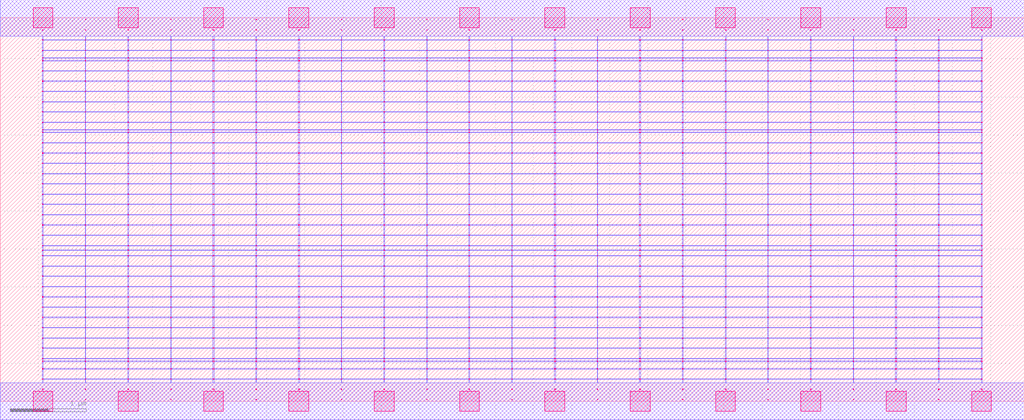
<source format=lef>
MACRO OOAAOOAI22122_DEBUG
 CLASS CORE ;
 FOREIGN OOAAOOAI22122_DEBUG 0 0 ;
 SIZE 13.44 BY 5.04 ;
 ORIGIN 0 0 ;
 SYMMETRY X Y R90 ;
 SITE unit ;

 OBS
    LAYER polycont ;
     RECT 6.71600000 2.58300000 6.72400000 2.59100000 ;
     RECT 6.71600000 2.71800000 6.72400000 2.72600000 ;
     RECT 6.71600000 2.85300000 6.72400000 2.86100000 ;
     RECT 6.71600000 2.98800000 6.72400000 2.99600000 ;
     RECT 8.95600000 2.58300000 8.96400000 2.59100000 ;
     RECT 9.51600000 2.58300000 9.52900000 2.59100000 ;
     RECT 10.07600000 2.58300000 10.08400000 2.59100000 ;
     RECT 10.63100000 2.58300000 10.64400000 2.59100000 ;
     RECT 11.19600000 2.58300000 11.20400000 2.59100000 ;
     RECT 11.75100000 2.58300000 11.76900000 2.59100000 ;
     RECT 12.31600000 2.58300000 12.32400000 2.59100000 ;
     RECT 12.87600000 2.58300000 12.88900000 2.59100000 ;
     RECT 7.27100000 2.58300000 7.28900000 2.59100000 ;
     RECT 7.27100000 2.71800000 7.28900000 2.72600000 ;
     RECT 7.83600000 2.71800000 7.84400000 2.72600000 ;
     RECT 8.39100000 2.71800000 8.40900000 2.72600000 ;
     RECT 8.95600000 2.71800000 8.96400000 2.72600000 ;
     RECT 9.51600000 2.71800000 9.52900000 2.72600000 ;
     RECT 10.07600000 2.71800000 10.08400000 2.72600000 ;
     RECT 10.63100000 2.71800000 10.64400000 2.72600000 ;
     RECT 11.19600000 2.71800000 11.20400000 2.72600000 ;
     RECT 11.75100000 2.71800000 11.76900000 2.72600000 ;
     RECT 12.31600000 2.71800000 12.32400000 2.72600000 ;
     RECT 12.87600000 2.71800000 12.88900000 2.72600000 ;
     RECT 7.83600000 2.58300000 7.84400000 2.59100000 ;
     RECT 7.27100000 2.85300000 7.28900000 2.86100000 ;
     RECT 7.83600000 2.85300000 7.84400000 2.86100000 ;
     RECT 8.39100000 2.85300000 8.40900000 2.86100000 ;
     RECT 8.95600000 2.85300000 8.96400000 2.86100000 ;
     RECT 9.51600000 2.85300000 9.52900000 2.86100000 ;
     RECT 10.07600000 2.85300000 10.08400000 2.86100000 ;
     RECT 10.63100000 2.85300000 10.64400000 2.86100000 ;
     RECT 11.19600000 2.85300000 11.20400000 2.86100000 ;
     RECT 11.75100000 2.85300000 11.76900000 2.86100000 ;
     RECT 12.31600000 2.85300000 12.32400000 2.86100000 ;
     RECT 12.87600000 2.85300000 12.88900000 2.86100000 ;
     RECT 8.39100000 2.58300000 8.40900000 2.59100000 ;
     RECT 7.27100000 2.98800000 7.28900000 2.99600000 ;
     RECT 7.83600000 2.98800000 7.84400000 2.99600000 ;
     RECT 8.39100000 2.98800000 8.40900000 2.99600000 ;
     RECT 8.95600000 2.98800000 8.96400000 2.99600000 ;
     RECT 9.51600000 2.98800000 9.52900000 2.99600000 ;
     RECT 10.07600000 2.98800000 10.08400000 2.99600000 ;
     RECT 10.63100000 2.98800000 10.64400000 2.99600000 ;
     RECT 11.19600000 2.98800000 11.20400000 2.99600000 ;
     RECT 11.75100000 2.98800000 11.76900000 2.99600000 ;
     RECT 12.31600000 2.98800000 12.32400000 2.99600000 ;
     RECT 12.87600000 2.98800000 12.88900000 2.99600000 ;
     RECT 10.07600000 3.12300000 10.08400000 3.13100000 ;
     RECT 10.07600000 3.25800000 10.08400000 3.26600000 ;
     RECT 10.07600000 3.39300000 10.08400000 3.40100000 ;
     RECT 10.07600000 3.52800000 10.08400000 3.53600000 ;
     RECT 10.07600000 3.56100000 10.08400000 3.56900000 ;
     RECT 10.07600000 3.66300000 10.08400000 3.67100000 ;
     RECT 10.07600000 3.79800000 10.08400000 3.80600000 ;
     RECT 10.07600000 3.93300000 10.08400000 3.94100000 ;
     RECT 10.07600000 4.06800000 10.08400000 4.07600000 ;
     RECT 10.07600000 4.20300000 10.08400000 4.21100000 ;
     RECT 10.07600000 4.33800000 10.08400000 4.34600000 ;
     RECT 10.07600000 4.47300000 10.08400000 4.48100000 ;
     RECT 10.07600000 4.51100000 10.08400000 4.51900000 ;
     RECT 10.07600000 4.60800000 10.08400000 4.61600000 ;
     RECT 10.07600000 4.74300000 10.08400000 4.75100000 ;
     RECT 10.07600000 4.87800000 10.08400000 4.88600000 ;
     RECT 5.03600000 2.71800000 5.04900000 2.72600000 ;
     RECT 5.59600000 2.71800000 5.60400000 2.72600000 ;
     RECT 6.15100000 2.71800000 6.16400000 2.72600000 ;
     RECT 1.11600000 2.58300000 1.12400000 2.59100000 ;
     RECT 1.67100000 2.58300000 1.68900000 2.59100000 ;
     RECT 0.55100000 2.98800000 0.56400000 2.99600000 ;
     RECT 1.11600000 2.98800000 1.12400000 2.99600000 ;
     RECT 1.67100000 2.98800000 1.68900000 2.99600000 ;
     RECT 2.23600000 2.98800000 2.24400000 2.99600000 ;
     RECT 2.79100000 2.98800000 2.80900000 2.99600000 ;
     RECT 3.35600000 2.98800000 3.36400000 2.99600000 ;
     RECT 3.91100000 2.98800000 3.92900000 2.99600000 ;
     RECT 4.47600000 2.98800000 4.48400000 2.99600000 ;
     RECT 5.03600000 2.98800000 5.04900000 2.99600000 ;
     RECT 5.59600000 2.98800000 5.60400000 2.99600000 ;
     RECT 6.15100000 2.98800000 6.16400000 2.99600000 ;
     RECT 2.23600000 2.58300000 2.24400000 2.59100000 ;
     RECT 2.79100000 2.58300000 2.80900000 2.59100000 ;
     RECT 3.35600000 2.58300000 3.36400000 2.59100000 ;
     RECT 3.91100000 2.58300000 3.92900000 2.59100000 ;
     RECT 4.47600000 2.58300000 4.48400000 2.59100000 ;
     RECT 5.03600000 2.58300000 5.04900000 2.59100000 ;
     RECT 5.59600000 2.58300000 5.60400000 2.59100000 ;
     RECT 6.15100000 2.58300000 6.16400000 2.59100000 ;
     RECT 0.55100000 2.58300000 0.56400000 2.59100000 ;
     RECT 0.55100000 2.71800000 0.56400000 2.72600000 ;
     RECT 0.55100000 2.85300000 0.56400000 2.86100000 ;
     RECT 1.11600000 2.85300000 1.12400000 2.86100000 ;
     RECT 5.59600000 3.12300000 5.60400000 3.13100000 ;
     RECT 1.67100000 2.85300000 1.68900000 2.86100000 ;
     RECT 5.59600000 3.25800000 5.60400000 3.26600000 ;
     RECT 2.23600000 2.85300000 2.24400000 2.86100000 ;
     RECT 5.59600000 3.39300000 5.60400000 3.40100000 ;
     RECT 2.79100000 2.85300000 2.80900000 2.86100000 ;
     RECT 5.59600000 3.52800000 5.60400000 3.53600000 ;
     RECT 3.35600000 2.85300000 3.36400000 2.86100000 ;
     RECT 5.59600000 3.56100000 5.60400000 3.56900000 ;
     RECT 3.91100000 2.85300000 3.92900000 2.86100000 ;
     RECT 5.59600000 3.66300000 5.60400000 3.67100000 ;
     RECT 4.47600000 2.85300000 4.48400000 2.86100000 ;
     RECT 5.59600000 3.79800000 5.60400000 3.80600000 ;
     RECT 5.03600000 2.85300000 5.04900000 2.86100000 ;
     RECT 5.59600000 3.93300000 5.60400000 3.94100000 ;
     RECT 5.59600000 2.85300000 5.60400000 2.86100000 ;
     RECT 5.59600000 4.06800000 5.60400000 4.07600000 ;
     RECT 6.15100000 2.85300000 6.16400000 2.86100000 ;
     RECT 5.59600000 4.20300000 5.60400000 4.21100000 ;
     RECT 1.11600000 2.71800000 1.12400000 2.72600000 ;
     RECT 5.59600000 4.33800000 5.60400000 4.34600000 ;
     RECT 1.67100000 2.71800000 1.68900000 2.72600000 ;
     RECT 5.59600000 4.47300000 5.60400000 4.48100000 ;
     RECT 2.23600000 2.71800000 2.24400000 2.72600000 ;
     RECT 5.59600000 4.51100000 5.60400000 4.51900000 ;
     RECT 2.79100000 2.71800000 2.80900000 2.72600000 ;
     RECT 5.59600000 4.60800000 5.60400000 4.61600000 ;
     RECT 3.35600000 2.71800000 3.36400000 2.72600000 ;
     RECT 5.59600000 4.74300000 5.60400000 4.75100000 ;
     RECT 3.91100000 2.71800000 3.92900000 2.72600000 ;
     RECT 5.59600000 4.87800000 5.60400000 4.88600000 ;
     RECT 4.47600000 2.71800000 4.48400000 2.72600000 ;
     RECT 11.19600000 1.50300000 11.20400000 1.51100000 ;
     RECT 11.75100000 1.50300000 11.76900000 1.51100000 ;
     RECT 12.31600000 1.50300000 12.32400000 1.51100000 ;
     RECT 12.87600000 1.50300000 12.88900000 1.51100000 ;
     RECT 11.19600000 1.63800000 11.20400000 1.64600000 ;
     RECT 11.75100000 1.63800000 11.76900000 1.64600000 ;
     RECT 12.31600000 1.63800000 12.32400000 1.64600000 ;
     RECT 12.87600000 1.63800000 12.88900000 1.64600000 ;
     RECT 11.19600000 1.77300000 11.20400000 1.78100000 ;
     RECT 11.75100000 1.77300000 11.76900000 1.78100000 ;
     RECT 12.31600000 1.77300000 12.32400000 1.78100000 ;
     RECT 12.87600000 1.77300000 12.88900000 1.78100000 ;
     RECT 11.19600000 1.90800000 11.20400000 1.91600000 ;
     RECT 11.75100000 1.90800000 11.76900000 1.91600000 ;
     RECT 12.31600000 1.90800000 12.32400000 1.91600000 ;
     RECT 12.87600000 1.90800000 12.88900000 1.91600000 ;
     RECT 11.19600000 1.98100000 11.20400000 1.98900000 ;
     RECT 11.75100000 1.98100000 11.76900000 1.98900000 ;
     RECT 12.31600000 1.98100000 12.32400000 1.98900000 ;
     RECT 12.87600000 1.98100000 12.88900000 1.98900000 ;
     RECT 11.19600000 2.04300000 11.20400000 2.05100000 ;
     RECT 11.75100000 2.04300000 11.76900000 2.05100000 ;
     RECT 12.31600000 2.04300000 12.32400000 2.05100000 ;
     RECT 12.87600000 2.04300000 12.88900000 2.05100000 ;
     RECT 11.19600000 2.17800000 11.20400000 2.18600000 ;
     RECT 11.75100000 2.17800000 11.76900000 2.18600000 ;
     RECT 12.31600000 2.17800000 12.32400000 2.18600000 ;
     RECT 12.87600000 2.17800000 12.88900000 2.18600000 ;
     RECT 11.19600000 2.31300000 11.20400000 2.32100000 ;
     RECT 11.75100000 2.31300000 11.76900000 2.32100000 ;
     RECT 12.31600000 2.31300000 12.32400000 2.32100000 ;
     RECT 12.87600000 2.31300000 12.88900000 2.32100000 ;
     RECT 11.19600000 2.44800000 11.20400000 2.45600000 ;
     RECT 11.75100000 2.44800000 11.76900000 2.45600000 ;
     RECT 12.31600000 2.44800000 12.32400000 2.45600000 ;
     RECT 12.87600000 2.44800000 12.88900000 2.45600000 ;
     RECT 11.19600000 0.15300000 11.20400000 0.16100000 ;
     RECT 11.75100000 0.15300000 11.76900000 0.16100000 ;
     RECT 12.31600000 0.15300000 12.32400000 0.16100000 ;
     RECT 12.87600000 0.15300000 12.88900000 0.16100000 ;
     RECT 11.19600000 0.28800000 11.20400000 0.29600000 ;
     RECT 11.75100000 0.28800000 11.76900000 0.29600000 ;
     RECT 12.31600000 0.28800000 12.32400000 0.29600000 ;
     RECT 12.87600000 0.28800000 12.88900000 0.29600000 ;
     RECT 11.19600000 0.42300000 11.20400000 0.43100000 ;
     RECT 11.75100000 0.42300000 11.76900000 0.43100000 ;
     RECT 12.31600000 0.42300000 12.32400000 0.43100000 ;
     RECT 12.87600000 0.42300000 12.88900000 0.43100000 ;
     RECT 11.19600000 0.52100000 11.20400000 0.52900000 ;
     RECT 11.75100000 0.52100000 11.76900000 0.52900000 ;
     RECT 12.31600000 0.52100000 12.32400000 0.52900000 ;
     RECT 12.87600000 0.52100000 12.88900000 0.52900000 ;
     RECT 11.19600000 0.55800000 11.20400000 0.56600000 ;
     RECT 11.75100000 0.55800000 11.76900000 0.56600000 ;
     RECT 12.31600000 0.55800000 12.32400000 0.56600000 ;
     RECT 12.87600000 0.55800000 12.88900000 0.56600000 ;
     RECT 11.19600000 0.69300000 11.20400000 0.70100000 ;
     RECT 11.75100000 0.69300000 11.76900000 0.70100000 ;
     RECT 12.31600000 0.69300000 12.32400000 0.70100000 ;
     RECT 12.87600000 0.69300000 12.88900000 0.70100000 ;
     RECT 11.19600000 0.82800000 11.20400000 0.83600000 ;
     RECT 11.75100000 0.82800000 11.76900000 0.83600000 ;
     RECT 12.31600000 0.82800000 12.32400000 0.83600000 ;
     RECT 12.87600000 0.82800000 12.88900000 0.83600000 ;
     RECT 11.19600000 0.96300000 11.20400000 0.97100000 ;
     RECT 11.75100000 0.96300000 11.76900000 0.97100000 ;
     RECT 12.31600000 0.96300000 12.32400000 0.97100000 ;
     RECT 12.87600000 0.96300000 12.88900000 0.97100000 ;
     RECT 11.19600000 1.09800000 11.20400000 1.10600000 ;
     RECT 11.75100000 1.09800000 11.76900000 1.10600000 ;
     RECT 12.31600000 1.09800000 12.32400000 1.10600000 ;
     RECT 12.87600000 1.09800000 12.88900000 1.10600000 ;
     RECT 11.19600000 1.23300000 11.20400000 1.24100000 ;
     RECT 11.75100000 1.23300000 11.76900000 1.24100000 ;
     RECT 12.31600000 1.23300000 12.32400000 1.24100000 ;
     RECT 12.87600000 1.23300000 12.88900000 1.24100000 ;
     RECT 11.19600000 1.36800000 11.20400000 1.37600000 ;
     RECT 11.75100000 1.36800000 11.76900000 1.37600000 ;
     RECT 12.31600000 1.36800000 12.32400000 1.37600000 ;
     RECT 12.87600000 1.36800000 12.88900000 1.37600000 ;

    LAYER pdiffc ;
     RECT 0.55100000 3.39300000 0.55900000 3.40100000 ;
     RECT 5.04100000 3.39300000 5.04900000 3.40100000 ;
     RECT 6.15100000 3.39300000 6.15900000 3.40100000 ;
     RECT 9.52100000 3.39300000 9.52900000 3.40100000 ;
     RECT 10.63100000 3.39300000 10.63900000 3.40100000 ;
     RECT 12.88100000 3.39300000 12.88900000 3.40100000 ;
     RECT 0.55100000 3.52800000 0.55900000 3.53600000 ;
     RECT 5.04100000 3.52800000 5.04900000 3.53600000 ;
     RECT 6.15100000 3.52800000 6.15900000 3.53600000 ;
     RECT 9.52100000 3.52800000 9.52900000 3.53600000 ;
     RECT 10.63100000 3.52800000 10.63900000 3.53600000 ;
     RECT 12.88100000 3.52800000 12.88900000 3.53600000 ;
     RECT 0.55100000 3.56100000 0.55900000 3.56900000 ;
     RECT 5.04100000 3.56100000 5.04900000 3.56900000 ;
     RECT 6.15100000 3.56100000 6.15900000 3.56900000 ;
     RECT 9.52100000 3.56100000 9.52900000 3.56900000 ;
     RECT 10.63100000 3.56100000 10.63900000 3.56900000 ;
     RECT 12.88100000 3.56100000 12.88900000 3.56900000 ;
     RECT 0.55100000 3.66300000 0.55900000 3.67100000 ;
     RECT 5.04100000 3.66300000 5.04900000 3.67100000 ;
     RECT 6.15100000 3.66300000 6.15900000 3.67100000 ;
     RECT 9.52100000 3.66300000 9.52900000 3.67100000 ;
     RECT 10.63100000 3.66300000 10.63900000 3.67100000 ;
     RECT 12.88100000 3.66300000 12.88900000 3.67100000 ;
     RECT 0.55100000 3.79800000 0.55900000 3.80600000 ;
     RECT 5.04100000 3.79800000 5.04900000 3.80600000 ;
     RECT 6.15100000 3.79800000 6.15900000 3.80600000 ;
     RECT 9.52100000 3.79800000 9.52900000 3.80600000 ;
     RECT 10.63100000 3.79800000 10.63900000 3.80600000 ;
     RECT 12.88100000 3.79800000 12.88900000 3.80600000 ;
     RECT 0.55100000 3.93300000 0.55900000 3.94100000 ;
     RECT 5.04100000 3.93300000 5.04900000 3.94100000 ;
     RECT 6.15100000 3.93300000 6.15900000 3.94100000 ;
     RECT 9.52100000 3.93300000 9.52900000 3.94100000 ;
     RECT 10.63100000 3.93300000 10.63900000 3.94100000 ;
     RECT 12.88100000 3.93300000 12.88900000 3.94100000 ;
     RECT 0.55100000 4.06800000 0.55900000 4.07600000 ;
     RECT 5.04100000 4.06800000 5.04900000 4.07600000 ;
     RECT 6.15100000 4.06800000 6.15900000 4.07600000 ;
     RECT 9.52100000 4.06800000 9.52900000 4.07600000 ;
     RECT 10.63100000 4.06800000 10.63900000 4.07600000 ;
     RECT 12.88100000 4.06800000 12.88900000 4.07600000 ;
     RECT 0.55100000 4.20300000 0.55900000 4.21100000 ;
     RECT 5.04100000 4.20300000 5.04900000 4.21100000 ;
     RECT 6.15100000 4.20300000 6.15900000 4.21100000 ;
     RECT 9.52100000 4.20300000 9.52900000 4.21100000 ;
     RECT 10.63100000 4.20300000 10.63900000 4.21100000 ;
     RECT 12.88100000 4.20300000 12.88900000 4.21100000 ;
     RECT 0.55100000 4.33800000 0.55900000 4.34600000 ;
     RECT 5.04100000 4.33800000 5.04900000 4.34600000 ;
     RECT 6.15100000 4.33800000 6.15900000 4.34600000 ;
     RECT 9.52100000 4.33800000 9.52900000 4.34600000 ;
     RECT 10.63100000 4.33800000 10.63900000 4.34600000 ;
     RECT 12.88100000 4.33800000 12.88900000 4.34600000 ;
     RECT 0.55100000 4.47300000 0.55900000 4.48100000 ;
     RECT 5.04100000 4.47300000 5.04900000 4.48100000 ;
     RECT 6.15100000 4.47300000 6.15900000 4.48100000 ;
     RECT 9.52100000 4.47300000 9.52900000 4.48100000 ;
     RECT 10.63100000 4.47300000 10.63900000 4.48100000 ;
     RECT 12.88100000 4.47300000 12.88900000 4.48100000 ;
     RECT 0.55100000 4.51100000 0.55900000 4.51900000 ;
     RECT 5.04100000 4.51100000 5.04900000 4.51900000 ;
     RECT 6.15100000 4.51100000 6.15900000 4.51900000 ;
     RECT 9.52100000 4.51100000 9.52900000 4.51900000 ;
     RECT 10.63100000 4.51100000 10.63900000 4.51900000 ;
     RECT 12.88100000 4.51100000 12.88900000 4.51900000 ;
     RECT 0.55100000 4.60800000 0.55900000 4.61600000 ;
     RECT 5.04100000 4.60800000 5.04900000 4.61600000 ;
     RECT 6.15100000 4.60800000 6.15900000 4.61600000 ;
     RECT 9.52100000 4.60800000 9.52900000 4.61600000 ;
     RECT 10.63100000 4.60800000 10.63900000 4.61600000 ;
     RECT 12.88100000 4.60800000 12.88900000 4.61600000 ;

    LAYER ndiffc ;
     RECT 6.15100000 0.42300000 6.16400000 0.43100000 ;
     RECT 7.27100000 0.42300000 7.28900000 0.43100000 ;
     RECT 8.39100000 0.42300000 8.40900000 0.43100000 ;
     RECT 9.51600000 0.42300000 9.52900000 0.43100000 ;
     RECT 10.63100000 0.42300000 10.64400000 0.43100000 ;
     RECT 6.15100000 0.52100000 6.16400000 0.52900000 ;
     RECT 7.27100000 0.52100000 7.28900000 0.52900000 ;
     RECT 8.39100000 0.52100000 8.40900000 0.52900000 ;
     RECT 9.51600000 0.52100000 9.52900000 0.52900000 ;
     RECT 10.63100000 0.52100000 10.64400000 0.52900000 ;
     RECT 6.15100000 0.55800000 6.16400000 0.56600000 ;
     RECT 7.27100000 0.55800000 7.28900000 0.56600000 ;
     RECT 8.39100000 0.55800000 8.40900000 0.56600000 ;
     RECT 9.51600000 0.55800000 9.52900000 0.56600000 ;
     RECT 10.63100000 0.55800000 10.64400000 0.56600000 ;
     RECT 6.15100000 0.69300000 6.16400000 0.70100000 ;
     RECT 7.27100000 0.69300000 7.28900000 0.70100000 ;
     RECT 8.39100000 0.69300000 8.40900000 0.70100000 ;
     RECT 9.51600000 0.69300000 9.52900000 0.70100000 ;
     RECT 10.63100000 0.69300000 10.64400000 0.70100000 ;
     RECT 6.15100000 0.82800000 6.16400000 0.83600000 ;
     RECT 7.27100000 0.82800000 7.28900000 0.83600000 ;
     RECT 8.39100000 0.82800000 8.40900000 0.83600000 ;
     RECT 9.51600000 0.82800000 9.52900000 0.83600000 ;
     RECT 10.63100000 0.82800000 10.64400000 0.83600000 ;
     RECT 6.15100000 0.96300000 6.16400000 0.97100000 ;
     RECT 7.27100000 0.96300000 7.28900000 0.97100000 ;
     RECT 8.39100000 0.96300000 8.40900000 0.97100000 ;
     RECT 9.51600000 0.96300000 9.52900000 0.97100000 ;
     RECT 10.63100000 0.96300000 10.64400000 0.97100000 ;
     RECT 6.15100000 1.09800000 6.16400000 1.10600000 ;
     RECT 7.27100000 1.09800000 7.28900000 1.10600000 ;
     RECT 8.39100000 1.09800000 8.40900000 1.10600000 ;
     RECT 9.51600000 1.09800000 9.52900000 1.10600000 ;
     RECT 10.63100000 1.09800000 10.64400000 1.10600000 ;
     RECT 6.15100000 1.23300000 6.16400000 1.24100000 ;
     RECT 7.27100000 1.23300000 7.28900000 1.24100000 ;
     RECT 8.39100000 1.23300000 8.40900000 1.24100000 ;
     RECT 9.51600000 1.23300000 9.52900000 1.24100000 ;
     RECT 10.63100000 1.23300000 10.64400000 1.24100000 ;
     RECT 6.15100000 1.36800000 6.16400000 1.37600000 ;
     RECT 7.27100000 1.36800000 7.28900000 1.37600000 ;
     RECT 8.39100000 1.36800000 8.40900000 1.37600000 ;
     RECT 9.51600000 1.36800000 9.52900000 1.37600000 ;
     RECT 10.63100000 1.36800000 10.64400000 1.37600000 ;
     RECT 6.15100000 1.50300000 6.16400000 1.51100000 ;
     RECT 7.27100000 1.50300000 7.28900000 1.51100000 ;
     RECT 8.39100000 1.50300000 8.40900000 1.51100000 ;
     RECT 9.51600000 1.50300000 9.52900000 1.51100000 ;
     RECT 10.63100000 1.50300000 10.64400000 1.51100000 ;
     RECT 6.15100000 1.63800000 6.16400000 1.64600000 ;
     RECT 7.27100000 1.63800000 7.28900000 1.64600000 ;
     RECT 8.39100000 1.63800000 8.40900000 1.64600000 ;
     RECT 9.51600000 1.63800000 9.52900000 1.64600000 ;
     RECT 10.63100000 1.63800000 10.64400000 1.64600000 ;
     RECT 6.15100000 1.77300000 6.16400000 1.78100000 ;
     RECT 7.27100000 1.77300000 7.28900000 1.78100000 ;
     RECT 8.39100000 1.77300000 8.40900000 1.78100000 ;
     RECT 9.51600000 1.77300000 9.52900000 1.78100000 ;
     RECT 10.63100000 1.77300000 10.64400000 1.78100000 ;
     RECT 6.15100000 1.90800000 6.16400000 1.91600000 ;
     RECT 7.27100000 1.90800000 7.28900000 1.91600000 ;
     RECT 8.39100000 1.90800000 8.40900000 1.91600000 ;
     RECT 9.51600000 1.90800000 9.52900000 1.91600000 ;
     RECT 10.63100000 1.90800000 10.64400000 1.91600000 ;
     RECT 6.15100000 1.98100000 6.16400000 1.98900000 ;
     RECT 7.27100000 1.98100000 7.28900000 1.98900000 ;
     RECT 8.39100000 1.98100000 8.40900000 1.98900000 ;
     RECT 9.51600000 1.98100000 9.52900000 1.98900000 ;
     RECT 10.63100000 1.98100000 10.64400000 1.98900000 ;
     RECT 6.15100000 2.04300000 6.16400000 2.05100000 ;
     RECT 7.27100000 2.04300000 7.28900000 2.05100000 ;
     RECT 8.39100000 2.04300000 8.40900000 2.05100000 ;
     RECT 9.51600000 2.04300000 9.52900000 2.05100000 ;
     RECT 10.63100000 2.04300000 10.64400000 2.05100000 ;
     RECT 0.55100000 0.42300000 0.56400000 0.43100000 ;
     RECT 1.67100000 0.42300000 1.68900000 0.43100000 ;
     RECT 2.79100000 0.42300000 2.80900000 0.43100000 ;
     RECT 3.91100000 0.42300000 3.92900000 0.43100000 ;
     RECT 5.03600000 0.42300000 5.04900000 0.43100000 ;
     RECT 0.55100000 1.36800000 0.56400000 1.37600000 ;
     RECT 1.67100000 1.36800000 1.68900000 1.37600000 ;
     RECT 2.79100000 1.36800000 2.80900000 1.37600000 ;
     RECT 3.91100000 1.36800000 3.92900000 1.37600000 ;
     RECT 5.03600000 1.36800000 5.04900000 1.37600000 ;
     RECT 0.55100000 0.82800000 0.56400000 0.83600000 ;
     RECT 1.67100000 0.82800000 1.68900000 0.83600000 ;
     RECT 2.79100000 0.82800000 2.80900000 0.83600000 ;
     RECT 3.91100000 0.82800000 3.92900000 0.83600000 ;
     RECT 5.03600000 0.82800000 5.04900000 0.83600000 ;
     RECT 0.55100000 1.50300000 0.56400000 1.51100000 ;
     RECT 1.67100000 1.50300000 1.68900000 1.51100000 ;
     RECT 2.79100000 1.50300000 2.80900000 1.51100000 ;
     RECT 3.91100000 1.50300000 3.92900000 1.51100000 ;
     RECT 5.03600000 1.50300000 5.04900000 1.51100000 ;
     RECT 0.55100000 0.55800000 0.56400000 0.56600000 ;
     RECT 1.67100000 0.55800000 1.68900000 0.56600000 ;
     RECT 2.79100000 0.55800000 2.80900000 0.56600000 ;
     RECT 3.91100000 0.55800000 3.92900000 0.56600000 ;
     RECT 5.03600000 0.55800000 5.04900000 0.56600000 ;
     RECT 0.55100000 1.63800000 0.56400000 1.64600000 ;
     RECT 1.67100000 1.63800000 1.68900000 1.64600000 ;
     RECT 2.79100000 1.63800000 2.80900000 1.64600000 ;
     RECT 3.91100000 1.63800000 3.92900000 1.64600000 ;
     RECT 5.03600000 1.63800000 5.04900000 1.64600000 ;
     RECT 0.55100000 0.96300000 0.56400000 0.97100000 ;
     RECT 1.67100000 0.96300000 1.68900000 0.97100000 ;
     RECT 2.79100000 0.96300000 2.80900000 0.97100000 ;
     RECT 3.91100000 0.96300000 3.92900000 0.97100000 ;
     RECT 5.03600000 0.96300000 5.04900000 0.97100000 ;
     RECT 0.55100000 1.77300000 0.56400000 1.78100000 ;
     RECT 1.67100000 1.77300000 1.68900000 1.78100000 ;
     RECT 2.79100000 1.77300000 2.80900000 1.78100000 ;
     RECT 3.91100000 1.77300000 3.92900000 1.78100000 ;
     RECT 5.03600000 1.77300000 5.04900000 1.78100000 ;
     RECT 0.55100000 0.52100000 0.56400000 0.52900000 ;
     RECT 1.67100000 0.52100000 1.68900000 0.52900000 ;
     RECT 2.79100000 0.52100000 2.80900000 0.52900000 ;
     RECT 3.91100000 0.52100000 3.92900000 0.52900000 ;
     RECT 5.03600000 0.52100000 5.04900000 0.52900000 ;
     RECT 0.55100000 1.90800000 0.56400000 1.91600000 ;
     RECT 1.67100000 1.90800000 1.68900000 1.91600000 ;
     RECT 2.79100000 1.90800000 2.80900000 1.91600000 ;
     RECT 3.91100000 1.90800000 3.92900000 1.91600000 ;
     RECT 5.03600000 1.90800000 5.04900000 1.91600000 ;
     RECT 0.55100000 1.09800000 0.56400000 1.10600000 ;
     RECT 1.67100000 1.09800000 1.68900000 1.10600000 ;
     RECT 2.79100000 1.09800000 2.80900000 1.10600000 ;
     RECT 3.91100000 1.09800000 3.92900000 1.10600000 ;
     RECT 5.03600000 1.09800000 5.04900000 1.10600000 ;
     RECT 0.55100000 1.98100000 0.56400000 1.98900000 ;
     RECT 1.67100000 1.98100000 1.68900000 1.98900000 ;
     RECT 2.79100000 1.98100000 2.80900000 1.98900000 ;
     RECT 3.91100000 1.98100000 3.92900000 1.98900000 ;
     RECT 5.03600000 1.98100000 5.04900000 1.98900000 ;
     RECT 0.55100000 0.69300000 0.56400000 0.70100000 ;
     RECT 1.67100000 0.69300000 1.68900000 0.70100000 ;
     RECT 2.79100000 0.69300000 2.80900000 0.70100000 ;
     RECT 3.91100000 0.69300000 3.92900000 0.70100000 ;
     RECT 5.03600000 0.69300000 5.04900000 0.70100000 ;
     RECT 0.55100000 2.04300000 0.56400000 2.05100000 ;
     RECT 1.67100000 2.04300000 1.68900000 2.05100000 ;
     RECT 2.79100000 2.04300000 2.80900000 2.05100000 ;
     RECT 3.91100000 2.04300000 3.92900000 2.05100000 ;
     RECT 5.03600000 2.04300000 5.04900000 2.05100000 ;
     RECT 0.55100000 1.23300000 0.56400000 1.24100000 ;
     RECT 1.67100000 1.23300000 1.68900000 1.24100000 ;
     RECT 2.79100000 1.23300000 2.80900000 1.24100000 ;
     RECT 3.91100000 1.23300000 3.92900000 1.24100000 ;
     RECT 5.03600000 1.23300000 5.04900000 1.24100000 ;

    LAYER met1 ;
     RECT 0.00000000 -0.24000000 13.44000000 0.24000000 ;
     RECT 6.71600000 0.24000000 6.72400000 0.28800000 ;
     RECT 0.55100000 0.28800000 12.88900000 0.29600000 ;
     RECT 6.71600000 0.29600000 6.72400000 0.42300000 ;
     RECT 0.55100000 0.42300000 12.88900000 0.43100000 ;
     RECT 6.71600000 0.43100000 6.72400000 0.52100000 ;
     RECT 0.55100000 0.52100000 12.88900000 0.52900000 ;
     RECT 6.71600000 0.52900000 6.72400000 0.55800000 ;
     RECT 0.55100000 0.55800000 12.88900000 0.56600000 ;
     RECT 6.71600000 0.56600000 6.72400000 0.69300000 ;
     RECT 0.55100000 0.69300000 12.88900000 0.70100000 ;
     RECT 6.71600000 0.70100000 6.72400000 0.82800000 ;
     RECT 0.55100000 0.82800000 12.88900000 0.83600000 ;
     RECT 6.71600000 0.83600000 6.72400000 0.96300000 ;
     RECT 0.55100000 0.96300000 12.88900000 0.97100000 ;
     RECT 6.71600000 0.97100000 6.72400000 1.09800000 ;
     RECT 0.55100000 1.09800000 12.88900000 1.10600000 ;
     RECT 6.71600000 1.10600000 6.72400000 1.23300000 ;
     RECT 0.55100000 1.23300000 12.88900000 1.24100000 ;
     RECT 6.71600000 1.24100000 6.72400000 1.36800000 ;
     RECT 0.55100000 1.36800000 12.88900000 1.37600000 ;
     RECT 6.71600000 1.37600000 6.72400000 1.50300000 ;
     RECT 0.55100000 1.50300000 12.88900000 1.51100000 ;
     RECT 6.71600000 1.51100000 6.72400000 1.63800000 ;
     RECT 0.55100000 1.63800000 12.88900000 1.64600000 ;
     RECT 6.71600000 1.64600000 6.72400000 1.77300000 ;
     RECT 0.55100000 1.77300000 12.88900000 1.78100000 ;
     RECT 6.71600000 1.78100000 6.72400000 1.90800000 ;
     RECT 0.55100000 1.90800000 12.88900000 1.91600000 ;
     RECT 6.71600000 1.91600000 6.72400000 1.98100000 ;
     RECT 0.55100000 1.98100000 12.88900000 1.98900000 ;
     RECT 6.71600000 1.98900000 6.72400000 2.04300000 ;
     RECT 0.55100000 2.04300000 12.88900000 2.05100000 ;
     RECT 6.71600000 2.05100000 6.72400000 2.17800000 ;
     RECT 0.55100000 2.17800000 12.88900000 2.18600000 ;
     RECT 6.71600000 2.18600000 6.72400000 2.31300000 ;
     RECT 0.55100000 2.31300000 12.88900000 2.32100000 ;
     RECT 6.71600000 2.32100000 6.72400000 2.44800000 ;
     RECT 0.55100000 2.44800000 12.88900000 2.45600000 ;
     RECT 0.55100000 2.45600000 0.56400000 2.58300000 ;
     RECT 1.11600000 2.45600000 1.12400000 2.58300000 ;
     RECT 1.67100000 2.45600000 1.68900000 2.58300000 ;
     RECT 2.23600000 2.45600000 2.24400000 2.58300000 ;
     RECT 2.79100000 2.45600000 2.80900000 2.58300000 ;
     RECT 3.35600000 2.45600000 3.36400000 2.58300000 ;
     RECT 3.91100000 2.45600000 3.92900000 2.58300000 ;
     RECT 4.47600000 2.45600000 4.48400000 2.58300000 ;
     RECT 5.03600000 2.45600000 5.04900000 2.58300000 ;
     RECT 5.59600000 2.45600000 5.60400000 2.58300000 ;
     RECT 6.15100000 2.45600000 6.16400000 2.58300000 ;
     RECT 6.71600000 2.45600000 6.72400000 2.58300000 ;
     RECT 7.27100000 2.45600000 7.28900000 2.58300000 ;
     RECT 7.83600000 2.45600000 7.84400000 2.58300000 ;
     RECT 8.39100000 2.45600000 8.40900000 2.58300000 ;
     RECT 8.95600000 2.45600000 8.96400000 2.58300000 ;
     RECT 9.51600000 2.45600000 9.52900000 2.58300000 ;
     RECT 10.07600000 2.45600000 10.08400000 2.58300000 ;
     RECT 10.63100000 2.45600000 10.64400000 2.58300000 ;
     RECT 11.19600000 2.45600000 11.20400000 2.58300000 ;
     RECT 11.75100000 2.45600000 11.76900000 2.58300000 ;
     RECT 12.31600000 2.45600000 12.32400000 2.58300000 ;
     RECT 12.87600000 2.45600000 12.88900000 2.58300000 ;
     RECT 0.55100000 2.58300000 12.88900000 2.59100000 ;
     RECT 6.71600000 2.59100000 6.72400000 2.71800000 ;
     RECT 0.55100000 2.71800000 12.88900000 2.72600000 ;
     RECT 6.71600000 2.72600000 6.72400000 2.85300000 ;
     RECT 0.55100000 2.85300000 12.88900000 2.86100000 ;
     RECT 6.71600000 2.86100000 6.72400000 2.98800000 ;
     RECT 0.55100000 2.98800000 12.88900000 2.99600000 ;
     RECT 6.71600000 2.99600000 6.72400000 3.12300000 ;
     RECT 0.55100000 3.12300000 12.88900000 3.13100000 ;
     RECT 6.71600000 3.13100000 6.72400000 3.25800000 ;
     RECT 0.55100000 3.25800000 12.88900000 3.26600000 ;
     RECT 6.71600000 3.26600000 6.72400000 3.39300000 ;
     RECT 0.55100000 3.39300000 12.88900000 3.40100000 ;
     RECT 6.71600000 3.40100000 6.72400000 3.52800000 ;
     RECT 0.55100000 3.52800000 12.88900000 3.53600000 ;
     RECT 6.71600000 3.53600000 6.72400000 3.56100000 ;
     RECT 0.55100000 3.56100000 12.88900000 3.56900000 ;
     RECT 6.71600000 3.56900000 6.72400000 3.66300000 ;
     RECT 0.55100000 3.66300000 12.88900000 3.67100000 ;
     RECT 6.71600000 3.67100000 6.72400000 3.79800000 ;
     RECT 0.55100000 3.79800000 12.88900000 3.80600000 ;
     RECT 6.71600000 3.80600000 6.72400000 3.93300000 ;
     RECT 0.55100000 3.93300000 12.88900000 3.94100000 ;
     RECT 6.71600000 3.94100000 6.72400000 4.06800000 ;
     RECT 0.55100000 4.06800000 12.88900000 4.07600000 ;
     RECT 6.71600000 4.07600000 6.72400000 4.20300000 ;
     RECT 0.55100000 4.20300000 12.88900000 4.21100000 ;
     RECT 6.71600000 4.21100000 6.72400000 4.33800000 ;
     RECT 0.55100000 4.33800000 12.88900000 4.34600000 ;
     RECT 6.71600000 4.34600000 6.72400000 4.47300000 ;
     RECT 0.55100000 4.47300000 12.88900000 4.48100000 ;
     RECT 6.71600000 4.48100000 6.72400000 4.51100000 ;
     RECT 0.55100000 4.51100000 12.88900000 4.51900000 ;
     RECT 6.71600000 4.51900000 6.72400000 4.60800000 ;
     RECT 0.55100000 4.60800000 12.88900000 4.61600000 ;
     RECT 6.71600000 4.61600000 6.72400000 4.74300000 ;
     RECT 0.55100000 4.74300000 12.88900000 4.75100000 ;
     RECT 6.71600000 4.75100000 6.72400000 4.80000000 ;
     RECT 0.00000000 4.80000000 13.44000000 5.28000000 ;
     RECT 10.07600000 2.59100000 10.08400000 2.71800000 ;
     RECT 10.07600000 2.99600000 10.08400000 3.12300000 ;
     RECT 10.07600000 3.13100000 10.08400000 3.25800000 ;
     RECT 10.07600000 3.26600000 10.08400000 3.39300000 ;
     RECT 10.07600000 3.40100000 10.08400000 3.52800000 ;
     RECT 10.07600000 3.53600000 10.08400000 3.56100000 ;
     RECT 10.07600000 3.56900000 10.08400000 3.66300000 ;
     RECT 10.07600000 3.67100000 10.08400000 3.79800000 ;
     RECT 10.07600000 2.72600000 10.08400000 2.85300000 ;
     RECT 7.27100000 3.80600000 7.28900000 3.93300000 ;
     RECT 7.83600000 3.80600000 7.84400000 3.93300000 ;
     RECT 8.39100000 3.80600000 8.40900000 3.93300000 ;
     RECT 8.95600000 3.80600000 8.96400000 3.93300000 ;
     RECT 9.51600000 3.80600000 9.52900000 3.93300000 ;
     RECT 10.07600000 3.80600000 10.08400000 3.93300000 ;
     RECT 10.63100000 3.80600000 10.64400000 3.93300000 ;
     RECT 11.19600000 3.80600000 11.20400000 3.93300000 ;
     RECT 11.75100000 3.80600000 11.76900000 3.93300000 ;
     RECT 12.31600000 3.80600000 12.32400000 3.93300000 ;
     RECT 12.87600000 3.80600000 12.88900000 3.93300000 ;
     RECT 10.07600000 3.94100000 10.08400000 4.06800000 ;
     RECT 10.07600000 4.07600000 10.08400000 4.20300000 ;
     RECT 10.07600000 4.21100000 10.08400000 4.33800000 ;
     RECT 10.07600000 4.34600000 10.08400000 4.47300000 ;
     RECT 10.07600000 4.48100000 10.08400000 4.51100000 ;
     RECT 10.07600000 2.86100000 10.08400000 2.98800000 ;
     RECT 10.07600000 4.51900000 10.08400000 4.60800000 ;
     RECT 10.07600000 4.61600000 10.08400000 4.74300000 ;
     RECT 10.07600000 4.75100000 10.08400000 4.80000000 ;
     RECT 11.75100000 4.07600000 11.76900000 4.20300000 ;
     RECT 12.31600000 4.07600000 12.32400000 4.20300000 ;
     RECT 12.87600000 4.07600000 12.88900000 4.20300000 ;
     RECT 11.19600000 3.94100000 11.20400000 4.06800000 ;
     RECT 10.63100000 4.21100000 10.64400000 4.33800000 ;
     RECT 11.19600000 4.21100000 11.20400000 4.33800000 ;
     RECT 11.75100000 4.21100000 11.76900000 4.33800000 ;
     RECT 12.31600000 4.21100000 12.32400000 4.33800000 ;
     RECT 12.87600000 4.21100000 12.88900000 4.33800000 ;
     RECT 11.75100000 3.94100000 11.76900000 4.06800000 ;
     RECT 10.63100000 4.34600000 10.64400000 4.47300000 ;
     RECT 11.19600000 4.34600000 11.20400000 4.47300000 ;
     RECT 11.75100000 4.34600000 11.76900000 4.47300000 ;
     RECT 12.31600000 4.34600000 12.32400000 4.47300000 ;
     RECT 12.87600000 4.34600000 12.88900000 4.47300000 ;
     RECT 12.31600000 3.94100000 12.32400000 4.06800000 ;
     RECT 10.63100000 4.48100000 10.64400000 4.51100000 ;
     RECT 11.19600000 4.48100000 11.20400000 4.51100000 ;
     RECT 11.75100000 4.48100000 11.76900000 4.51100000 ;
     RECT 12.31600000 4.48100000 12.32400000 4.51100000 ;
     RECT 12.87600000 4.48100000 12.88900000 4.51100000 ;
     RECT 12.87600000 3.94100000 12.88900000 4.06800000 ;
     RECT 10.63100000 3.94100000 10.64400000 4.06800000 ;
     RECT 10.63100000 4.51900000 10.64400000 4.60800000 ;
     RECT 11.19600000 4.51900000 11.20400000 4.60800000 ;
     RECT 11.75100000 4.51900000 11.76900000 4.60800000 ;
     RECT 12.31600000 4.51900000 12.32400000 4.60800000 ;
     RECT 12.87600000 4.51900000 12.88900000 4.60800000 ;
     RECT 10.63100000 4.07600000 10.64400000 4.20300000 ;
     RECT 10.63100000 4.61600000 10.64400000 4.74300000 ;
     RECT 11.19600000 4.61600000 11.20400000 4.74300000 ;
     RECT 11.75100000 4.61600000 11.76900000 4.74300000 ;
     RECT 12.31600000 4.61600000 12.32400000 4.74300000 ;
     RECT 12.87600000 4.61600000 12.88900000 4.74300000 ;
     RECT 11.19600000 4.07600000 11.20400000 4.20300000 ;
     RECT 10.63100000 4.75100000 10.64400000 4.80000000 ;
     RECT 11.19600000 4.75100000 11.20400000 4.80000000 ;
     RECT 11.75100000 4.75100000 11.76900000 4.80000000 ;
     RECT 12.31600000 4.75100000 12.32400000 4.80000000 ;
     RECT 12.87600000 4.75100000 12.88900000 4.80000000 ;
     RECT 8.39100000 4.21100000 8.40900000 4.33800000 ;
     RECT 8.95600000 4.21100000 8.96400000 4.33800000 ;
     RECT 9.51600000 4.21100000 9.52900000 4.33800000 ;
     RECT 7.83600000 4.07600000 7.84400000 4.20300000 ;
     RECT 8.39100000 4.07600000 8.40900000 4.20300000 ;
     RECT 8.95600000 4.07600000 8.96400000 4.20300000 ;
     RECT 9.51600000 4.07600000 9.52900000 4.20300000 ;
     RECT 7.27100000 4.51900000 7.28900000 4.60800000 ;
     RECT 7.83600000 4.51900000 7.84400000 4.60800000 ;
     RECT 8.39100000 4.51900000 8.40900000 4.60800000 ;
     RECT 8.95600000 4.51900000 8.96400000 4.60800000 ;
     RECT 9.51600000 4.51900000 9.52900000 4.60800000 ;
     RECT 7.83600000 3.94100000 7.84400000 4.06800000 ;
     RECT 8.39100000 3.94100000 8.40900000 4.06800000 ;
     RECT 7.27100000 4.34600000 7.28900000 4.47300000 ;
     RECT 7.83600000 4.34600000 7.84400000 4.47300000 ;
     RECT 8.39100000 4.34600000 8.40900000 4.47300000 ;
     RECT 8.95600000 4.34600000 8.96400000 4.47300000 ;
     RECT 7.27100000 4.61600000 7.28900000 4.74300000 ;
     RECT 7.83600000 4.61600000 7.84400000 4.74300000 ;
     RECT 8.39100000 4.61600000 8.40900000 4.74300000 ;
     RECT 8.95600000 4.61600000 8.96400000 4.74300000 ;
     RECT 9.51600000 4.61600000 9.52900000 4.74300000 ;
     RECT 9.51600000 4.34600000 9.52900000 4.47300000 ;
     RECT 8.95600000 3.94100000 8.96400000 4.06800000 ;
     RECT 9.51600000 3.94100000 9.52900000 4.06800000 ;
     RECT 7.27100000 3.94100000 7.28900000 4.06800000 ;
     RECT 7.27100000 4.07600000 7.28900000 4.20300000 ;
     RECT 7.27100000 4.21100000 7.28900000 4.33800000 ;
     RECT 7.27100000 4.75100000 7.28900000 4.80000000 ;
     RECT 7.83600000 4.75100000 7.84400000 4.80000000 ;
     RECT 8.39100000 4.75100000 8.40900000 4.80000000 ;
     RECT 8.95600000 4.75100000 8.96400000 4.80000000 ;
     RECT 9.51600000 4.75100000 9.52900000 4.80000000 ;
     RECT 7.83600000 4.21100000 7.84400000 4.33800000 ;
     RECT 7.27100000 4.48100000 7.28900000 4.51100000 ;
     RECT 7.83600000 4.48100000 7.84400000 4.51100000 ;
     RECT 8.39100000 4.48100000 8.40900000 4.51100000 ;
     RECT 8.95600000 4.48100000 8.96400000 4.51100000 ;
     RECT 9.51600000 4.48100000 9.52900000 4.51100000 ;
     RECT 7.83600000 2.99600000 7.84400000 3.12300000 ;
     RECT 7.27100000 2.59100000 7.28900000 2.71800000 ;
     RECT 8.39100000 2.86100000 8.40900000 2.98800000 ;
     RECT 8.95600000 2.86100000 8.96400000 2.98800000 ;
     RECT 7.27100000 3.40100000 7.28900000 3.52800000 ;
     RECT 7.83600000 3.40100000 7.84400000 3.52800000 ;
     RECT 8.39100000 3.40100000 8.40900000 3.52800000 ;
     RECT 8.95600000 3.40100000 8.96400000 3.52800000 ;
     RECT 9.51600000 3.40100000 9.52900000 3.52800000 ;
     RECT 8.39100000 2.99600000 8.40900000 3.12300000 ;
     RECT 7.83600000 2.59100000 7.84400000 2.71800000 ;
     RECT 7.27100000 2.72600000 7.28900000 2.85300000 ;
     RECT 7.27100000 3.53600000 7.28900000 3.56100000 ;
     RECT 7.83600000 3.53600000 7.84400000 3.56100000 ;
     RECT 8.39100000 3.53600000 8.40900000 3.56100000 ;
     RECT 9.51600000 2.86100000 9.52900000 2.98800000 ;
     RECT 8.95600000 3.53600000 8.96400000 3.56100000 ;
     RECT 9.51600000 3.53600000 9.52900000 3.56100000 ;
     RECT 8.95600000 2.99600000 8.96400000 3.12300000 ;
     RECT 7.83600000 2.72600000 7.84400000 2.85300000 ;
     RECT 8.39100000 2.72600000 8.40900000 2.85300000 ;
     RECT 7.27100000 3.56900000 7.28900000 3.66300000 ;
     RECT 7.83600000 3.56900000 7.84400000 3.66300000 ;
     RECT 8.39100000 3.56900000 8.40900000 3.66300000 ;
     RECT 8.95600000 3.56900000 8.96400000 3.66300000 ;
     RECT 9.51600000 3.56900000 9.52900000 3.66300000 ;
     RECT 8.39100000 2.59100000 8.40900000 2.71800000 ;
     RECT 8.95600000 2.59100000 8.96400000 2.71800000 ;
     RECT 9.51600000 2.99600000 9.52900000 3.12300000 ;
     RECT 8.95600000 2.72600000 8.96400000 2.85300000 ;
     RECT 9.51600000 2.72600000 9.52900000 2.85300000 ;
     RECT 7.27100000 3.67100000 7.28900000 3.79800000 ;
     RECT 7.83600000 3.67100000 7.84400000 3.79800000 ;
     RECT 8.39100000 3.67100000 8.40900000 3.79800000 ;
     RECT 8.95600000 3.67100000 8.96400000 3.79800000 ;
     RECT 9.51600000 3.67100000 9.52900000 3.79800000 ;
     RECT 9.51600000 2.59100000 9.52900000 2.71800000 ;
     RECT 7.27100000 3.13100000 7.28900000 3.25800000 ;
     RECT 7.83600000 3.13100000 7.84400000 3.25800000 ;
     RECT 7.27100000 2.86100000 7.28900000 2.98800000 ;
     RECT 7.83600000 2.86100000 7.84400000 2.98800000 ;
     RECT 8.39100000 3.13100000 8.40900000 3.25800000 ;
     RECT 8.95600000 3.13100000 8.96400000 3.25800000 ;
     RECT 9.51600000 3.13100000 9.52900000 3.25800000 ;
     RECT 7.27100000 2.99600000 7.28900000 3.12300000 ;
     RECT 7.27100000 3.26600000 7.28900000 3.39300000 ;
     RECT 7.83600000 3.26600000 7.84400000 3.39300000 ;
     RECT 8.39100000 3.26600000 8.40900000 3.39300000 ;
     RECT 8.95600000 3.26600000 8.96400000 3.39300000 ;
     RECT 9.51600000 3.26600000 9.52900000 3.39300000 ;
     RECT 10.63100000 3.13100000 10.64400000 3.25800000 ;
     RECT 11.19600000 3.13100000 11.20400000 3.25800000 ;
     RECT 10.63100000 3.56900000 10.64400000 3.66300000 ;
     RECT 12.31600000 2.72600000 12.32400000 2.85300000 ;
     RECT 12.87600000 2.72600000 12.88900000 2.85300000 ;
     RECT 11.19600000 3.56900000 11.20400000 3.66300000 ;
     RECT 11.75100000 3.56900000 11.76900000 3.66300000 ;
     RECT 12.31600000 3.56900000 12.32400000 3.66300000 ;
     RECT 12.87600000 3.56900000 12.88900000 3.66300000 ;
     RECT 11.75100000 3.13100000 11.76900000 3.25800000 ;
     RECT 12.31600000 3.13100000 12.32400000 3.25800000 ;
     RECT 12.87600000 3.13100000 12.88900000 3.25800000 ;
     RECT 11.75100000 2.59100000 11.76900000 2.71800000 ;
     RECT 10.63100000 3.40100000 10.64400000 3.52800000 ;
     RECT 11.19600000 3.40100000 11.20400000 3.52800000 ;
     RECT 11.75100000 3.40100000 11.76900000 3.52800000 ;
     RECT 12.31600000 3.40100000 12.32400000 3.52800000 ;
     RECT 10.63100000 3.67100000 10.64400000 3.79800000 ;
     RECT 11.19600000 3.67100000 11.20400000 3.79800000 ;
     RECT 11.75100000 3.67100000 11.76900000 3.79800000 ;
     RECT 12.31600000 3.67100000 12.32400000 3.79800000 ;
     RECT 12.87600000 3.67100000 12.88900000 3.79800000 ;
     RECT 12.87600000 3.40100000 12.88900000 3.52800000 ;
     RECT 10.63100000 2.86100000 10.64400000 2.98800000 ;
     RECT 11.19600000 2.86100000 11.20400000 2.98800000 ;
     RECT 10.63100000 2.72600000 10.64400000 2.85300000 ;
     RECT 12.31600000 2.59100000 12.32400000 2.71800000 ;
     RECT 11.19600000 2.59100000 11.20400000 2.71800000 ;
     RECT 10.63100000 2.99600000 10.64400000 3.12300000 ;
     RECT 11.19600000 2.99600000 11.20400000 3.12300000 ;
     RECT 11.75100000 2.99600000 11.76900000 3.12300000 ;
     RECT 12.31600000 2.99600000 12.32400000 3.12300000 ;
     RECT 12.87600000 2.99600000 12.88900000 3.12300000 ;
     RECT 10.63100000 3.26600000 10.64400000 3.39300000 ;
     RECT 10.63100000 3.53600000 10.64400000 3.56100000 ;
     RECT 11.19600000 3.53600000 11.20400000 3.56100000 ;
     RECT 11.75100000 2.86100000 11.76900000 2.98800000 ;
     RECT 12.31600000 2.86100000 12.32400000 2.98800000 ;
     RECT 11.75100000 3.53600000 11.76900000 3.56100000 ;
     RECT 11.19600000 2.72600000 11.20400000 2.85300000 ;
     RECT 11.75100000 2.72600000 11.76900000 2.85300000 ;
     RECT 12.31600000 3.53600000 12.32400000 3.56100000 ;
     RECT 12.87600000 3.53600000 12.88900000 3.56100000 ;
     RECT 11.19600000 3.26600000 11.20400000 3.39300000 ;
     RECT 11.75100000 3.26600000 11.76900000 3.39300000 ;
     RECT 12.31600000 3.26600000 12.32400000 3.39300000 ;
     RECT 12.87600000 3.26600000 12.88900000 3.39300000 ;
     RECT 12.87600000 2.59100000 12.88900000 2.71800000 ;
     RECT 10.63100000 2.59100000 10.64400000 2.71800000 ;
     RECT 12.87600000 2.86100000 12.88900000 2.98800000 ;
     RECT 4.47600000 3.80600000 4.48400000 3.93300000 ;
     RECT 5.03600000 3.80600000 5.04900000 3.93300000 ;
     RECT 5.59600000 3.80600000 5.60400000 3.93300000 ;
     RECT 6.15100000 3.80600000 6.16400000 3.93300000 ;
     RECT 3.35600000 2.59100000 3.36400000 2.71800000 ;
     RECT 3.35600000 3.94100000 3.36400000 4.06800000 ;
     RECT 3.35600000 2.99600000 3.36400000 3.12300000 ;
     RECT 3.35600000 3.40100000 3.36400000 3.52800000 ;
     RECT 3.35600000 4.07600000 3.36400000 4.20300000 ;
     RECT 3.35600000 4.21100000 3.36400000 4.33800000 ;
     RECT 3.35600000 3.53600000 3.36400000 3.56100000 ;
     RECT 3.35600000 4.34600000 3.36400000 4.47300000 ;
     RECT 3.35600000 3.13100000 3.36400000 3.25800000 ;
     RECT 3.35600000 4.48100000 3.36400000 4.51100000 ;
     RECT 3.35600000 3.56900000 3.36400000 3.66300000 ;
     RECT 3.35600000 2.86100000 3.36400000 2.98800000 ;
     RECT 3.35600000 4.51900000 3.36400000 4.60800000 ;
     RECT 3.35600000 4.61600000 3.36400000 4.74300000 ;
     RECT 3.35600000 3.67100000 3.36400000 3.79800000 ;
     RECT 3.35600000 2.72600000 3.36400000 2.85300000 ;
     RECT 3.35600000 4.75100000 3.36400000 4.80000000 ;
     RECT 3.35600000 3.26600000 3.36400000 3.39300000 ;
     RECT 0.55100000 3.80600000 0.56400000 3.93300000 ;
     RECT 1.11600000 3.80600000 1.12400000 3.93300000 ;
     RECT 1.67100000 3.80600000 1.68900000 3.93300000 ;
     RECT 2.23600000 3.80600000 2.24400000 3.93300000 ;
     RECT 2.79100000 3.80600000 2.80900000 3.93300000 ;
     RECT 3.35600000 3.80600000 3.36400000 3.93300000 ;
     RECT 3.91100000 3.80600000 3.92900000 3.93300000 ;
     RECT 5.03600000 4.34600000 5.04900000 4.47300000 ;
     RECT 5.59600000 4.34600000 5.60400000 4.47300000 ;
     RECT 6.15100000 4.34600000 6.16400000 4.47300000 ;
     RECT 4.47600000 3.94100000 4.48400000 4.06800000 ;
     RECT 5.03600000 3.94100000 5.04900000 4.06800000 ;
     RECT 3.91100000 4.48100000 3.92900000 4.51100000 ;
     RECT 4.47600000 4.48100000 4.48400000 4.51100000 ;
     RECT 5.03600000 4.48100000 5.04900000 4.51100000 ;
     RECT 5.59600000 4.48100000 5.60400000 4.51100000 ;
     RECT 6.15100000 4.48100000 6.16400000 4.51100000 ;
     RECT 3.91100000 4.07600000 3.92900000 4.20300000 ;
     RECT 4.47600000 4.07600000 4.48400000 4.20300000 ;
     RECT 5.03600000 4.07600000 5.04900000 4.20300000 ;
     RECT 3.91100000 4.51900000 3.92900000 4.60800000 ;
     RECT 4.47600000 4.51900000 4.48400000 4.60800000 ;
     RECT 5.03600000 4.51900000 5.04900000 4.60800000 ;
     RECT 5.59600000 4.51900000 5.60400000 4.60800000 ;
     RECT 6.15100000 4.51900000 6.16400000 4.60800000 ;
     RECT 5.59600000 4.07600000 5.60400000 4.20300000 ;
     RECT 3.91100000 4.61600000 3.92900000 4.74300000 ;
     RECT 4.47600000 4.61600000 4.48400000 4.74300000 ;
     RECT 5.03600000 4.61600000 5.04900000 4.74300000 ;
     RECT 5.59600000 4.61600000 5.60400000 4.74300000 ;
     RECT 6.15100000 4.61600000 6.16400000 4.74300000 ;
     RECT 6.15100000 4.07600000 6.16400000 4.20300000 ;
     RECT 5.59600000 3.94100000 5.60400000 4.06800000 ;
     RECT 3.91100000 4.21100000 3.92900000 4.33800000 ;
     RECT 3.91100000 4.75100000 3.92900000 4.80000000 ;
     RECT 4.47600000 4.75100000 4.48400000 4.80000000 ;
     RECT 5.03600000 4.75100000 5.04900000 4.80000000 ;
     RECT 5.59600000 4.75100000 5.60400000 4.80000000 ;
     RECT 6.15100000 4.75100000 6.16400000 4.80000000 ;
     RECT 4.47600000 4.21100000 4.48400000 4.33800000 ;
     RECT 5.03600000 4.21100000 5.04900000 4.33800000 ;
     RECT 5.59600000 4.21100000 5.60400000 4.33800000 ;
     RECT 6.15100000 4.21100000 6.16400000 4.33800000 ;
     RECT 6.15100000 3.94100000 6.16400000 4.06800000 ;
     RECT 3.91100000 3.94100000 3.92900000 4.06800000 ;
     RECT 3.91100000 4.34600000 3.92900000 4.47300000 ;
     RECT 4.47600000 4.34600000 4.48400000 4.47300000 ;
     RECT 2.23600000 4.51900000 2.24400000 4.60800000 ;
     RECT 2.79100000 4.51900000 2.80900000 4.60800000 ;
     RECT 0.55100000 4.34600000 0.56400000 4.47300000 ;
     RECT 1.11600000 4.34600000 1.12400000 4.47300000 ;
     RECT 1.67100000 4.34600000 1.68900000 4.47300000 ;
     RECT 2.23600000 4.34600000 2.24400000 4.47300000 ;
     RECT 2.79100000 4.34600000 2.80900000 4.47300000 ;
     RECT 1.11600000 3.94100000 1.12400000 4.06800000 ;
     RECT 0.55100000 4.61600000 0.56400000 4.74300000 ;
     RECT 1.11600000 4.61600000 1.12400000 4.74300000 ;
     RECT 1.67100000 4.61600000 1.68900000 4.74300000 ;
     RECT 2.23600000 4.61600000 2.24400000 4.74300000 ;
     RECT 2.79100000 4.61600000 2.80900000 4.74300000 ;
     RECT 1.67100000 3.94100000 1.68900000 4.06800000 ;
     RECT 0.55100000 4.07600000 0.56400000 4.20300000 ;
     RECT 0.55100000 4.21100000 0.56400000 4.33800000 ;
     RECT 1.11600000 4.21100000 1.12400000 4.33800000 ;
     RECT 1.67100000 4.21100000 1.68900000 4.33800000 ;
     RECT 2.23600000 4.21100000 2.24400000 4.33800000 ;
     RECT 0.55100000 4.48100000 0.56400000 4.51100000 ;
     RECT 1.11600000 4.48100000 1.12400000 4.51100000 ;
     RECT 0.55100000 4.75100000 0.56400000 4.80000000 ;
     RECT 1.11600000 4.75100000 1.12400000 4.80000000 ;
     RECT 1.67100000 4.75100000 1.68900000 4.80000000 ;
     RECT 2.23600000 4.75100000 2.24400000 4.80000000 ;
     RECT 2.79100000 4.75100000 2.80900000 4.80000000 ;
     RECT 1.67100000 4.48100000 1.68900000 4.51100000 ;
     RECT 2.23600000 4.48100000 2.24400000 4.51100000 ;
     RECT 2.79100000 4.48100000 2.80900000 4.51100000 ;
     RECT 2.79100000 4.21100000 2.80900000 4.33800000 ;
     RECT 1.11600000 4.07600000 1.12400000 4.20300000 ;
     RECT 1.67100000 4.07600000 1.68900000 4.20300000 ;
     RECT 2.23600000 4.07600000 2.24400000 4.20300000 ;
     RECT 2.79100000 4.07600000 2.80900000 4.20300000 ;
     RECT 2.23600000 3.94100000 2.24400000 4.06800000 ;
     RECT 2.79100000 3.94100000 2.80900000 4.06800000 ;
     RECT 0.55100000 3.94100000 0.56400000 4.06800000 ;
     RECT 0.55100000 4.51900000 0.56400000 4.60800000 ;
     RECT 1.11600000 4.51900000 1.12400000 4.60800000 ;
     RECT 1.67100000 4.51900000 1.68900000 4.60800000 ;
     RECT 1.67100000 2.99600000 1.68900000 3.12300000 ;
     RECT 2.23600000 2.99600000 2.24400000 3.12300000 ;
     RECT 2.79100000 2.99600000 2.80900000 3.12300000 ;
     RECT 2.23600000 2.59100000 2.24400000 2.71800000 ;
     RECT 1.67100000 2.86100000 1.68900000 2.98800000 ;
     RECT 1.67100000 2.72600000 1.68900000 2.85300000 ;
     RECT 2.23600000 2.72600000 2.24400000 2.85300000 ;
     RECT 2.79100000 2.72600000 2.80900000 2.85300000 ;
     RECT 0.55100000 3.67100000 0.56400000 3.79800000 ;
     RECT 1.11600000 3.67100000 1.12400000 3.79800000 ;
     RECT 1.67100000 3.67100000 1.68900000 3.79800000 ;
     RECT 2.23600000 3.67100000 2.24400000 3.79800000 ;
     RECT 2.79100000 3.67100000 2.80900000 3.79800000 ;
     RECT 2.23600000 2.86100000 2.24400000 2.98800000 ;
     RECT 0.55100000 3.13100000 0.56400000 3.25800000 ;
     RECT 1.11600000 3.13100000 1.12400000 3.25800000 ;
     RECT 1.67100000 3.13100000 1.68900000 3.25800000 ;
     RECT 2.23600000 3.13100000 2.24400000 3.25800000 ;
     RECT 2.79100000 3.13100000 2.80900000 3.25800000 ;
     RECT 2.79100000 2.59100000 2.80900000 2.71800000 ;
     RECT 0.55100000 3.56900000 0.56400000 3.66300000 ;
     RECT 1.11600000 3.56900000 1.12400000 3.66300000 ;
     RECT 1.67100000 3.56900000 1.68900000 3.66300000 ;
     RECT 1.67100000 2.59100000 1.68900000 2.71800000 ;
     RECT 0.55100000 2.99600000 0.56400000 3.12300000 ;
     RECT 0.55100000 3.40100000 0.56400000 3.52800000 ;
     RECT 0.55100000 3.26600000 0.56400000 3.39300000 ;
     RECT 1.11600000 3.26600000 1.12400000 3.39300000 ;
     RECT 1.67100000 3.26600000 1.68900000 3.39300000 ;
     RECT 2.23600000 3.26600000 2.24400000 3.39300000 ;
     RECT 1.11600000 3.40100000 1.12400000 3.52800000 ;
     RECT 1.11600000 3.53600000 1.12400000 3.56100000 ;
     RECT 1.67100000 3.53600000 1.68900000 3.56100000 ;
     RECT 2.23600000 3.53600000 2.24400000 3.56100000 ;
     RECT 2.79100000 3.53600000 2.80900000 3.56100000 ;
     RECT 1.67100000 3.40100000 1.68900000 3.52800000 ;
     RECT 1.11600000 2.72600000 1.12400000 2.85300000 ;
     RECT 0.55100000 2.86100000 0.56400000 2.98800000 ;
     RECT 2.23600000 3.56900000 2.24400000 3.66300000 ;
     RECT 2.79100000 3.56900000 2.80900000 3.66300000 ;
     RECT 1.11600000 2.86100000 1.12400000 2.98800000 ;
     RECT 2.79100000 3.26600000 2.80900000 3.39300000 ;
     RECT 2.79100000 2.86100000 2.80900000 2.98800000 ;
     RECT 2.23600000 3.40100000 2.24400000 3.52800000 ;
     RECT 0.55100000 2.59100000 0.56400000 2.71800000 ;
     RECT 1.11600000 2.59100000 1.12400000 2.71800000 ;
     RECT 0.55100000 2.72600000 0.56400000 2.85300000 ;
     RECT 0.55100000 3.53600000 0.56400000 3.56100000 ;
     RECT 2.79100000 3.40100000 2.80900000 3.52800000 ;
     RECT 1.11600000 2.99600000 1.12400000 3.12300000 ;
     RECT 6.15100000 2.72600000 6.16400000 2.85300000 ;
     RECT 4.47600000 2.99600000 4.48400000 3.12300000 ;
     RECT 5.03600000 2.99600000 5.04900000 3.12300000 ;
     RECT 5.59600000 2.99600000 5.60400000 3.12300000 ;
     RECT 6.15100000 2.99600000 6.16400000 3.12300000 ;
     RECT 3.91100000 2.59100000 3.92900000 2.71800000 ;
     RECT 4.47600000 2.59100000 4.48400000 2.71800000 ;
     RECT 3.91100000 3.56900000 3.92900000 3.66300000 ;
     RECT 4.47600000 3.56900000 4.48400000 3.66300000 ;
     RECT 5.03600000 3.56900000 5.04900000 3.66300000 ;
     RECT 5.59600000 3.56900000 5.60400000 3.66300000 ;
     RECT 6.15100000 3.56900000 6.16400000 3.66300000 ;
     RECT 5.03600000 3.13100000 5.04900000 3.25800000 ;
     RECT 5.59600000 3.13100000 5.60400000 3.25800000 ;
     RECT 3.91100000 3.67100000 3.92900000 3.79800000 ;
     RECT 4.47600000 3.67100000 4.48400000 3.79800000 ;
     RECT 5.03600000 3.67100000 5.04900000 3.79800000 ;
     RECT 5.59600000 3.67100000 5.60400000 3.79800000 ;
     RECT 6.15100000 3.67100000 6.16400000 3.79800000 ;
     RECT 6.15100000 3.13100000 6.16400000 3.25800000 ;
     RECT 3.91100000 2.72600000 3.92900000 2.85300000 ;
     RECT 4.47600000 2.72600000 4.48400000 2.85300000 ;
     RECT 5.03600000 2.59100000 5.04900000 2.71800000 ;
     RECT 5.59600000 2.59100000 5.60400000 2.71800000 ;
     RECT 6.15100000 2.59100000 6.16400000 2.71800000 ;
     RECT 6.15100000 3.26600000 6.16400000 3.39300000 ;
     RECT 3.91100000 3.53600000 3.92900000 3.56100000 ;
     RECT 4.47600000 3.53600000 4.48400000 3.56100000 ;
     RECT 5.03600000 3.53600000 5.04900000 3.56100000 ;
     RECT 3.91100000 3.13100000 3.92900000 3.25800000 ;
     RECT 4.47600000 3.13100000 4.48400000 3.25800000 ;
     RECT 5.59600000 3.53600000 5.60400000 3.56100000 ;
     RECT 6.15100000 3.53600000 6.16400000 3.56100000 ;
     RECT 5.03600000 2.72600000 5.04900000 2.85300000 ;
     RECT 5.59600000 2.72600000 5.60400000 2.85300000 ;
     RECT 3.91100000 2.86100000 3.92900000 2.98800000 ;
     RECT 4.47600000 2.86100000 4.48400000 2.98800000 ;
     RECT 5.03600000 2.86100000 5.04900000 2.98800000 ;
     RECT 5.59600000 2.86100000 5.60400000 2.98800000 ;
     RECT 3.91100000 3.26600000 3.92900000 3.39300000 ;
     RECT 4.47600000 3.26600000 4.48400000 3.39300000 ;
     RECT 5.03600000 3.26600000 5.04900000 3.39300000 ;
     RECT 5.59600000 3.26600000 5.60400000 3.39300000 ;
     RECT 6.15100000 2.86100000 6.16400000 2.98800000 ;
     RECT 3.91100000 3.40100000 3.92900000 3.52800000 ;
     RECT 4.47600000 3.40100000 4.48400000 3.52800000 ;
     RECT 5.03600000 3.40100000 5.04900000 3.52800000 ;
     RECT 5.59600000 3.40100000 5.60400000 3.52800000 ;
     RECT 6.15100000 3.40100000 6.16400000 3.52800000 ;
     RECT 3.91100000 2.99600000 3.92900000 3.12300000 ;
     RECT 0.55100000 1.10600000 0.56400000 1.23300000 ;
     RECT 1.11600000 1.10600000 1.12400000 1.23300000 ;
     RECT 1.67100000 1.10600000 1.68900000 1.23300000 ;
     RECT 2.23600000 1.10600000 2.24400000 1.23300000 ;
     RECT 2.79100000 1.10600000 2.80900000 1.23300000 ;
     RECT 3.35600000 1.10600000 3.36400000 1.23300000 ;
     RECT 3.91100000 1.10600000 3.92900000 1.23300000 ;
     RECT 4.47600000 1.10600000 4.48400000 1.23300000 ;
     RECT 5.03600000 1.10600000 5.04900000 1.23300000 ;
     RECT 5.59600000 1.10600000 5.60400000 1.23300000 ;
     RECT 6.15100000 1.10600000 6.16400000 1.23300000 ;
     RECT 3.35600000 1.24100000 3.36400000 1.36800000 ;
     RECT 3.35600000 0.29600000 3.36400000 0.42300000 ;
     RECT 3.35600000 1.37600000 3.36400000 1.50300000 ;
     RECT 3.35600000 1.51100000 3.36400000 1.63800000 ;
     RECT 3.35600000 1.64600000 3.36400000 1.77300000 ;
     RECT 3.35600000 1.78100000 3.36400000 1.90800000 ;
     RECT 3.35600000 1.91600000 3.36400000 1.98100000 ;
     RECT 3.35600000 1.98900000 3.36400000 2.04300000 ;
     RECT 3.35600000 0.43100000 3.36400000 0.52100000 ;
     RECT 3.35600000 2.05100000 3.36400000 2.17800000 ;
     RECT 3.35600000 2.18600000 3.36400000 2.31300000 ;
     RECT 3.35600000 2.32100000 3.36400000 2.44800000 ;
     RECT 3.35600000 0.24000000 3.36400000 0.28800000 ;
     RECT 3.35600000 0.52900000 3.36400000 0.55800000 ;
     RECT 3.35600000 0.56600000 3.36400000 0.69300000 ;
     RECT 3.35600000 0.70100000 3.36400000 0.82800000 ;
     RECT 3.35600000 0.83600000 3.36400000 0.96300000 ;
     RECT 3.35600000 0.97100000 3.36400000 1.09800000 ;
     RECT 6.15100000 1.51100000 6.16400000 1.63800000 ;
     RECT 5.59600000 1.24100000 5.60400000 1.36800000 ;
     RECT 3.91100000 1.64600000 3.92900000 1.77300000 ;
     RECT 4.47600000 1.64600000 4.48400000 1.77300000 ;
     RECT 5.03600000 1.64600000 5.04900000 1.77300000 ;
     RECT 5.59600000 1.64600000 5.60400000 1.77300000 ;
     RECT 6.15100000 1.64600000 6.16400000 1.77300000 ;
     RECT 6.15100000 1.24100000 6.16400000 1.36800000 ;
     RECT 3.91100000 1.78100000 3.92900000 1.90800000 ;
     RECT 4.47600000 1.78100000 4.48400000 1.90800000 ;
     RECT 5.03600000 1.78100000 5.04900000 1.90800000 ;
     RECT 5.59600000 1.78100000 5.60400000 1.90800000 ;
     RECT 6.15100000 1.78100000 6.16400000 1.90800000 ;
     RECT 3.91100000 1.24100000 3.92900000 1.36800000 ;
     RECT 3.91100000 1.91600000 3.92900000 1.98100000 ;
     RECT 4.47600000 1.91600000 4.48400000 1.98100000 ;
     RECT 5.03600000 1.91600000 5.04900000 1.98100000 ;
     RECT 5.59600000 1.91600000 5.60400000 1.98100000 ;
     RECT 6.15100000 1.91600000 6.16400000 1.98100000 ;
     RECT 4.47600000 1.24100000 4.48400000 1.36800000 ;
     RECT 3.91100000 1.98900000 3.92900000 2.04300000 ;
     RECT 4.47600000 1.98900000 4.48400000 2.04300000 ;
     RECT 5.03600000 1.98900000 5.04900000 2.04300000 ;
     RECT 5.59600000 1.98900000 5.60400000 2.04300000 ;
     RECT 6.15100000 1.98900000 6.16400000 2.04300000 ;
     RECT 3.91100000 1.37600000 3.92900000 1.50300000 ;
     RECT 4.47600000 1.37600000 4.48400000 1.50300000 ;
     RECT 3.91100000 2.05100000 3.92900000 2.17800000 ;
     RECT 4.47600000 2.05100000 4.48400000 2.17800000 ;
     RECT 5.03600000 2.05100000 5.04900000 2.17800000 ;
     RECT 5.59600000 2.05100000 5.60400000 2.17800000 ;
     RECT 6.15100000 2.05100000 6.16400000 2.17800000 ;
     RECT 5.03600000 1.37600000 5.04900000 1.50300000 ;
     RECT 3.91100000 2.18600000 3.92900000 2.31300000 ;
     RECT 4.47600000 2.18600000 4.48400000 2.31300000 ;
     RECT 5.03600000 2.18600000 5.04900000 2.31300000 ;
     RECT 5.59600000 2.18600000 5.60400000 2.31300000 ;
     RECT 6.15100000 2.18600000 6.16400000 2.31300000 ;
     RECT 5.59600000 1.37600000 5.60400000 1.50300000 ;
     RECT 3.91100000 2.32100000 3.92900000 2.44800000 ;
     RECT 4.47600000 2.32100000 4.48400000 2.44800000 ;
     RECT 5.03600000 2.32100000 5.04900000 2.44800000 ;
     RECT 5.59600000 2.32100000 5.60400000 2.44800000 ;
     RECT 6.15100000 2.32100000 6.16400000 2.44800000 ;
     RECT 6.15100000 1.37600000 6.16400000 1.50300000 ;
     RECT 5.03600000 1.24100000 5.04900000 1.36800000 ;
     RECT 3.91100000 1.51100000 3.92900000 1.63800000 ;
     RECT 4.47600000 1.51100000 4.48400000 1.63800000 ;
     RECT 5.03600000 1.51100000 5.04900000 1.63800000 ;
     RECT 5.59600000 1.51100000 5.60400000 1.63800000 ;
     RECT 1.11600000 1.98900000 1.12400000 2.04300000 ;
     RECT 1.67100000 1.98900000 1.68900000 2.04300000 ;
     RECT 2.23600000 1.98900000 2.24400000 2.04300000 ;
     RECT 2.79100000 1.98900000 2.80900000 2.04300000 ;
     RECT 2.23600000 1.64600000 2.24400000 1.77300000 ;
     RECT 2.79100000 1.64600000 2.80900000 1.77300000 ;
     RECT 2.79100000 1.24100000 2.80900000 1.36800000 ;
     RECT 0.55100000 1.24100000 0.56400000 1.36800000 ;
     RECT 1.11600000 1.24100000 1.12400000 1.36800000 ;
     RECT 0.55100000 1.37600000 0.56400000 1.50300000 ;
     RECT 0.55100000 1.51100000 0.56400000 1.63800000 ;
     RECT 0.55100000 2.05100000 0.56400000 2.17800000 ;
     RECT 1.11600000 2.05100000 1.12400000 2.17800000 ;
     RECT 1.67100000 2.05100000 1.68900000 2.17800000 ;
     RECT 2.23600000 2.05100000 2.24400000 2.17800000 ;
     RECT 2.79100000 2.05100000 2.80900000 2.17800000 ;
     RECT 1.11600000 1.51100000 1.12400000 1.63800000 ;
     RECT 0.55100000 1.78100000 0.56400000 1.90800000 ;
     RECT 1.11600000 1.78100000 1.12400000 1.90800000 ;
     RECT 1.67100000 1.78100000 1.68900000 1.90800000 ;
     RECT 2.23600000 1.78100000 2.24400000 1.90800000 ;
     RECT 2.79100000 1.78100000 2.80900000 1.90800000 ;
     RECT 0.55100000 2.18600000 0.56400000 2.31300000 ;
     RECT 1.11600000 2.18600000 1.12400000 2.31300000 ;
     RECT 1.67100000 2.18600000 1.68900000 2.31300000 ;
     RECT 2.23600000 2.18600000 2.24400000 2.31300000 ;
     RECT 2.79100000 2.18600000 2.80900000 2.31300000 ;
     RECT 1.67100000 1.51100000 1.68900000 1.63800000 ;
     RECT 2.23600000 1.51100000 2.24400000 1.63800000 ;
     RECT 2.79100000 1.51100000 2.80900000 1.63800000 ;
     RECT 1.11600000 1.37600000 1.12400000 1.50300000 ;
     RECT 1.67100000 1.37600000 1.68900000 1.50300000 ;
     RECT 2.23600000 1.37600000 2.24400000 1.50300000 ;
     RECT 0.55100000 2.32100000 0.56400000 2.44800000 ;
     RECT 1.11600000 2.32100000 1.12400000 2.44800000 ;
     RECT 1.67100000 2.32100000 1.68900000 2.44800000 ;
     RECT 2.23600000 2.32100000 2.24400000 2.44800000 ;
     RECT 2.79100000 2.32100000 2.80900000 2.44800000 ;
     RECT 0.55100000 1.91600000 0.56400000 1.98100000 ;
     RECT 1.11600000 1.91600000 1.12400000 1.98100000 ;
     RECT 1.67100000 1.91600000 1.68900000 1.98100000 ;
     RECT 2.23600000 1.91600000 2.24400000 1.98100000 ;
     RECT 2.79100000 1.91600000 2.80900000 1.98100000 ;
     RECT 2.79100000 1.37600000 2.80900000 1.50300000 ;
     RECT 1.67100000 1.24100000 1.68900000 1.36800000 ;
     RECT 2.23600000 1.24100000 2.24400000 1.36800000 ;
     RECT 0.55100000 1.64600000 0.56400000 1.77300000 ;
     RECT 1.11600000 1.64600000 1.12400000 1.77300000 ;
     RECT 1.67100000 1.64600000 1.68900000 1.77300000 ;
     RECT 0.55100000 1.98900000 0.56400000 2.04300000 ;
     RECT 1.67100000 0.43100000 1.68900000 0.52100000 ;
     RECT 2.23600000 0.43100000 2.24400000 0.52100000 ;
     RECT 2.79100000 0.29600000 2.80900000 0.42300000 ;
     RECT 2.79100000 0.43100000 2.80900000 0.52100000 ;
     RECT 1.67100000 0.29600000 1.68900000 0.42300000 ;
     RECT 2.79100000 0.24000000 2.80900000 0.28800000 ;
     RECT 1.67100000 0.24000000 1.68900000 0.28800000 ;
     RECT 0.55100000 0.52900000 0.56400000 0.55800000 ;
     RECT 1.11600000 0.52900000 1.12400000 0.55800000 ;
     RECT 1.67100000 0.52900000 1.68900000 0.55800000 ;
     RECT 2.23600000 0.52900000 2.24400000 0.55800000 ;
     RECT 2.79100000 0.52900000 2.80900000 0.55800000 ;
     RECT 0.55100000 0.43100000 0.56400000 0.52100000 ;
     RECT 0.55100000 0.56600000 0.56400000 0.69300000 ;
     RECT 1.11600000 0.56600000 1.12400000 0.69300000 ;
     RECT 1.67100000 0.56600000 1.68900000 0.69300000 ;
     RECT 2.23600000 0.56600000 2.24400000 0.69300000 ;
     RECT 2.79100000 0.56600000 2.80900000 0.69300000 ;
     RECT 1.11600000 0.43100000 1.12400000 0.52100000 ;
     RECT 0.55100000 0.70100000 0.56400000 0.82800000 ;
     RECT 1.11600000 0.70100000 1.12400000 0.82800000 ;
     RECT 1.67100000 0.70100000 1.68900000 0.82800000 ;
     RECT 2.23600000 0.70100000 2.24400000 0.82800000 ;
     RECT 2.79100000 0.70100000 2.80900000 0.82800000 ;
     RECT 2.23600000 0.24000000 2.24400000 0.28800000 ;
     RECT 0.55100000 0.24000000 0.56400000 0.28800000 ;
     RECT 0.55100000 0.83600000 0.56400000 0.96300000 ;
     RECT 1.11600000 0.83600000 1.12400000 0.96300000 ;
     RECT 1.67100000 0.83600000 1.68900000 0.96300000 ;
     RECT 2.23600000 0.83600000 2.24400000 0.96300000 ;
     RECT 2.79100000 0.83600000 2.80900000 0.96300000 ;
     RECT 1.11600000 0.29600000 1.12400000 0.42300000 ;
     RECT 1.11600000 0.24000000 1.12400000 0.28800000 ;
     RECT 0.55100000 0.29600000 0.56400000 0.42300000 ;
     RECT 0.55100000 0.97100000 0.56400000 1.09800000 ;
     RECT 1.11600000 0.97100000 1.12400000 1.09800000 ;
     RECT 1.67100000 0.97100000 1.68900000 1.09800000 ;
     RECT 2.23600000 0.97100000 2.24400000 1.09800000 ;
     RECT 2.79100000 0.97100000 2.80900000 1.09800000 ;
     RECT 2.23600000 0.29600000 2.24400000 0.42300000 ;
     RECT 5.03600000 0.56600000 5.04900000 0.69300000 ;
     RECT 5.59600000 0.56600000 5.60400000 0.69300000 ;
     RECT 6.15100000 0.56600000 6.16400000 0.69300000 ;
     RECT 5.03600000 0.24000000 5.04900000 0.28800000 ;
     RECT 5.59600000 0.24000000 5.60400000 0.28800000 ;
     RECT 3.91100000 0.29600000 3.92900000 0.42300000 ;
     RECT 5.59600000 0.29600000 5.60400000 0.42300000 ;
     RECT 6.15100000 0.29600000 6.16400000 0.42300000 ;
     RECT 3.91100000 0.43100000 3.92900000 0.52100000 ;
     RECT 4.47600000 0.43100000 4.48400000 0.52100000 ;
     RECT 6.15100000 0.97100000 6.16400000 1.09800000 ;
     RECT 3.91100000 0.70100000 3.92900000 0.82800000 ;
     RECT 4.47600000 0.70100000 4.48400000 0.82800000 ;
     RECT 5.03600000 0.70100000 5.04900000 0.82800000 ;
     RECT 5.59600000 0.70100000 5.60400000 0.82800000 ;
     RECT 6.15100000 0.70100000 6.16400000 0.82800000 ;
     RECT 6.15100000 0.24000000 6.16400000 0.28800000 ;
     RECT 3.91100000 0.52900000 3.92900000 0.55800000 ;
     RECT 4.47600000 0.52900000 4.48400000 0.55800000 ;
     RECT 5.03600000 0.52900000 5.04900000 0.55800000 ;
     RECT 5.59600000 0.52900000 5.60400000 0.55800000 ;
     RECT 6.15100000 0.52900000 6.16400000 0.55800000 ;
     RECT 3.91100000 0.24000000 3.92900000 0.28800000 ;
     RECT 4.47600000 0.24000000 4.48400000 0.28800000 ;
     RECT 3.91100000 0.83600000 3.92900000 0.96300000 ;
     RECT 4.47600000 0.83600000 4.48400000 0.96300000 ;
     RECT 5.03600000 0.83600000 5.04900000 0.96300000 ;
     RECT 5.59600000 0.83600000 5.60400000 0.96300000 ;
     RECT 6.15100000 0.83600000 6.16400000 0.96300000 ;
     RECT 5.59600000 0.97100000 5.60400000 1.09800000 ;
     RECT 5.03600000 0.43100000 5.04900000 0.52100000 ;
     RECT 5.59600000 0.43100000 5.60400000 0.52100000 ;
     RECT 6.15100000 0.43100000 6.16400000 0.52100000 ;
     RECT 4.47600000 0.29600000 4.48400000 0.42300000 ;
     RECT 5.03600000 0.29600000 5.04900000 0.42300000 ;
     RECT 3.91100000 0.56600000 3.92900000 0.69300000 ;
     RECT 4.47600000 0.56600000 4.48400000 0.69300000 ;
     RECT 3.91100000 0.97100000 3.92900000 1.09800000 ;
     RECT 4.47600000 0.97100000 4.48400000 1.09800000 ;
     RECT 5.03600000 0.97100000 5.04900000 1.09800000 ;
     RECT 10.07600000 1.78100000 10.08400000 1.90800000 ;
     RECT 10.07600000 0.97100000 10.08400000 1.09800000 ;
     RECT 10.07600000 1.91600000 10.08400000 1.98100000 ;
     RECT 10.07600000 0.56600000 10.08400000 0.69300000 ;
     RECT 7.27100000 1.10600000 7.28900000 1.23300000 ;
     RECT 7.83600000 1.10600000 7.84400000 1.23300000 ;
     RECT 8.39100000 1.10600000 8.40900000 1.23300000 ;
     RECT 10.07600000 1.98900000 10.08400000 2.04300000 ;
     RECT 8.95600000 1.10600000 8.96400000 1.23300000 ;
     RECT 9.51600000 1.10600000 9.52900000 1.23300000 ;
     RECT 10.07600000 1.10600000 10.08400000 1.23300000 ;
     RECT 10.63100000 1.10600000 10.64400000 1.23300000 ;
     RECT 11.19600000 1.10600000 11.20400000 1.23300000 ;
     RECT 11.75100000 1.10600000 11.76900000 1.23300000 ;
     RECT 12.31600000 1.10600000 12.32400000 1.23300000 ;
     RECT 12.87600000 1.10600000 12.88900000 1.23300000 ;
     RECT 10.07600000 0.43100000 10.08400000 0.52100000 ;
     RECT 10.07600000 2.05100000 10.08400000 2.17800000 ;
     RECT 10.07600000 2.18600000 10.08400000 2.31300000 ;
     RECT 10.07600000 1.24100000 10.08400000 1.36800000 ;
     RECT 10.07600000 0.29600000 10.08400000 0.42300000 ;
     RECT 10.07600000 2.32100000 10.08400000 2.44800000 ;
     RECT 10.07600000 0.70100000 10.08400000 0.82800000 ;
     RECT 10.07600000 1.37600000 10.08400000 1.50300000 ;
     RECT 10.07600000 0.24000000 10.08400000 0.28800000 ;
     RECT 10.07600000 1.51100000 10.08400000 1.63800000 ;
     RECT 10.07600000 0.52900000 10.08400000 0.55800000 ;
     RECT 10.07600000 0.83600000 10.08400000 0.96300000 ;
     RECT 10.07600000 1.64600000 10.08400000 1.77300000 ;
     RECT 11.75100000 1.91600000 11.76900000 1.98100000 ;
     RECT 12.31600000 1.91600000 12.32400000 1.98100000 ;
     RECT 12.87600000 1.91600000 12.88900000 1.98100000 ;
     RECT 10.63100000 1.78100000 10.64400000 1.90800000 ;
     RECT 11.19600000 1.78100000 11.20400000 1.90800000 ;
     RECT 11.75100000 1.78100000 11.76900000 1.90800000 ;
     RECT 10.63100000 2.05100000 10.64400000 2.17800000 ;
     RECT 11.19600000 2.05100000 11.20400000 2.17800000 ;
     RECT 11.75100000 2.05100000 11.76900000 2.17800000 ;
     RECT 12.31600000 2.05100000 12.32400000 2.17800000 ;
     RECT 12.87600000 2.05100000 12.88900000 2.17800000 ;
     RECT 12.31600000 1.78100000 12.32400000 1.90800000 ;
     RECT 10.63100000 2.18600000 10.64400000 2.31300000 ;
     RECT 11.19600000 2.18600000 11.20400000 2.31300000 ;
     RECT 11.75100000 2.18600000 11.76900000 2.31300000 ;
     RECT 12.31600000 2.18600000 12.32400000 2.31300000 ;
     RECT 12.87600000 2.18600000 12.88900000 2.31300000 ;
     RECT 12.87600000 1.78100000 12.88900000 1.90800000 ;
     RECT 10.63100000 1.24100000 10.64400000 1.36800000 ;
     RECT 11.19600000 1.24100000 11.20400000 1.36800000 ;
     RECT 11.75100000 1.24100000 11.76900000 1.36800000 ;
     RECT 12.31600000 1.24100000 12.32400000 1.36800000 ;
     RECT 12.87600000 1.24100000 12.88900000 1.36800000 ;
     RECT 10.63100000 1.98900000 10.64400000 2.04300000 ;
     RECT 11.19600000 1.98900000 11.20400000 2.04300000 ;
     RECT 10.63100000 2.32100000 10.64400000 2.44800000 ;
     RECT 11.19600000 2.32100000 11.20400000 2.44800000 ;
     RECT 11.75100000 2.32100000 11.76900000 2.44800000 ;
     RECT 12.31600000 2.32100000 12.32400000 2.44800000 ;
     RECT 12.87600000 2.32100000 12.88900000 2.44800000 ;
     RECT 11.75100000 1.98900000 11.76900000 2.04300000 ;
     RECT 12.31600000 1.98900000 12.32400000 2.04300000 ;
     RECT 10.63100000 1.37600000 10.64400000 1.50300000 ;
     RECT 11.19600000 1.37600000 11.20400000 1.50300000 ;
     RECT 11.75100000 1.37600000 11.76900000 1.50300000 ;
     RECT 12.31600000 1.37600000 12.32400000 1.50300000 ;
     RECT 12.87600000 1.37600000 12.88900000 1.50300000 ;
     RECT 12.87600000 1.98900000 12.88900000 2.04300000 ;
     RECT 12.87600000 1.64600000 12.88900000 1.77300000 ;
     RECT 10.63100000 1.51100000 10.64400000 1.63800000 ;
     RECT 11.19600000 1.51100000 11.20400000 1.63800000 ;
     RECT 11.75100000 1.51100000 11.76900000 1.63800000 ;
     RECT 12.31600000 1.51100000 12.32400000 1.63800000 ;
     RECT 12.87600000 1.51100000 12.88900000 1.63800000 ;
     RECT 12.31600000 1.64600000 12.32400000 1.77300000 ;
     RECT 10.63100000 1.91600000 10.64400000 1.98100000 ;
     RECT 11.19600000 1.91600000 11.20400000 1.98100000 ;
     RECT 10.63100000 1.64600000 10.64400000 1.77300000 ;
     RECT 11.19600000 1.64600000 11.20400000 1.77300000 ;
     RECT 11.75100000 1.64600000 11.76900000 1.77300000 ;
     RECT 7.27100000 2.05100000 7.28900000 2.17800000 ;
     RECT 7.83600000 2.05100000 7.84400000 2.17800000 ;
     RECT 8.39100000 2.05100000 8.40900000 2.17800000 ;
     RECT 8.95600000 2.05100000 8.96400000 2.17800000 ;
     RECT 7.27100000 2.32100000 7.28900000 2.44800000 ;
     RECT 7.83600000 2.32100000 7.84400000 2.44800000 ;
     RECT 8.39100000 2.32100000 8.40900000 2.44800000 ;
     RECT 8.95600000 2.32100000 8.96400000 2.44800000 ;
     RECT 9.51600000 2.32100000 9.52900000 2.44800000 ;
     RECT 9.51600000 2.05100000 9.52900000 2.17800000 ;
     RECT 8.39100000 1.78100000 8.40900000 1.90800000 ;
     RECT 8.95600000 1.78100000 8.96400000 1.90800000 ;
     RECT 9.51600000 1.78100000 9.52900000 1.90800000 ;
     RECT 7.27100000 1.78100000 7.28900000 1.90800000 ;
     RECT 7.83600000 1.78100000 7.84400000 1.90800000 ;
     RECT 7.27100000 1.91600000 7.28900000 1.98100000 ;
     RECT 7.27100000 1.37600000 7.28900000 1.50300000 ;
     RECT 7.83600000 1.37600000 7.84400000 1.50300000 ;
     RECT 8.39100000 1.37600000 8.40900000 1.50300000 ;
     RECT 8.95600000 1.37600000 8.96400000 1.50300000 ;
     RECT 9.51600000 1.37600000 9.52900000 1.50300000 ;
     RECT 7.27100000 1.24100000 7.28900000 1.36800000 ;
     RECT 7.83600000 1.24100000 7.84400000 1.36800000 ;
     RECT 8.39100000 1.24100000 8.40900000 1.36800000 ;
     RECT 8.95600000 1.24100000 8.96400000 1.36800000 ;
     RECT 9.51600000 1.24100000 9.52900000 1.36800000 ;
     RECT 7.27100000 2.18600000 7.28900000 2.31300000 ;
     RECT 7.83600000 2.18600000 7.84400000 2.31300000 ;
     RECT 7.27100000 1.51100000 7.28900000 1.63800000 ;
     RECT 7.83600000 1.51100000 7.84400000 1.63800000 ;
     RECT 8.39100000 1.51100000 8.40900000 1.63800000 ;
     RECT 8.95600000 1.51100000 8.96400000 1.63800000 ;
     RECT 9.51600000 1.51100000 9.52900000 1.63800000 ;
     RECT 8.39100000 2.18600000 8.40900000 2.31300000 ;
     RECT 8.95600000 2.18600000 8.96400000 2.31300000 ;
     RECT 9.51600000 2.18600000 9.52900000 2.31300000 ;
     RECT 7.83600000 1.91600000 7.84400000 1.98100000 ;
     RECT 8.39100000 1.91600000 8.40900000 1.98100000 ;
     RECT 8.95600000 1.91600000 8.96400000 1.98100000 ;
     RECT 9.51600000 1.91600000 9.52900000 1.98100000 ;
     RECT 7.27100000 1.98900000 7.28900000 2.04300000 ;
     RECT 7.27100000 1.64600000 7.28900000 1.77300000 ;
     RECT 7.83600000 1.64600000 7.84400000 1.77300000 ;
     RECT 8.39100000 1.64600000 8.40900000 1.77300000 ;
     RECT 8.95600000 1.64600000 8.96400000 1.77300000 ;
     RECT 9.51600000 1.64600000 9.52900000 1.77300000 ;
     RECT 7.83600000 1.98900000 7.84400000 2.04300000 ;
     RECT 8.39100000 1.98900000 8.40900000 2.04300000 ;
     RECT 8.95600000 1.98900000 8.96400000 2.04300000 ;
     RECT 9.51600000 1.98900000 9.52900000 2.04300000 ;
     RECT 8.95600000 0.29600000 8.96400000 0.42300000 ;
     RECT 9.51600000 0.29600000 9.52900000 0.42300000 ;
     RECT 9.51600000 0.56600000 9.52900000 0.69300000 ;
     RECT 7.27100000 0.70100000 7.28900000 0.82800000 ;
     RECT 8.39100000 0.24000000 8.40900000 0.28800000 ;
     RECT 8.95600000 0.24000000 8.96400000 0.28800000 ;
     RECT 9.51600000 0.24000000 9.52900000 0.28800000 ;
     RECT 7.83600000 0.70100000 7.84400000 0.82800000 ;
     RECT 7.27100000 0.52900000 7.28900000 0.55800000 ;
     RECT 7.83600000 0.52900000 7.84400000 0.55800000 ;
     RECT 8.39100000 0.52900000 8.40900000 0.55800000 ;
     RECT 8.95600000 0.52900000 8.96400000 0.55800000 ;
     RECT 9.51600000 0.52900000 9.52900000 0.55800000 ;
     RECT 8.39100000 0.70100000 8.40900000 0.82800000 ;
     RECT 8.95600000 0.70100000 8.96400000 0.82800000 ;
     RECT 7.27100000 0.24000000 7.28900000 0.28800000 ;
     RECT 7.83600000 0.24000000 7.84400000 0.28800000 ;
     RECT 7.27100000 0.29600000 7.28900000 0.42300000 ;
     RECT 7.83600000 0.97100000 7.84400000 1.09800000 ;
     RECT 8.39100000 0.97100000 8.40900000 1.09800000 ;
     RECT 9.51600000 0.43100000 9.52900000 0.52100000 ;
     RECT 8.95600000 0.97100000 8.96400000 1.09800000 ;
     RECT 9.51600000 0.97100000 9.52900000 1.09800000 ;
     RECT 7.27100000 0.97100000 7.28900000 1.09800000 ;
     RECT 7.83600000 0.29600000 7.84400000 0.42300000 ;
     RECT 7.27100000 0.83600000 7.28900000 0.96300000 ;
     RECT 7.83600000 0.83600000 7.84400000 0.96300000 ;
     RECT 8.39100000 0.83600000 8.40900000 0.96300000 ;
     RECT 8.95600000 0.83600000 8.96400000 0.96300000 ;
     RECT 9.51600000 0.83600000 9.52900000 0.96300000 ;
     RECT 7.27100000 0.43100000 7.28900000 0.52100000 ;
     RECT 9.51600000 0.70100000 9.52900000 0.82800000 ;
     RECT 7.83600000 0.43100000 7.84400000 0.52100000 ;
     RECT 8.39100000 0.43100000 8.40900000 0.52100000 ;
     RECT 8.95600000 0.43100000 8.96400000 0.52100000 ;
     RECT 7.27100000 0.56600000 7.28900000 0.69300000 ;
     RECT 7.83600000 0.56600000 7.84400000 0.69300000 ;
     RECT 8.39100000 0.56600000 8.40900000 0.69300000 ;
     RECT 8.95600000 0.56600000 8.96400000 0.69300000 ;
     RECT 8.39100000 0.29600000 8.40900000 0.42300000 ;
     RECT 12.31600000 0.52900000 12.32400000 0.55800000 ;
     RECT 12.87600000 0.52900000 12.88900000 0.55800000 ;
     RECT 10.63100000 0.24000000 10.64400000 0.28800000 ;
     RECT 11.19600000 0.24000000 11.20400000 0.28800000 ;
     RECT 11.75100000 0.24000000 11.76900000 0.28800000 ;
     RECT 12.31600000 0.24000000 12.32400000 0.28800000 ;
     RECT 12.87600000 0.24000000 12.88900000 0.28800000 ;
     RECT 11.19600000 0.52900000 11.20400000 0.55800000 ;
     RECT 10.63100000 0.56600000 10.64400000 0.69300000 ;
     RECT 11.19600000 0.56600000 11.20400000 0.69300000 ;
     RECT 11.75100000 0.52900000 11.76900000 0.55800000 ;
     RECT 10.63100000 0.97100000 10.64400000 1.09800000 ;
     RECT 11.19600000 0.97100000 11.20400000 1.09800000 ;
     RECT 10.63100000 0.70100000 10.64400000 0.82800000 ;
     RECT 11.19600000 0.70100000 11.20400000 0.82800000 ;
     RECT 11.75100000 0.70100000 11.76900000 0.82800000 ;
     RECT 12.31600000 0.70100000 12.32400000 0.82800000 ;
     RECT 10.63100000 0.43100000 10.64400000 0.52100000 ;
     RECT 11.19600000 0.43100000 11.20400000 0.52100000 ;
     RECT 11.75100000 0.43100000 11.76900000 0.52100000 ;
     RECT 12.31600000 0.43100000 12.32400000 0.52100000 ;
     RECT 12.87600000 0.43100000 12.88900000 0.52100000 ;
     RECT 11.75100000 0.97100000 11.76900000 1.09800000 ;
     RECT 12.31600000 0.97100000 12.32400000 1.09800000 ;
     RECT 10.63100000 0.29600000 10.64400000 0.42300000 ;
     RECT 10.63100000 0.83600000 10.64400000 0.96300000 ;
     RECT 11.19600000 0.83600000 11.20400000 0.96300000 ;
     RECT 11.75100000 0.83600000 11.76900000 0.96300000 ;
     RECT 12.31600000 0.83600000 12.32400000 0.96300000 ;
     RECT 12.87600000 0.83600000 12.88900000 0.96300000 ;
     RECT 10.63100000 0.52900000 10.64400000 0.55800000 ;
     RECT 11.19600000 0.29600000 11.20400000 0.42300000 ;
     RECT 12.87600000 0.97100000 12.88900000 1.09800000 ;
     RECT 11.75100000 0.56600000 11.76900000 0.69300000 ;
     RECT 12.87600000 0.70100000 12.88900000 0.82800000 ;
     RECT 11.75100000 0.29600000 11.76900000 0.42300000 ;
     RECT 12.31600000 0.29600000 12.32400000 0.42300000 ;
     RECT 12.87600000 0.29600000 12.88900000 0.42300000 ;
     RECT 12.31600000 0.56600000 12.32400000 0.69300000 ;
     RECT 12.87600000 0.56600000 12.88900000 0.69300000 ;

    LAYER via1 ;
     RECT 6.71600000 0.01800000 6.72400000 0.02600000 ;
     RECT 6.71600000 0.15300000 6.72400000 0.16100000 ;
     RECT 6.71600000 0.28800000 6.72400000 0.29600000 ;
     RECT 6.71600000 0.42300000 6.72400000 0.43100000 ;
     RECT 6.71600000 0.52100000 6.72400000 0.52900000 ;
     RECT 6.71600000 0.55800000 6.72400000 0.56600000 ;
     RECT 6.71600000 0.69300000 6.72400000 0.70100000 ;
     RECT 6.71600000 0.82800000 6.72400000 0.83600000 ;
     RECT 6.71600000 0.96300000 6.72400000 0.97100000 ;
     RECT 6.71600000 1.09800000 6.72400000 1.10600000 ;
     RECT 6.71600000 1.23300000 6.72400000 1.24100000 ;
     RECT 6.71600000 1.36800000 6.72400000 1.37600000 ;
     RECT 6.71600000 1.50300000 6.72400000 1.51100000 ;
     RECT 6.71600000 1.63800000 6.72400000 1.64600000 ;
     RECT 6.71600000 1.77300000 6.72400000 1.78100000 ;
     RECT 6.71600000 1.90800000 6.72400000 1.91600000 ;
     RECT 6.71600000 1.98100000 6.72400000 1.98900000 ;
     RECT 6.71600000 2.04300000 6.72400000 2.05100000 ;
     RECT 6.71600000 2.17800000 6.72400000 2.18600000 ;
     RECT 6.71600000 2.31300000 6.72400000 2.32100000 ;
     RECT 6.71600000 2.44800000 6.72400000 2.45600000 ;
     RECT 6.71600000 2.58300000 6.72400000 2.59100000 ;
     RECT 6.71600000 2.71800000 6.72400000 2.72600000 ;
     RECT 6.71600000 2.85300000 6.72400000 2.86100000 ;
     RECT 6.71600000 2.98800000 6.72400000 2.99600000 ;
     RECT 6.71600000 3.12300000 6.72400000 3.13100000 ;
     RECT 6.71600000 3.25800000 6.72400000 3.26600000 ;
     RECT 6.71600000 3.39300000 6.72400000 3.40100000 ;
     RECT 6.71600000 3.52800000 6.72400000 3.53600000 ;
     RECT 6.71600000 3.56100000 6.72400000 3.56900000 ;
     RECT 6.71600000 3.66300000 6.72400000 3.67100000 ;
     RECT 6.71600000 3.79800000 6.72400000 3.80600000 ;
     RECT 6.71600000 3.93300000 6.72400000 3.94100000 ;
     RECT 6.71600000 4.06800000 6.72400000 4.07600000 ;
     RECT 6.71600000 4.20300000 6.72400000 4.21100000 ;
     RECT 6.71600000 4.33800000 6.72400000 4.34600000 ;
     RECT 6.71600000 4.47300000 6.72400000 4.48100000 ;
     RECT 6.71600000 4.51100000 6.72400000 4.51900000 ;
     RECT 6.71600000 4.60800000 6.72400000 4.61600000 ;
     RECT 6.71600000 4.74300000 6.72400000 4.75100000 ;
     RECT 6.71600000 4.87800000 6.72400000 4.88600000 ;
     RECT 6.71600000 5.01300000 6.72400000 5.02100000 ;
     RECT 10.07600000 3.93300000 10.08400000 3.94100000 ;
     RECT 10.63100000 3.93300000 10.64400000 3.94100000 ;
     RECT 11.19600000 3.93300000 11.20400000 3.94100000 ;
     RECT 11.75100000 3.93300000 11.76900000 3.94100000 ;
     RECT 12.31600000 3.93300000 12.32400000 3.94100000 ;
     RECT 12.87600000 3.93300000 12.88900000 3.94100000 ;
     RECT 10.07600000 4.06800000 10.08400000 4.07600000 ;
     RECT 10.63100000 4.06800000 10.64400000 4.07600000 ;
     RECT 11.19600000 4.06800000 11.20400000 4.07600000 ;
     RECT 11.75100000 4.06800000 11.76900000 4.07600000 ;
     RECT 12.31600000 4.06800000 12.32400000 4.07600000 ;
     RECT 12.87600000 4.06800000 12.88900000 4.07600000 ;
     RECT 10.07600000 4.20300000 10.08400000 4.21100000 ;
     RECT 10.63100000 4.20300000 10.64400000 4.21100000 ;
     RECT 11.19600000 4.20300000 11.20400000 4.21100000 ;
     RECT 11.75100000 4.20300000 11.76900000 4.21100000 ;
     RECT 12.31600000 4.20300000 12.32400000 4.21100000 ;
     RECT 12.87600000 4.20300000 12.88900000 4.21100000 ;
     RECT 10.07600000 4.33800000 10.08400000 4.34600000 ;
     RECT 10.63100000 4.33800000 10.64400000 4.34600000 ;
     RECT 11.19600000 4.33800000 11.20400000 4.34600000 ;
     RECT 11.75100000 4.33800000 11.76900000 4.34600000 ;
     RECT 12.31600000 4.33800000 12.32400000 4.34600000 ;
     RECT 12.87600000 4.33800000 12.88900000 4.34600000 ;
     RECT 10.07600000 4.47300000 10.08400000 4.48100000 ;
     RECT 10.63100000 4.47300000 10.64400000 4.48100000 ;
     RECT 11.19600000 4.47300000 11.20400000 4.48100000 ;
     RECT 11.75100000 4.47300000 11.76900000 4.48100000 ;
     RECT 12.31600000 4.47300000 12.32400000 4.48100000 ;
     RECT 12.87600000 4.47300000 12.88900000 4.48100000 ;
     RECT 10.07600000 4.51100000 10.08400000 4.51900000 ;
     RECT 10.63100000 4.51100000 10.64400000 4.51900000 ;
     RECT 11.19600000 4.51100000 11.20400000 4.51900000 ;
     RECT 11.75100000 4.51100000 11.76900000 4.51900000 ;
     RECT 12.31600000 4.51100000 12.32400000 4.51900000 ;
     RECT 12.87600000 4.51100000 12.88900000 4.51900000 ;
     RECT 10.07600000 4.60800000 10.08400000 4.61600000 ;
     RECT 10.63100000 4.60800000 10.64400000 4.61600000 ;
     RECT 11.19600000 4.60800000 11.20400000 4.61600000 ;
     RECT 11.75100000 4.60800000 11.76900000 4.61600000 ;
     RECT 12.31600000 4.60800000 12.32400000 4.61600000 ;
     RECT 12.87600000 4.60800000 12.88900000 4.61600000 ;
     RECT 10.07600000 4.74300000 10.08400000 4.75100000 ;
     RECT 10.63100000 4.74300000 10.64400000 4.75100000 ;
     RECT 11.19600000 4.74300000 11.20400000 4.75100000 ;
     RECT 11.75100000 4.74300000 11.76900000 4.75100000 ;
     RECT 12.31600000 4.74300000 12.32400000 4.75100000 ;
     RECT 12.87600000 4.74300000 12.88900000 4.75100000 ;
     RECT 10.07600000 4.87800000 10.08400000 4.88600000 ;
     RECT 10.63100000 4.87800000 10.64400000 4.88600000 ;
     RECT 11.19600000 4.87800000 11.20400000 4.88600000 ;
     RECT 11.75100000 4.87800000 11.76900000 4.88600000 ;
     RECT 12.31600000 4.87800000 12.32400000 4.88600000 ;
     RECT 12.87600000 4.87800000 12.88900000 4.88600000 ;
     RECT 10.07600000 5.01300000 10.08400000 5.02100000 ;
     RECT 11.19600000 5.01300000 11.20400000 5.02100000 ;
     RECT 12.31600000 5.01300000 12.32400000 5.02100000 ;
     RECT 10.51000000 4.91000000 10.77000000 5.17000000 ;
     RECT 11.63000000 4.91000000 11.89000000 5.17000000 ;
     RECT 12.75000000 4.91000000 13.01000000 5.17000000 ;
     RECT 9.51600000 4.06800000 9.52900000 4.07600000 ;
     RECT 7.83600000 3.93300000 7.84400000 3.94100000 ;
     RECT 8.39100000 3.93300000 8.40900000 3.94100000 ;
     RECT 7.27100000 4.33800000 7.28900000 4.34600000 ;
     RECT 7.83600000 4.33800000 7.84400000 4.34600000 ;
     RECT 8.39100000 4.33800000 8.40900000 4.34600000 ;
     RECT 7.27100000 4.60800000 7.28900000 4.61600000 ;
     RECT 7.83600000 4.60800000 7.84400000 4.61600000 ;
     RECT 8.39100000 4.60800000 8.40900000 4.61600000 ;
     RECT 8.95600000 4.60800000 8.96400000 4.61600000 ;
     RECT 9.51600000 4.60800000 9.52900000 4.61600000 ;
     RECT 8.95600000 4.33800000 8.96400000 4.34600000 ;
     RECT 9.51600000 4.33800000 9.52900000 4.34600000 ;
     RECT 8.95600000 3.93300000 8.96400000 3.94100000 ;
     RECT 9.51600000 3.93300000 9.52900000 3.94100000 ;
     RECT 7.27100000 3.93300000 7.28900000 3.94100000 ;
     RECT 7.27100000 4.06800000 7.28900000 4.07600000 ;
     RECT 7.27100000 4.74300000 7.28900000 4.75100000 ;
     RECT 7.83600000 4.74300000 7.84400000 4.75100000 ;
     RECT 8.39100000 4.74300000 8.40900000 4.75100000 ;
     RECT 8.95600000 4.74300000 8.96400000 4.75100000 ;
     RECT 9.51600000 4.74300000 9.52900000 4.75100000 ;
     RECT 7.27100000 4.20300000 7.28900000 4.21100000 ;
     RECT 7.83600000 4.20300000 7.84400000 4.21100000 ;
     RECT 7.27100000 4.47300000 7.28900000 4.48100000 ;
     RECT 7.83600000 4.47300000 7.84400000 4.48100000 ;
     RECT 8.39100000 4.47300000 8.40900000 4.48100000 ;
     RECT 8.95600000 4.47300000 8.96400000 4.48100000 ;
     RECT 7.27100000 4.87800000 7.28900000 4.88600000 ;
     RECT 7.83600000 4.87800000 7.84400000 4.88600000 ;
     RECT 8.39100000 4.87800000 8.40900000 4.88600000 ;
     RECT 8.95600000 4.87800000 8.96400000 4.88600000 ;
     RECT 9.51600000 4.87800000 9.52900000 4.88600000 ;
     RECT 9.51600000 4.47300000 9.52900000 4.48100000 ;
     RECT 8.39100000 4.20300000 8.40900000 4.21100000 ;
     RECT 8.95600000 4.20300000 8.96400000 4.21100000 ;
     RECT 9.51600000 4.20300000 9.52900000 4.21100000 ;
     RECT 7.83600000 4.06800000 7.84400000 4.07600000 ;
     RECT 8.39100000 4.06800000 8.40900000 4.07600000 ;
     RECT 7.83600000 5.01300000 7.84400000 5.02100000 ;
     RECT 8.95600000 5.01300000 8.96400000 5.02100000 ;
     RECT 8.95600000 4.06800000 8.96400000 4.07600000 ;
     RECT 7.27100000 4.51100000 7.28900000 4.51900000 ;
     RECT 7.83600000 4.51100000 7.84400000 4.51900000 ;
     RECT 7.15000000 4.91000000 7.41000000 5.17000000 ;
     RECT 8.27000000 4.91000000 8.53000000 5.17000000 ;
     RECT 9.39000000 4.91000000 9.65000000 5.17000000 ;
     RECT 8.39100000 4.51100000 8.40900000 4.51900000 ;
     RECT 8.95600000 4.51100000 8.96400000 4.51900000 ;
     RECT 9.51600000 4.51100000 9.52900000 4.51900000 ;
     RECT 7.27100000 2.98800000 7.28900000 2.99600000 ;
     RECT 7.83600000 2.98800000 7.84400000 2.99600000 ;
     RECT 8.39100000 2.98800000 8.40900000 2.99600000 ;
     RECT 8.95600000 2.98800000 8.96400000 2.99600000 ;
     RECT 7.27100000 2.58300000 7.28900000 2.59100000 ;
     RECT 9.51600000 2.98800000 9.52900000 2.99600000 ;
     RECT 8.95600000 2.58300000 8.96400000 2.59100000 ;
     RECT 7.27100000 3.12300000 7.28900000 3.13100000 ;
     RECT 7.83600000 3.12300000 7.84400000 3.13100000 ;
     RECT 8.39100000 3.12300000 8.40900000 3.13100000 ;
     RECT 9.51600000 2.71800000 9.52900000 2.72600000 ;
     RECT 8.95600000 3.12300000 8.96400000 3.13100000 ;
     RECT 9.51600000 3.12300000 9.52900000 3.13100000 ;
     RECT 9.51600000 2.58300000 9.52900000 2.59100000 ;
     RECT 7.27100000 3.25800000 7.28900000 3.26600000 ;
     RECT 7.83600000 3.25800000 7.84400000 3.26600000 ;
     RECT 8.39100000 3.25800000 8.40900000 3.26600000 ;
     RECT 7.27100000 2.71800000 7.28900000 2.72600000 ;
     RECT 8.95600000 3.25800000 8.96400000 3.26600000 ;
     RECT 9.51600000 3.25800000 9.52900000 3.26600000 ;
     RECT 7.27100000 3.39300000 7.28900000 3.40100000 ;
     RECT 7.83600000 3.39300000 7.84400000 3.40100000 ;
     RECT 8.39100000 3.39300000 8.40900000 3.40100000 ;
     RECT 8.95600000 3.39300000 8.96400000 3.40100000 ;
     RECT 9.51600000 3.39300000 9.52900000 3.40100000 ;
     RECT 7.27100000 3.52800000 7.28900000 3.53600000 ;
     RECT 7.83600000 3.52800000 7.84400000 3.53600000 ;
     RECT 8.39100000 3.52800000 8.40900000 3.53600000 ;
     RECT 8.95600000 3.52800000 8.96400000 3.53600000 ;
     RECT 7.83600000 2.71800000 7.84400000 2.72600000 ;
     RECT 9.51600000 3.52800000 9.52900000 3.53600000 ;
     RECT 7.27100000 3.56100000 7.28900000 3.56900000 ;
     RECT 7.83600000 3.56100000 7.84400000 3.56900000 ;
     RECT 8.39100000 3.56100000 8.40900000 3.56900000 ;
     RECT 8.95600000 3.56100000 8.96400000 3.56900000 ;
     RECT 9.51600000 3.56100000 9.52900000 3.56900000 ;
     RECT 7.27100000 3.66300000 7.28900000 3.67100000 ;
     RECT 7.83600000 3.66300000 7.84400000 3.67100000 ;
     RECT 8.39100000 3.66300000 8.40900000 3.67100000 ;
     RECT 8.95600000 3.66300000 8.96400000 3.67100000 ;
     RECT 9.51600000 3.66300000 9.52900000 3.67100000 ;
     RECT 8.39100000 2.71800000 8.40900000 2.72600000 ;
     RECT 7.27100000 3.79800000 7.28900000 3.80600000 ;
     RECT 7.83600000 3.79800000 7.84400000 3.80600000 ;
     RECT 8.39100000 3.79800000 8.40900000 3.80600000 ;
     RECT 8.95600000 3.79800000 8.96400000 3.80600000 ;
     RECT 9.51600000 3.79800000 9.52900000 3.80600000 ;
     RECT 7.83600000 2.58300000 7.84400000 2.59100000 ;
     RECT 7.27100000 2.85300000 7.28900000 2.86100000 ;
     RECT 7.83600000 2.85300000 7.84400000 2.86100000 ;
     RECT 8.39100000 2.85300000 8.40900000 2.86100000 ;
     RECT 8.95600000 2.85300000 8.96400000 2.86100000 ;
     RECT 9.51600000 2.85300000 9.52900000 2.86100000 ;
     RECT 8.95600000 2.71800000 8.96400000 2.72600000 ;
     RECT 8.39100000 2.58300000 8.40900000 2.59100000 ;
     RECT 10.63100000 3.25800000 10.64400000 3.26600000 ;
     RECT 11.19600000 3.25800000 11.20400000 3.26600000 ;
     RECT 11.75100000 3.25800000 11.76900000 3.26600000 ;
     RECT 10.07600000 3.79800000 10.08400000 3.80600000 ;
     RECT 10.63100000 3.79800000 10.64400000 3.80600000 ;
     RECT 11.19600000 3.79800000 11.20400000 3.80600000 ;
     RECT 11.75100000 3.79800000 11.76900000 3.80600000 ;
     RECT 12.31600000 3.79800000 12.32400000 3.80600000 ;
     RECT 12.87600000 3.79800000 12.88900000 3.80600000 ;
     RECT 12.87600000 2.58300000 12.88900000 2.59100000 ;
     RECT 12.31600000 3.25800000 12.32400000 3.26600000 ;
     RECT 12.87600000 3.25800000 12.88900000 3.26600000 ;
     RECT 10.07600000 2.58300000 10.08400000 2.59100000 ;
     RECT 11.75100000 2.98800000 11.76900000 2.99600000 ;
     RECT 12.31600000 2.98800000 12.32400000 2.99600000 ;
     RECT 12.87600000 2.98800000 12.88900000 2.99600000 ;
     RECT 11.75100000 2.85300000 11.76900000 2.86100000 ;
     RECT 12.31600000 2.85300000 12.32400000 2.86100000 ;
     RECT 10.07600000 3.39300000 10.08400000 3.40100000 ;
     RECT 10.63100000 3.39300000 10.64400000 3.40100000 ;
     RECT 11.19600000 3.39300000 11.20400000 3.40100000 ;
     RECT 11.75100000 3.39300000 11.76900000 3.40100000 ;
     RECT 12.31600000 3.39300000 12.32400000 3.40100000 ;
     RECT 12.87600000 3.39300000 12.88900000 3.40100000 ;
     RECT 10.63100000 2.58300000 10.64400000 2.59100000 ;
     RECT 12.87600000 2.85300000 12.88900000 2.86100000 ;
     RECT 11.75100000 2.71800000 11.76900000 2.72600000 ;
     RECT 12.31600000 2.71800000 12.32400000 2.72600000 ;
     RECT 12.87600000 2.71800000 12.88900000 2.72600000 ;
     RECT 10.07600000 3.12300000 10.08400000 3.13100000 ;
     RECT 10.07600000 2.71800000 10.08400000 2.72600000 ;
     RECT 10.07600000 3.52800000 10.08400000 3.53600000 ;
     RECT 10.63100000 3.52800000 10.64400000 3.53600000 ;
     RECT 11.19600000 3.52800000 11.20400000 3.53600000 ;
     RECT 11.75100000 3.52800000 11.76900000 3.53600000 ;
     RECT 12.31600000 3.52800000 12.32400000 3.53600000 ;
     RECT 12.87600000 3.52800000 12.88900000 3.53600000 ;
     RECT 11.19600000 2.58300000 11.20400000 2.59100000 ;
     RECT 10.63100000 3.12300000 10.64400000 3.13100000 ;
     RECT 11.19600000 3.12300000 11.20400000 3.13100000 ;
     RECT 11.75100000 3.12300000 11.76900000 3.13100000 ;
     RECT 12.31600000 3.12300000 12.32400000 3.13100000 ;
     RECT 10.63100000 2.71800000 10.64400000 2.72600000 ;
     RECT 12.87600000 3.12300000 12.88900000 3.13100000 ;
     RECT 10.07600000 3.56100000 10.08400000 3.56900000 ;
     RECT 10.63100000 3.56100000 10.64400000 3.56900000 ;
     RECT 11.19600000 3.56100000 11.20400000 3.56900000 ;
     RECT 11.75100000 3.56100000 11.76900000 3.56900000 ;
     RECT 12.31600000 3.56100000 12.32400000 3.56900000 ;
     RECT 12.87600000 3.56100000 12.88900000 3.56900000 ;
     RECT 11.75100000 2.58300000 11.76900000 2.59100000 ;
     RECT 10.07600000 2.85300000 10.08400000 2.86100000 ;
     RECT 10.63100000 2.85300000 10.64400000 2.86100000 ;
     RECT 11.19600000 2.85300000 11.20400000 2.86100000 ;
     RECT 11.19600000 2.71800000 11.20400000 2.72600000 ;
     RECT 10.07600000 2.98800000 10.08400000 2.99600000 ;
     RECT 10.63100000 2.98800000 10.64400000 2.99600000 ;
     RECT 10.07600000 3.66300000 10.08400000 3.67100000 ;
     RECT 10.63100000 3.66300000 10.64400000 3.67100000 ;
     RECT 11.19600000 3.66300000 11.20400000 3.67100000 ;
     RECT 11.75100000 3.66300000 11.76900000 3.67100000 ;
     RECT 12.31600000 3.66300000 12.32400000 3.67100000 ;
     RECT 12.87600000 3.66300000 12.88900000 3.67100000 ;
     RECT 12.31600000 2.58300000 12.32400000 2.59100000 ;
     RECT 11.19600000 2.98800000 11.20400000 2.99600000 ;
     RECT 10.07600000 3.25800000 10.08400000 3.26600000 ;
     RECT 3.91100000 3.93300000 3.92900000 3.94100000 ;
     RECT 4.47600000 3.93300000 4.48400000 3.94100000 ;
     RECT 5.03600000 3.93300000 5.04900000 3.94100000 ;
     RECT 5.59600000 3.93300000 5.60400000 3.94100000 ;
     RECT 6.15100000 3.93300000 6.16400000 3.94100000 ;
     RECT 3.91100000 4.06800000 3.92900000 4.07600000 ;
     RECT 4.47600000 4.06800000 4.48400000 4.07600000 ;
     RECT 5.03600000 4.06800000 5.04900000 4.07600000 ;
     RECT 5.59600000 4.06800000 5.60400000 4.07600000 ;
     RECT 6.15100000 4.06800000 6.16400000 4.07600000 ;
     RECT 3.91100000 4.20300000 3.92900000 4.21100000 ;
     RECT 4.47600000 4.20300000 4.48400000 4.21100000 ;
     RECT 5.03600000 4.20300000 5.04900000 4.21100000 ;
     RECT 5.59600000 4.20300000 5.60400000 4.21100000 ;
     RECT 6.15100000 4.20300000 6.16400000 4.21100000 ;
     RECT 3.91100000 4.33800000 3.92900000 4.34600000 ;
     RECT 4.47600000 4.33800000 4.48400000 4.34600000 ;
     RECT 5.03600000 4.33800000 5.04900000 4.34600000 ;
     RECT 5.59600000 4.33800000 5.60400000 4.34600000 ;
     RECT 6.15100000 4.33800000 6.16400000 4.34600000 ;
     RECT 3.91100000 4.47300000 3.92900000 4.48100000 ;
     RECT 4.47600000 4.47300000 4.48400000 4.48100000 ;
     RECT 5.03600000 4.47300000 5.04900000 4.48100000 ;
     RECT 5.59600000 4.47300000 5.60400000 4.48100000 ;
     RECT 6.15100000 4.47300000 6.16400000 4.48100000 ;
     RECT 3.91100000 4.51100000 3.92900000 4.51900000 ;
     RECT 4.47600000 4.51100000 4.48400000 4.51900000 ;
     RECT 5.03600000 4.51100000 5.04900000 4.51900000 ;
     RECT 5.59600000 4.51100000 5.60400000 4.51900000 ;
     RECT 6.15100000 4.51100000 6.16400000 4.51900000 ;
     RECT 3.91100000 4.60800000 3.92900000 4.61600000 ;
     RECT 4.47600000 4.60800000 4.48400000 4.61600000 ;
     RECT 5.03600000 4.60800000 5.04900000 4.61600000 ;
     RECT 5.59600000 4.60800000 5.60400000 4.61600000 ;
     RECT 6.15100000 4.60800000 6.16400000 4.61600000 ;
     RECT 3.91100000 4.74300000 3.92900000 4.75100000 ;
     RECT 4.47600000 4.74300000 4.48400000 4.75100000 ;
     RECT 5.03600000 4.74300000 5.04900000 4.75100000 ;
     RECT 5.59600000 4.74300000 5.60400000 4.75100000 ;
     RECT 6.15100000 4.74300000 6.16400000 4.75100000 ;
     RECT 3.91100000 4.87800000 3.92900000 4.88600000 ;
     RECT 4.47600000 4.87800000 4.48400000 4.88600000 ;
     RECT 5.03600000 4.87800000 5.04900000 4.88600000 ;
     RECT 5.59600000 4.87800000 5.60400000 4.88600000 ;
     RECT 6.15100000 4.87800000 6.16400000 4.88600000 ;
     RECT 4.47600000 5.01300000 4.48400000 5.02100000 ;
     RECT 5.59600000 5.01300000 5.60400000 5.02100000 ;
     RECT 3.79000000 4.91000000 4.05000000 5.17000000 ;
     RECT 4.91000000 4.91000000 5.17000000 5.17000000 ;
     RECT 6.03000000 4.91000000 6.29000000 5.17000000 ;
     RECT 1.67100000 3.93300000 1.68900000 3.94100000 ;
     RECT 2.23600000 3.93300000 2.24400000 3.94100000 ;
     RECT 0.55100000 4.20300000 0.56400000 4.21100000 ;
     RECT 1.11600000 4.20300000 1.12400000 4.21100000 ;
     RECT 1.67100000 4.20300000 1.68900000 4.21100000 ;
     RECT 0.55100000 4.51100000 0.56400000 4.51900000 ;
     RECT 1.11600000 4.51100000 1.12400000 4.51900000 ;
     RECT 1.67100000 4.51100000 1.68900000 4.51900000 ;
     RECT 2.23600000 4.51100000 2.24400000 4.51900000 ;
     RECT 2.79100000 4.51100000 2.80900000 4.51900000 ;
     RECT 3.35600000 4.51100000 3.36400000 4.51900000 ;
     RECT 2.23600000 4.20300000 2.24400000 4.21100000 ;
     RECT 2.79100000 4.20300000 2.80900000 4.21100000 ;
     RECT 3.35600000 4.20300000 3.36400000 4.21100000 ;
     RECT 2.79100000 3.93300000 2.80900000 3.94100000 ;
     RECT 0.55100000 4.06800000 0.56400000 4.07600000 ;
     RECT 0.55100000 4.60800000 0.56400000 4.61600000 ;
     RECT 1.11600000 4.60800000 1.12400000 4.61600000 ;
     RECT 1.67100000 4.60800000 1.68900000 4.61600000 ;
     RECT 2.23600000 4.60800000 2.24400000 4.61600000 ;
     RECT 2.79100000 4.60800000 2.80900000 4.61600000 ;
     RECT 3.35600000 4.60800000 3.36400000 4.61600000 ;
     RECT 1.11600000 4.06800000 1.12400000 4.07600000 ;
     RECT 1.67100000 4.06800000 1.68900000 4.07600000 ;
     RECT 2.23600000 4.06800000 2.24400000 4.07600000 ;
     RECT 0.55100000 4.33800000 0.56400000 4.34600000 ;
     RECT 1.11600000 4.33800000 1.12400000 4.34600000 ;
     RECT 0.55100000 4.74300000 0.56400000 4.75100000 ;
     RECT 1.11600000 4.74300000 1.12400000 4.75100000 ;
     RECT 1.67100000 4.74300000 1.68900000 4.75100000 ;
     RECT 2.23600000 4.74300000 2.24400000 4.75100000 ;
     RECT 2.79100000 4.74300000 2.80900000 4.75100000 ;
     RECT 3.35600000 4.74300000 3.36400000 4.75100000 ;
     RECT 1.67100000 4.33800000 1.68900000 4.34600000 ;
     RECT 2.23600000 4.33800000 2.24400000 4.34600000 ;
     RECT 2.79100000 4.33800000 2.80900000 4.34600000 ;
     RECT 3.35600000 4.33800000 3.36400000 4.34600000 ;
     RECT 2.79100000 4.06800000 2.80900000 4.07600000 ;
     RECT 0.55100000 4.87800000 0.56400000 4.88600000 ;
     RECT 1.11600000 4.87800000 1.12400000 4.88600000 ;
     RECT 1.67100000 4.87800000 1.68900000 4.88600000 ;
     RECT 2.23600000 4.87800000 2.24400000 4.88600000 ;
     RECT 2.79100000 4.87800000 2.80900000 4.88600000 ;
     RECT 3.35600000 4.87800000 3.36400000 4.88600000 ;
     RECT 3.35600000 4.06800000 3.36400000 4.07600000 ;
     RECT 3.35600000 3.93300000 3.36400000 3.94100000 ;
     RECT 0.55100000 3.93300000 0.56400000 3.94100000 ;
     RECT 1.11600000 3.93300000 1.12400000 3.94100000 ;
     RECT 0.55100000 4.47300000 0.56400000 4.48100000 ;
     RECT 1.11600000 5.01300000 1.12400000 5.02100000 ;
     RECT 2.23600000 5.01300000 2.24400000 5.02100000 ;
     RECT 3.35600000 5.01300000 3.36400000 5.02100000 ;
     RECT 1.11600000 4.47300000 1.12400000 4.48100000 ;
     RECT 1.67100000 4.47300000 1.68900000 4.48100000 ;
     RECT 0.43000000 4.91000000 0.69000000 5.17000000 ;
     RECT 1.55000000 4.91000000 1.81000000 5.17000000 ;
     RECT 2.67000000 4.91000000 2.93000000 5.17000000 ;
     RECT 2.23600000 4.47300000 2.24400000 4.48100000 ;
     RECT 2.79100000 4.47300000 2.80900000 4.48100000 ;
     RECT 3.35600000 4.47300000 3.36400000 4.48100000 ;
     RECT 0.55100000 2.85300000 0.56400000 2.86100000 ;
     RECT 1.11600000 2.85300000 1.12400000 2.86100000 ;
     RECT 2.23600000 3.39300000 2.24400000 3.40100000 ;
     RECT 2.79100000 3.39300000 2.80900000 3.40100000 ;
     RECT 3.35600000 3.39300000 3.36400000 3.40100000 ;
     RECT 2.23600000 2.58300000 2.24400000 2.59100000 ;
     RECT 2.79100000 2.58300000 2.80900000 2.59100000 ;
     RECT 3.35600000 2.58300000 3.36400000 2.59100000 ;
     RECT 2.79100000 2.85300000 2.80900000 2.86100000 ;
     RECT 3.35600000 2.85300000 3.36400000 2.86100000 ;
     RECT 0.55100000 3.66300000 0.56400000 3.67100000 ;
     RECT 1.11600000 3.66300000 1.12400000 3.67100000 ;
     RECT 1.67100000 3.66300000 1.68900000 3.67100000 ;
     RECT 2.23600000 3.66300000 2.24400000 3.67100000 ;
     RECT 2.79100000 3.66300000 2.80900000 3.67100000 ;
     RECT 3.35600000 3.66300000 3.36400000 3.67100000 ;
     RECT 0.55100000 3.52800000 0.56400000 3.53600000 ;
     RECT 1.11600000 3.52800000 1.12400000 3.53600000 ;
     RECT 1.67100000 3.52800000 1.68900000 3.53600000 ;
     RECT 2.23600000 3.52800000 2.24400000 3.53600000 ;
     RECT 2.79100000 3.52800000 2.80900000 3.53600000 ;
     RECT 0.55100000 3.12300000 0.56400000 3.13100000 ;
     RECT 1.11600000 3.12300000 1.12400000 3.13100000 ;
     RECT 1.67100000 3.12300000 1.68900000 3.13100000 ;
     RECT 2.23600000 3.12300000 2.24400000 3.13100000 ;
     RECT 0.55100000 3.56100000 0.56400000 3.56900000 ;
     RECT 1.11600000 3.56100000 1.12400000 3.56900000 ;
     RECT 1.11600000 2.71800000 1.12400000 2.72600000 ;
     RECT 1.67100000 2.71800000 1.68900000 2.72600000 ;
     RECT 2.23600000 2.71800000 2.24400000 2.72600000 ;
     RECT 0.55100000 3.25800000 0.56400000 3.26600000 ;
     RECT 1.11600000 3.25800000 1.12400000 3.26600000 ;
     RECT 1.67100000 3.25800000 1.68900000 3.26600000 ;
     RECT 1.67100000 3.56100000 1.68900000 3.56900000 ;
     RECT 2.23600000 3.56100000 2.24400000 3.56900000 ;
     RECT 2.79100000 3.56100000 2.80900000 3.56900000 ;
     RECT 3.35600000 3.56100000 3.36400000 3.56900000 ;
     RECT 3.35600000 3.52800000 3.36400000 3.53600000 ;
     RECT 2.23600000 2.98800000 2.24400000 2.99600000 ;
     RECT 2.79100000 2.98800000 2.80900000 2.99600000 ;
     RECT 3.35600000 2.98800000 3.36400000 2.99600000 ;
     RECT 1.11600000 2.58300000 1.12400000 2.59100000 ;
     RECT 1.67100000 2.58300000 1.68900000 2.59100000 ;
     RECT 0.55100000 2.98800000 0.56400000 2.99600000 ;
     RECT 2.23600000 3.25800000 2.24400000 3.26600000 ;
     RECT 2.79100000 3.25800000 2.80900000 3.26600000 ;
     RECT 0.55100000 3.79800000 0.56400000 3.80600000 ;
     RECT 1.11600000 3.79800000 1.12400000 3.80600000 ;
     RECT 1.67100000 3.79800000 1.68900000 3.80600000 ;
     RECT 2.23600000 3.79800000 2.24400000 3.80600000 ;
     RECT 2.79100000 3.79800000 2.80900000 3.80600000 ;
     RECT 3.35600000 3.79800000 3.36400000 3.80600000 ;
     RECT 1.11600000 2.98800000 1.12400000 2.99600000 ;
     RECT 1.67100000 2.98800000 1.68900000 2.99600000 ;
     RECT 0.55100000 3.39300000 0.56400000 3.40100000 ;
     RECT 1.11600000 3.39300000 1.12400000 3.40100000 ;
     RECT 2.79100000 3.12300000 2.80900000 3.13100000 ;
     RECT 3.35600000 3.25800000 3.36400000 3.26600000 ;
     RECT 3.35600000 3.12300000 3.36400000 3.13100000 ;
     RECT 1.67100000 2.85300000 1.68900000 2.86100000 ;
     RECT 2.23600000 2.85300000 2.24400000 2.86100000 ;
     RECT 1.67100000 3.39300000 1.68900000 3.40100000 ;
     RECT 0.55100000 2.58300000 0.56400000 2.59100000 ;
     RECT 0.55100000 2.71800000 0.56400000 2.72600000 ;
     RECT 2.79100000 2.71800000 2.80900000 2.72600000 ;
     RECT 3.35600000 2.71800000 3.36400000 2.72600000 ;
     RECT 5.03600000 2.85300000 5.04900000 2.86100000 ;
     RECT 5.59600000 2.85300000 5.60400000 2.86100000 ;
     RECT 6.15100000 2.85300000 6.16400000 2.86100000 ;
     RECT 5.59600000 3.52800000 5.60400000 3.53600000 ;
     RECT 6.15100000 3.52800000 6.16400000 3.53600000 ;
     RECT 4.47600000 2.58300000 4.48400000 2.59100000 ;
     RECT 5.03600000 2.58300000 5.04900000 2.59100000 ;
     RECT 5.59600000 2.58300000 5.60400000 2.59100000 ;
     RECT 6.15100000 2.58300000 6.16400000 2.59100000 ;
     RECT 3.91100000 2.98800000 3.92900000 2.99600000 ;
     RECT 4.47600000 2.98800000 4.48400000 2.99600000 ;
     RECT 3.91100000 3.52800000 3.92900000 3.53600000 ;
     RECT 3.91100000 3.56100000 3.92900000 3.56900000 ;
     RECT 4.47600000 3.56100000 4.48400000 3.56900000 ;
     RECT 5.03600000 2.98800000 5.04900000 2.99600000 ;
     RECT 5.59600000 2.98800000 5.60400000 2.99600000 ;
     RECT 6.15100000 2.98800000 6.16400000 2.99600000 ;
     RECT 4.47600000 3.39300000 4.48400000 3.40100000 ;
     RECT 3.91100000 2.85300000 3.92900000 2.86100000 ;
     RECT 5.03600000 3.39300000 5.04900000 3.40100000 ;
     RECT 5.59600000 3.39300000 5.60400000 3.40100000 ;
     RECT 3.91100000 2.58300000 3.92900000 2.59100000 ;
     RECT 6.15100000 3.39300000 6.16400000 3.40100000 ;
     RECT 5.59600000 2.71800000 5.60400000 2.72600000 ;
     RECT 6.15100000 2.71800000 6.16400000 2.72600000 ;
     RECT 3.91100000 3.66300000 3.92900000 3.67100000 ;
     RECT 4.47600000 3.66300000 4.48400000 3.67100000 ;
     RECT 5.03600000 3.66300000 5.04900000 3.67100000 ;
     RECT 3.91100000 3.79800000 3.92900000 3.80600000 ;
     RECT 4.47600000 3.79800000 4.48400000 3.80600000 ;
     RECT 5.03600000 3.79800000 5.04900000 3.80600000 ;
     RECT 5.59600000 3.79800000 5.60400000 3.80600000 ;
     RECT 3.91100000 3.39300000 3.92900000 3.40100000 ;
     RECT 5.03600000 3.56100000 5.04900000 3.56900000 ;
     RECT 5.59600000 3.56100000 5.60400000 3.56900000 ;
     RECT 6.15100000 3.56100000 6.16400000 3.56900000 ;
     RECT 4.47600000 3.52800000 4.48400000 3.53600000 ;
     RECT 6.15100000 3.79800000 6.16400000 3.80600000 ;
     RECT 5.03600000 3.52800000 5.04900000 3.53600000 ;
     RECT 3.91100000 3.25800000 3.92900000 3.26600000 ;
     RECT 4.47600000 3.25800000 4.48400000 3.26600000 ;
     RECT 5.03600000 3.25800000 5.04900000 3.26600000 ;
     RECT 5.59600000 3.25800000 5.60400000 3.26600000 ;
     RECT 3.91100000 3.12300000 3.92900000 3.13100000 ;
     RECT 4.47600000 3.12300000 4.48400000 3.13100000 ;
     RECT 5.03600000 3.12300000 5.04900000 3.13100000 ;
     RECT 5.59600000 3.12300000 5.60400000 3.13100000 ;
     RECT 6.15100000 3.12300000 6.16400000 3.13100000 ;
     RECT 5.59600000 3.66300000 5.60400000 3.67100000 ;
     RECT 6.15100000 3.25800000 6.16400000 3.26600000 ;
     RECT 6.15100000 3.66300000 6.16400000 3.67100000 ;
     RECT 4.47600000 2.85300000 4.48400000 2.86100000 ;
     RECT 3.91100000 2.71800000 3.92900000 2.72600000 ;
     RECT 4.47600000 2.71800000 4.48400000 2.72600000 ;
     RECT 5.03600000 2.71800000 5.04900000 2.72600000 ;
     RECT 3.91100000 1.23300000 3.92900000 1.24100000 ;
     RECT 4.47600000 1.23300000 4.48400000 1.24100000 ;
     RECT 5.03600000 1.23300000 5.04900000 1.24100000 ;
     RECT 5.59600000 1.23300000 5.60400000 1.24100000 ;
     RECT 6.15100000 1.23300000 6.16400000 1.24100000 ;
     RECT 3.91100000 1.36800000 3.92900000 1.37600000 ;
     RECT 4.47600000 1.36800000 4.48400000 1.37600000 ;
     RECT 5.03600000 1.36800000 5.04900000 1.37600000 ;
     RECT 5.59600000 1.36800000 5.60400000 1.37600000 ;
     RECT 6.15100000 1.36800000 6.16400000 1.37600000 ;
     RECT 3.91100000 1.50300000 3.92900000 1.51100000 ;
     RECT 4.47600000 1.50300000 4.48400000 1.51100000 ;
     RECT 5.03600000 1.50300000 5.04900000 1.51100000 ;
     RECT 5.59600000 1.50300000 5.60400000 1.51100000 ;
     RECT 6.15100000 1.50300000 6.16400000 1.51100000 ;
     RECT 3.91100000 1.63800000 3.92900000 1.64600000 ;
     RECT 4.47600000 1.63800000 4.48400000 1.64600000 ;
     RECT 5.03600000 1.63800000 5.04900000 1.64600000 ;
     RECT 5.59600000 1.63800000 5.60400000 1.64600000 ;
     RECT 6.15100000 1.63800000 6.16400000 1.64600000 ;
     RECT 3.91100000 1.77300000 3.92900000 1.78100000 ;
     RECT 4.47600000 1.77300000 4.48400000 1.78100000 ;
     RECT 5.03600000 1.77300000 5.04900000 1.78100000 ;
     RECT 5.59600000 1.77300000 5.60400000 1.78100000 ;
     RECT 6.15100000 1.77300000 6.16400000 1.78100000 ;
     RECT 3.91100000 1.90800000 3.92900000 1.91600000 ;
     RECT 4.47600000 1.90800000 4.48400000 1.91600000 ;
     RECT 5.03600000 1.90800000 5.04900000 1.91600000 ;
     RECT 5.59600000 1.90800000 5.60400000 1.91600000 ;
     RECT 6.15100000 1.90800000 6.16400000 1.91600000 ;
     RECT 3.91100000 1.98100000 3.92900000 1.98900000 ;
     RECT 4.47600000 1.98100000 4.48400000 1.98900000 ;
     RECT 5.03600000 1.98100000 5.04900000 1.98900000 ;
     RECT 5.59600000 1.98100000 5.60400000 1.98900000 ;
     RECT 6.15100000 1.98100000 6.16400000 1.98900000 ;
     RECT 3.91100000 2.04300000 3.92900000 2.05100000 ;
     RECT 4.47600000 2.04300000 4.48400000 2.05100000 ;
     RECT 5.03600000 2.04300000 5.04900000 2.05100000 ;
     RECT 5.59600000 2.04300000 5.60400000 2.05100000 ;
     RECT 6.15100000 2.04300000 6.16400000 2.05100000 ;
     RECT 3.91100000 2.17800000 3.92900000 2.18600000 ;
     RECT 4.47600000 2.17800000 4.48400000 2.18600000 ;
     RECT 5.03600000 2.17800000 5.04900000 2.18600000 ;
     RECT 5.59600000 2.17800000 5.60400000 2.18600000 ;
     RECT 6.15100000 2.17800000 6.16400000 2.18600000 ;
     RECT 3.91100000 2.31300000 3.92900000 2.32100000 ;
     RECT 4.47600000 2.31300000 4.48400000 2.32100000 ;
     RECT 5.03600000 2.31300000 5.04900000 2.32100000 ;
     RECT 5.59600000 2.31300000 5.60400000 2.32100000 ;
     RECT 6.15100000 2.31300000 6.16400000 2.32100000 ;
     RECT 3.91100000 2.44800000 3.92900000 2.45600000 ;
     RECT 4.47600000 2.44800000 4.48400000 2.45600000 ;
     RECT 5.03600000 2.44800000 5.04900000 2.45600000 ;
     RECT 5.59600000 2.44800000 5.60400000 2.45600000 ;
     RECT 6.15100000 2.44800000 6.16400000 2.45600000 ;
     RECT 0.55100000 1.90800000 0.56400000 1.91600000 ;
     RECT 1.11600000 1.90800000 1.12400000 1.91600000 ;
     RECT 1.67100000 1.90800000 1.68900000 1.91600000 ;
     RECT 2.23600000 1.90800000 2.24400000 1.91600000 ;
     RECT 2.79100000 1.90800000 2.80900000 1.91600000 ;
     RECT 3.35600000 1.90800000 3.36400000 1.91600000 ;
     RECT 2.23600000 1.50300000 2.24400000 1.51100000 ;
     RECT 2.79100000 1.50300000 2.80900000 1.51100000 ;
     RECT 3.35600000 1.50300000 3.36400000 1.51100000 ;
     RECT 2.79100000 1.23300000 2.80900000 1.24100000 ;
     RECT 0.55100000 1.36800000 0.56400000 1.37600000 ;
     RECT 0.55100000 1.98100000 0.56400000 1.98900000 ;
     RECT 1.11600000 1.98100000 1.12400000 1.98900000 ;
     RECT 1.67100000 1.98100000 1.68900000 1.98900000 ;
     RECT 2.23600000 1.98100000 2.24400000 1.98900000 ;
     RECT 2.79100000 1.98100000 2.80900000 1.98900000 ;
     RECT 3.35600000 1.98100000 3.36400000 1.98900000 ;
     RECT 1.11600000 1.36800000 1.12400000 1.37600000 ;
     RECT 1.67100000 1.36800000 1.68900000 1.37600000 ;
     RECT 2.23600000 1.36800000 2.24400000 1.37600000 ;
     RECT 0.55100000 1.63800000 0.56400000 1.64600000 ;
     RECT 1.11600000 1.63800000 1.12400000 1.64600000 ;
     RECT 0.55100000 2.04300000 0.56400000 2.05100000 ;
     RECT 1.11600000 2.04300000 1.12400000 2.05100000 ;
     RECT 1.67100000 2.04300000 1.68900000 2.05100000 ;
     RECT 2.23600000 2.04300000 2.24400000 2.05100000 ;
     RECT 2.79100000 2.04300000 2.80900000 2.05100000 ;
     RECT 3.35600000 2.04300000 3.36400000 2.05100000 ;
     RECT 1.67100000 1.63800000 1.68900000 1.64600000 ;
     RECT 2.23600000 1.63800000 2.24400000 1.64600000 ;
     RECT 2.79100000 1.63800000 2.80900000 1.64600000 ;
     RECT 3.35600000 1.63800000 3.36400000 1.64600000 ;
     RECT 2.79100000 1.36800000 2.80900000 1.37600000 ;
     RECT 0.55100000 2.17800000 0.56400000 2.18600000 ;
     RECT 1.11600000 2.17800000 1.12400000 2.18600000 ;
     RECT 1.67100000 2.17800000 1.68900000 2.18600000 ;
     RECT 2.23600000 2.17800000 2.24400000 2.18600000 ;
     RECT 2.79100000 2.17800000 2.80900000 2.18600000 ;
     RECT 3.35600000 2.17800000 3.36400000 2.18600000 ;
     RECT 3.35600000 1.36800000 3.36400000 1.37600000 ;
     RECT 3.35600000 1.23300000 3.36400000 1.24100000 ;
     RECT 0.55100000 1.23300000 0.56400000 1.24100000 ;
     RECT 1.11600000 1.23300000 1.12400000 1.24100000 ;
     RECT 0.55100000 1.77300000 0.56400000 1.78100000 ;
     RECT 0.55100000 2.31300000 0.56400000 2.32100000 ;
     RECT 1.11600000 2.31300000 1.12400000 2.32100000 ;
     RECT 1.67100000 2.31300000 1.68900000 2.32100000 ;
     RECT 2.23600000 2.31300000 2.24400000 2.32100000 ;
     RECT 2.79100000 2.31300000 2.80900000 2.32100000 ;
     RECT 3.35600000 2.31300000 3.36400000 2.32100000 ;
     RECT 1.11600000 1.77300000 1.12400000 1.78100000 ;
     RECT 1.67100000 1.77300000 1.68900000 1.78100000 ;
     RECT 2.23600000 1.77300000 2.24400000 1.78100000 ;
     RECT 2.79100000 1.77300000 2.80900000 1.78100000 ;
     RECT 3.35600000 1.77300000 3.36400000 1.78100000 ;
     RECT 0.55100000 2.44800000 0.56400000 2.45600000 ;
     RECT 1.11600000 2.44800000 1.12400000 2.45600000 ;
     RECT 1.67100000 2.44800000 1.68900000 2.45600000 ;
     RECT 2.23600000 2.44800000 2.24400000 2.45600000 ;
     RECT 2.79100000 2.44800000 2.80900000 2.45600000 ;
     RECT 3.35600000 2.44800000 3.36400000 2.45600000 ;
     RECT 1.67100000 1.23300000 1.68900000 1.24100000 ;
     RECT 2.23600000 1.23300000 2.24400000 1.24100000 ;
     RECT 0.55100000 1.50300000 0.56400000 1.51100000 ;
     RECT 1.11600000 1.50300000 1.12400000 1.51100000 ;
     RECT 1.67100000 1.50300000 1.68900000 1.51100000 ;
     RECT 2.79100000 0.15300000 2.80900000 0.16100000 ;
     RECT 1.67100000 1.09800000 1.68900000 1.10600000 ;
     RECT 2.23600000 1.09800000 2.24400000 1.10600000 ;
     RECT 2.79100000 1.09800000 2.80900000 1.10600000 ;
     RECT 3.35600000 1.09800000 3.36400000 1.10600000 ;
     RECT 0.55100000 0.52100000 0.56400000 0.52900000 ;
     RECT 1.11600000 0.52100000 1.12400000 0.52900000 ;
     RECT 1.67100000 0.52100000 1.68900000 0.52900000 ;
     RECT 2.23600000 0.52100000 2.24400000 0.52900000 ;
     RECT 1.11600000 0.15300000 1.12400000 0.16100000 ;
     RECT 2.79100000 0.52100000 2.80900000 0.52900000 ;
     RECT 3.35600000 0.52100000 3.36400000 0.52900000 ;
     RECT 3.35600000 0.15300000 3.36400000 0.16100000 ;
     RECT 0.55100000 0.55800000 0.56400000 0.56600000 ;
     RECT 1.11600000 0.55800000 1.12400000 0.56600000 ;
     RECT 1.67100000 0.55800000 1.68900000 0.56600000 ;
     RECT 2.23600000 0.55800000 2.24400000 0.56600000 ;
     RECT 2.79100000 0.55800000 2.80900000 0.56600000 ;
     RECT 3.35600000 0.55800000 3.36400000 0.56600000 ;
     RECT 1.11600000 0.01800000 1.12400000 0.02600000 ;
     RECT 0.55100000 0.69300000 0.56400000 0.70100000 ;
     RECT 1.11600000 0.69300000 1.12400000 0.70100000 ;
     RECT 1.67100000 0.15300000 1.68900000 0.16100000 ;
     RECT 1.67100000 0.69300000 1.68900000 0.70100000 ;
     RECT 2.23600000 0.69300000 2.24400000 0.70100000 ;
     RECT 2.79100000 0.69300000 2.80900000 0.70100000 ;
     RECT 3.35600000 0.69300000 3.36400000 0.70100000 ;
     RECT 0.43000000 -0.13000000 0.69000000 0.13000000 ;
     RECT 0.55100000 0.82800000 0.56400000 0.83600000 ;
     RECT 1.11600000 0.82800000 1.12400000 0.83600000 ;
     RECT 1.67100000 0.82800000 1.68900000 0.83600000 ;
     RECT 2.23600000 0.82800000 2.24400000 0.83600000 ;
     RECT 2.79100000 0.82800000 2.80900000 0.83600000 ;
     RECT 3.35600000 0.82800000 3.36400000 0.83600000 ;
     RECT 2.23600000 0.15300000 2.24400000 0.16100000 ;
     RECT 1.55000000 -0.13000000 1.81000000 0.13000000 ;
     RECT 0.55100000 0.96300000 0.56400000 0.97100000 ;
     RECT 1.11600000 0.96300000 1.12400000 0.97100000 ;
     RECT 1.67100000 0.96300000 1.68900000 0.97100000 ;
     RECT 2.23600000 0.96300000 2.24400000 0.97100000 ;
     RECT 2.79100000 0.96300000 2.80900000 0.97100000 ;
     RECT 3.35600000 0.96300000 3.36400000 0.97100000 ;
     RECT 0.55100000 0.15300000 0.56400000 0.16100000 ;
     RECT 2.67000000 -0.13000000 2.93000000 0.13000000 ;
     RECT 0.55100000 1.09800000 0.56400000 1.10600000 ;
     RECT 1.11600000 1.09800000 1.12400000 1.10600000 ;
     RECT 2.23600000 0.01800000 2.24400000 0.02600000 ;
     RECT 0.55100000 0.28800000 0.56400000 0.29600000 ;
     RECT 1.11600000 0.28800000 1.12400000 0.29600000 ;
     RECT 1.67100000 0.28800000 1.68900000 0.29600000 ;
     RECT 2.23600000 0.28800000 2.24400000 0.29600000 ;
     RECT 2.79100000 0.28800000 2.80900000 0.29600000 ;
     RECT 3.35600000 0.28800000 3.36400000 0.29600000 ;
     RECT 3.35600000 0.01800000 3.36400000 0.02600000 ;
     RECT 0.55100000 0.42300000 0.56400000 0.43100000 ;
     RECT 1.11600000 0.42300000 1.12400000 0.43100000 ;
     RECT 1.67100000 0.42300000 1.68900000 0.43100000 ;
     RECT 2.23600000 0.42300000 2.24400000 0.43100000 ;
     RECT 2.79100000 0.42300000 2.80900000 0.43100000 ;
     RECT 3.35600000 0.42300000 3.36400000 0.43100000 ;
     RECT 6.03000000 -0.13000000 6.29000000 0.13000000 ;
     RECT 5.03600000 0.96300000 5.04900000 0.97100000 ;
     RECT 5.59600000 0.96300000 5.60400000 0.97100000 ;
     RECT 6.15100000 0.96300000 6.16400000 0.97100000 ;
     RECT 3.91100000 0.15300000 3.92900000 0.16100000 ;
     RECT 6.15100000 0.52100000 6.16400000 0.52900000 ;
     RECT 5.59600000 0.01800000 5.60400000 0.02600000 ;
     RECT 3.91100000 0.42300000 3.92900000 0.43100000 ;
     RECT 3.91100000 0.69300000 3.92900000 0.70100000 ;
     RECT 4.47600000 0.69300000 4.48400000 0.70100000 ;
     RECT 5.03600000 0.69300000 5.04900000 0.70100000 ;
     RECT 5.59600000 0.69300000 5.60400000 0.70100000 ;
     RECT 3.91100000 1.09800000 3.92900000 1.10600000 ;
     RECT 4.47600000 1.09800000 4.48400000 1.10600000 ;
     RECT 5.03600000 1.09800000 5.04900000 1.10600000 ;
     RECT 5.59600000 1.09800000 5.60400000 1.10600000 ;
     RECT 4.47600000 0.15300000 4.48400000 0.16100000 ;
     RECT 6.15100000 1.09800000 6.16400000 1.10600000 ;
     RECT 3.79000000 -0.13000000 4.05000000 0.13000000 ;
     RECT 6.15100000 0.69300000 6.16400000 0.70100000 ;
     RECT 4.47600000 0.42300000 4.48400000 0.43100000 ;
     RECT 5.03600000 0.42300000 5.04900000 0.43100000 ;
     RECT 5.59600000 0.42300000 5.60400000 0.43100000 ;
     RECT 6.15100000 0.42300000 6.16400000 0.43100000 ;
     RECT 4.47600000 0.01800000 4.48400000 0.02600000 ;
     RECT 3.91100000 0.55800000 3.92900000 0.56600000 ;
     RECT 4.47600000 0.55800000 4.48400000 0.56600000 ;
     RECT 3.91100000 0.82800000 3.92900000 0.83600000 ;
     RECT 5.03600000 0.15300000 5.04900000 0.16100000 ;
     RECT 5.59600000 0.15300000 5.60400000 0.16100000 ;
     RECT 6.15100000 0.15300000 6.16400000 0.16100000 ;
     RECT 4.47600000 0.82800000 4.48400000 0.83600000 ;
     RECT 5.03600000 0.82800000 5.04900000 0.83600000 ;
     RECT 4.91000000 -0.13000000 5.17000000 0.13000000 ;
     RECT 5.59600000 0.82800000 5.60400000 0.83600000 ;
     RECT 6.15100000 0.82800000 6.16400000 0.83600000 ;
     RECT 5.03600000 0.55800000 5.04900000 0.56600000 ;
     RECT 5.59600000 0.55800000 5.60400000 0.56600000 ;
     RECT 3.91100000 0.28800000 3.92900000 0.29600000 ;
     RECT 4.47600000 0.28800000 4.48400000 0.29600000 ;
     RECT 5.03600000 0.28800000 5.04900000 0.29600000 ;
     RECT 5.59600000 0.28800000 5.60400000 0.29600000 ;
     RECT 6.15100000 0.28800000 6.16400000 0.29600000 ;
     RECT 6.15100000 0.55800000 6.16400000 0.56600000 ;
     RECT 3.91100000 0.52100000 3.92900000 0.52900000 ;
     RECT 4.47600000 0.52100000 4.48400000 0.52900000 ;
     RECT 5.03600000 0.52100000 5.04900000 0.52900000 ;
     RECT 5.59600000 0.52100000 5.60400000 0.52900000 ;
     RECT 3.91100000 0.96300000 3.92900000 0.97100000 ;
     RECT 4.47600000 0.96300000 4.48400000 0.97100000 ;
     RECT 11.75100000 1.36800000 11.76900000 1.37600000 ;
     RECT 12.31600000 1.36800000 12.32400000 1.37600000 ;
     RECT 12.87600000 1.36800000 12.88900000 1.37600000 ;
     RECT 10.07600000 1.50300000 10.08400000 1.51100000 ;
     RECT 10.63100000 1.50300000 10.64400000 1.51100000 ;
     RECT 11.19600000 1.50300000 11.20400000 1.51100000 ;
     RECT 11.75100000 1.50300000 11.76900000 1.51100000 ;
     RECT 12.31600000 1.50300000 12.32400000 1.51100000 ;
     RECT 12.87600000 1.50300000 12.88900000 1.51100000 ;
     RECT 10.07600000 1.63800000 10.08400000 1.64600000 ;
     RECT 10.63100000 1.63800000 10.64400000 1.64600000 ;
     RECT 11.19600000 1.63800000 11.20400000 1.64600000 ;
     RECT 11.75100000 1.63800000 11.76900000 1.64600000 ;
     RECT 12.31600000 1.63800000 12.32400000 1.64600000 ;
     RECT 12.87600000 1.63800000 12.88900000 1.64600000 ;
     RECT 10.07600000 1.77300000 10.08400000 1.78100000 ;
     RECT 10.63100000 1.77300000 10.64400000 1.78100000 ;
     RECT 11.19600000 1.77300000 11.20400000 1.78100000 ;
     RECT 11.75100000 1.77300000 11.76900000 1.78100000 ;
     RECT 12.31600000 1.77300000 12.32400000 1.78100000 ;
     RECT 12.87600000 1.77300000 12.88900000 1.78100000 ;
     RECT 10.07600000 1.90800000 10.08400000 1.91600000 ;
     RECT 10.63100000 1.90800000 10.64400000 1.91600000 ;
     RECT 11.19600000 1.90800000 11.20400000 1.91600000 ;
     RECT 11.75100000 1.90800000 11.76900000 1.91600000 ;
     RECT 12.31600000 1.90800000 12.32400000 1.91600000 ;
     RECT 12.87600000 1.90800000 12.88900000 1.91600000 ;
     RECT 10.07600000 1.98100000 10.08400000 1.98900000 ;
     RECT 10.63100000 1.98100000 10.64400000 1.98900000 ;
     RECT 11.19600000 1.98100000 11.20400000 1.98900000 ;
     RECT 11.75100000 1.98100000 11.76900000 1.98900000 ;
     RECT 12.31600000 1.98100000 12.32400000 1.98900000 ;
     RECT 12.87600000 1.98100000 12.88900000 1.98900000 ;
     RECT 10.07600000 2.04300000 10.08400000 2.05100000 ;
     RECT 10.63100000 2.04300000 10.64400000 2.05100000 ;
     RECT 11.19600000 2.04300000 11.20400000 2.05100000 ;
     RECT 11.75100000 2.04300000 11.76900000 2.05100000 ;
     RECT 12.31600000 2.04300000 12.32400000 2.05100000 ;
     RECT 12.87600000 2.04300000 12.88900000 2.05100000 ;
     RECT 10.07600000 2.17800000 10.08400000 2.18600000 ;
     RECT 10.63100000 2.17800000 10.64400000 2.18600000 ;
     RECT 11.19600000 2.17800000 11.20400000 2.18600000 ;
     RECT 11.75100000 2.17800000 11.76900000 2.18600000 ;
     RECT 12.31600000 2.17800000 12.32400000 2.18600000 ;
     RECT 12.87600000 2.17800000 12.88900000 2.18600000 ;
     RECT 10.07600000 2.31300000 10.08400000 2.32100000 ;
     RECT 10.63100000 2.31300000 10.64400000 2.32100000 ;
     RECT 11.19600000 2.31300000 11.20400000 2.32100000 ;
     RECT 11.75100000 2.31300000 11.76900000 2.32100000 ;
     RECT 12.31600000 2.31300000 12.32400000 2.32100000 ;
     RECT 12.87600000 2.31300000 12.88900000 2.32100000 ;
     RECT 10.07600000 1.23300000 10.08400000 1.24100000 ;
     RECT 10.63100000 1.23300000 10.64400000 1.24100000 ;
     RECT 11.19600000 1.23300000 11.20400000 1.24100000 ;
     RECT 11.75100000 1.23300000 11.76900000 1.24100000 ;
     RECT 12.31600000 1.23300000 12.32400000 1.24100000 ;
     RECT 10.07600000 2.44800000 10.08400000 2.45600000 ;
     RECT 10.63100000 2.44800000 10.64400000 2.45600000 ;
     RECT 11.19600000 2.44800000 11.20400000 2.45600000 ;
     RECT 11.75100000 2.44800000 11.76900000 2.45600000 ;
     RECT 12.31600000 2.44800000 12.32400000 2.45600000 ;
     RECT 12.87600000 2.44800000 12.88900000 2.45600000 ;
     RECT 12.87600000 1.23300000 12.88900000 1.24100000 ;
     RECT 10.07600000 1.36800000 10.08400000 1.37600000 ;
     RECT 10.63100000 1.36800000 10.64400000 1.37600000 ;
     RECT 11.19600000 1.36800000 11.20400000 1.37600000 ;
     RECT 7.27100000 1.90800000 7.28900000 1.91600000 ;
     RECT 7.83600000 1.90800000 7.84400000 1.91600000 ;
     RECT 8.39100000 1.90800000 8.40900000 1.91600000 ;
     RECT 7.27100000 2.17800000 7.28900000 2.18600000 ;
     RECT 7.83600000 2.17800000 7.84400000 2.18600000 ;
     RECT 8.39100000 2.17800000 8.40900000 2.18600000 ;
     RECT 8.95600000 2.17800000 8.96400000 2.18600000 ;
     RECT 9.51600000 2.17800000 9.52900000 2.18600000 ;
     RECT 8.95600000 1.90800000 8.96400000 1.91600000 ;
     RECT 9.51600000 1.90800000 9.52900000 1.91600000 ;
     RECT 8.95600000 1.50300000 8.96400000 1.51100000 ;
     RECT 9.51600000 1.50300000 9.52900000 1.51100000 ;
     RECT 7.27100000 1.50300000 7.28900000 1.51100000 ;
     RECT 7.27100000 1.63800000 7.28900000 1.64600000 ;
     RECT 7.27100000 2.31300000 7.28900000 2.32100000 ;
     RECT 7.83600000 2.31300000 7.84400000 2.32100000 ;
     RECT 8.39100000 2.31300000 8.40900000 2.32100000 ;
     RECT 8.95600000 2.31300000 8.96400000 2.32100000 ;
     RECT 9.51600000 2.31300000 9.52900000 2.32100000 ;
     RECT 7.27100000 1.77300000 7.28900000 1.78100000 ;
     RECT 7.83600000 1.77300000 7.84400000 1.78100000 ;
     RECT 7.27100000 1.98100000 7.28900000 1.98900000 ;
     RECT 7.83600000 1.98100000 7.84400000 1.98900000 ;
     RECT 8.39100000 1.98100000 8.40900000 1.98900000 ;
     RECT 8.95600000 1.98100000 8.96400000 1.98900000 ;
     RECT 7.27100000 1.23300000 7.28900000 1.24100000 ;
     RECT 7.83600000 1.23300000 7.84400000 1.24100000 ;
     RECT 8.39100000 1.23300000 8.40900000 1.24100000 ;
     RECT 8.95600000 1.23300000 8.96400000 1.24100000 ;
     RECT 9.51600000 1.23300000 9.52900000 1.24100000 ;
     RECT 9.51600000 1.98100000 9.52900000 1.98900000 ;
     RECT 8.39100000 1.77300000 8.40900000 1.78100000 ;
     RECT 8.95600000 1.77300000 8.96400000 1.78100000 ;
     RECT 9.51600000 1.77300000 9.52900000 1.78100000 ;
     RECT 7.83600000 1.63800000 7.84400000 1.64600000 ;
     RECT 7.27100000 2.44800000 7.28900000 2.45600000 ;
     RECT 7.83600000 2.44800000 7.84400000 2.45600000 ;
     RECT 8.39100000 2.44800000 8.40900000 2.45600000 ;
     RECT 8.95600000 2.44800000 8.96400000 2.45600000 ;
     RECT 9.51600000 2.44800000 9.52900000 2.45600000 ;
     RECT 8.39100000 1.63800000 8.40900000 1.64600000 ;
     RECT 8.95600000 1.63800000 8.96400000 1.64600000 ;
     RECT 7.27100000 2.04300000 7.28900000 2.05100000 ;
     RECT 7.83600000 2.04300000 7.84400000 2.05100000 ;
     RECT 8.39100000 2.04300000 8.40900000 2.05100000 ;
     RECT 8.95600000 2.04300000 8.96400000 2.05100000 ;
     RECT 9.51600000 2.04300000 9.52900000 2.05100000 ;
     RECT 7.27100000 1.36800000 7.28900000 1.37600000 ;
     RECT 7.83600000 1.36800000 7.84400000 1.37600000 ;
     RECT 8.39100000 1.36800000 8.40900000 1.37600000 ;
     RECT 8.95600000 1.36800000 8.96400000 1.37600000 ;
     RECT 9.51600000 1.36800000 9.52900000 1.37600000 ;
     RECT 9.51600000 1.63800000 9.52900000 1.64600000 ;
     RECT 7.83600000 1.50300000 7.84400000 1.51100000 ;
     RECT 8.39100000 1.50300000 8.40900000 1.51100000 ;
     RECT 7.83600000 0.15300000 7.84400000 0.16100000 ;
     RECT 8.39100000 0.15300000 8.40900000 0.16100000 ;
     RECT 8.95600000 0.15300000 8.96400000 0.16100000 ;
     RECT 7.27100000 0.55800000 7.28900000 0.56600000 ;
     RECT 7.83600000 0.55800000 7.84400000 0.56600000 ;
     RECT 8.39100000 0.55800000 8.40900000 0.56600000 ;
     RECT 7.83600000 0.42300000 7.84400000 0.43100000 ;
     RECT 8.39100000 0.42300000 8.40900000 0.43100000 ;
     RECT 8.95600000 0.42300000 8.96400000 0.43100000 ;
     RECT 9.51600000 0.42300000 9.52900000 0.43100000 ;
     RECT 7.27100000 0.69300000 7.28900000 0.70100000 ;
     RECT 7.83600000 0.01800000 7.84400000 0.02600000 ;
     RECT 9.39000000 -0.13000000 9.65000000 0.13000000 ;
     RECT 8.95600000 0.01800000 8.96400000 0.02600000 ;
     RECT 7.27100000 0.15300000 7.28900000 0.16100000 ;
     RECT 7.27100000 0.28800000 7.28900000 0.29600000 ;
     RECT 9.51600000 0.52100000 9.52900000 0.52900000 ;
     RECT 8.95600000 0.55800000 8.96400000 0.56600000 ;
     RECT 9.51600000 0.55800000 9.52900000 0.56600000 ;
     RECT 8.39100000 0.28800000 8.40900000 0.29600000 ;
     RECT 8.95600000 0.28800000 8.96400000 0.29600000 ;
     RECT 7.83600000 0.28800000 7.84400000 0.29600000 ;
     RECT 7.15000000 -0.13000000 7.41000000 0.13000000 ;
     RECT 8.27000000 -0.13000000 8.53000000 0.13000000 ;
     RECT 7.27100000 0.82800000 7.28900000 0.83600000 ;
     RECT 7.83600000 0.82800000 7.84400000 0.83600000 ;
     RECT 8.39100000 0.82800000 8.40900000 0.83600000 ;
     RECT 8.95600000 0.82800000 8.96400000 0.83600000 ;
     RECT 9.51600000 0.82800000 9.52900000 0.83600000 ;
     RECT 7.83600000 0.69300000 7.84400000 0.70100000 ;
     RECT 8.39100000 0.69300000 8.40900000 0.70100000 ;
     RECT 8.95600000 0.69300000 8.96400000 0.70100000 ;
     RECT 9.51600000 0.28800000 9.52900000 0.29600000 ;
     RECT 7.27100000 1.09800000 7.28900000 1.10600000 ;
     RECT 7.83600000 1.09800000 7.84400000 1.10600000 ;
     RECT 8.39100000 1.09800000 8.40900000 1.10600000 ;
     RECT 8.95600000 1.09800000 8.96400000 1.10600000 ;
     RECT 9.51600000 1.09800000 9.52900000 1.10600000 ;
     RECT 9.51600000 0.69300000 9.52900000 0.70100000 ;
     RECT 7.27100000 0.52100000 7.28900000 0.52900000 ;
     RECT 7.83600000 0.52100000 7.84400000 0.52900000 ;
     RECT 9.51600000 0.15300000 9.52900000 0.16100000 ;
     RECT 8.39100000 0.52100000 8.40900000 0.52900000 ;
     RECT 8.95600000 0.52100000 8.96400000 0.52900000 ;
     RECT 7.27100000 0.96300000 7.28900000 0.97100000 ;
     RECT 7.83600000 0.96300000 7.84400000 0.97100000 ;
     RECT 8.39100000 0.96300000 8.40900000 0.97100000 ;
     RECT 8.95600000 0.96300000 8.96400000 0.97100000 ;
     RECT 9.51600000 0.96300000 9.52900000 0.97100000 ;
     RECT 7.27100000 0.42300000 7.28900000 0.43100000 ;
     RECT 10.07600000 0.52100000 10.08400000 0.52900000 ;
     RECT 10.63100000 0.52100000 10.64400000 0.52900000 ;
     RECT 11.19600000 0.52100000 11.20400000 0.52900000 ;
     RECT 11.75100000 0.52100000 11.76900000 0.52900000 ;
     RECT 12.31600000 0.52100000 12.32400000 0.52900000 ;
     RECT 12.87600000 0.52100000 12.88900000 0.52900000 ;
     RECT 10.63100000 0.42300000 10.64400000 0.43100000 ;
     RECT 12.87600000 0.42300000 12.88900000 0.43100000 ;
     RECT 12.31600000 0.01800000 12.32400000 0.02600000 ;
     RECT 11.19600000 0.42300000 11.20400000 0.43100000 ;
     RECT 11.75100000 0.42300000 11.76900000 0.43100000 ;
     RECT 12.31600000 0.42300000 12.32400000 0.43100000 ;
     RECT 11.19600000 0.82800000 11.20400000 0.83600000 ;
     RECT 11.75100000 0.82800000 11.76900000 0.83600000 ;
     RECT 12.31600000 0.82800000 12.32400000 0.83600000 ;
     RECT 12.87600000 0.82800000 12.88900000 0.83600000 ;
     RECT 12.87600000 0.15300000 12.88900000 0.16100000 ;
     RECT 10.51000000 -0.13000000 10.77000000 0.13000000 ;
     RECT 11.63000000 -0.13000000 11.89000000 0.13000000 ;
     RECT 10.07600000 0.96300000 10.08400000 0.97100000 ;
     RECT 10.07600000 0.28800000 10.08400000 0.29600000 ;
     RECT 10.63100000 0.28800000 10.64400000 0.29600000 ;
     RECT 10.63100000 0.96300000 10.64400000 0.97100000 ;
     RECT 11.19600000 0.96300000 11.20400000 0.97100000 ;
     RECT 12.75000000 -0.13000000 13.01000000 0.13000000 ;
     RECT 10.07600000 0.01800000 10.08400000 0.02600000 ;
     RECT 10.63100000 0.69300000 10.64400000 0.70100000 ;
     RECT 10.07600000 1.09800000 10.08400000 1.10600000 ;
     RECT 10.63100000 1.09800000 10.64400000 1.10600000 ;
     RECT 11.19600000 1.09800000 11.20400000 1.10600000 ;
     RECT 11.75100000 1.09800000 11.76900000 1.10600000 ;
     RECT 11.19600000 0.69300000 11.20400000 0.70100000 ;
     RECT 11.75100000 0.69300000 11.76900000 0.70100000 ;
     RECT 10.07600000 0.82800000 10.08400000 0.83600000 ;
     RECT 10.63100000 0.82800000 10.64400000 0.83600000 ;
     RECT 12.31600000 0.69300000 12.32400000 0.70100000 ;
     RECT 12.87600000 0.69300000 12.88900000 0.70100000 ;
     RECT 10.07600000 0.69300000 10.08400000 0.70100000 ;
     RECT 11.19600000 0.01800000 11.20400000 0.02600000 ;
     RECT 11.75100000 0.96300000 11.76900000 0.97100000 ;
     RECT 10.07600000 0.55800000 10.08400000 0.56600000 ;
     RECT 10.63100000 0.55800000 10.64400000 0.56600000 ;
     RECT 11.19600000 0.55800000 11.20400000 0.56600000 ;
     RECT 11.75100000 0.55800000 11.76900000 0.56600000 ;
     RECT 12.31600000 0.55800000 12.32400000 0.56600000 ;
     RECT 12.87600000 0.55800000 12.88900000 0.56600000 ;
     RECT 12.31600000 0.96300000 12.32400000 0.97100000 ;
     RECT 10.07600000 0.15300000 10.08400000 0.16100000 ;
     RECT 10.63100000 0.15300000 10.64400000 0.16100000 ;
     RECT 11.19600000 0.15300000 11.20400000 0.16100000 ;
     RECT 11.75100000 0.15300000 11.76900000 0.16100000 ;
     RECT 12.31600000 0.15300000 12.32400000 0.16100000 ;
     RECT 12.87600000 0.96300000 12.88900000 0.97100000 ;
     RECT 12.31600000 1.09800000 12.32400000 1.10600000 ;
     RECT 12.87600000 1.09800000 12.88900000 1.10600000 ;
     RECT 11.19600000 0.28800000 11.20400000 0.29600000 ;
     RECT 11.75100000 0.28800000 11.76900000 0.29600000 ;
     RECT 12.31600000 0.28800000 12.32400000 0.29600000 ;
     RECT 12.87600000 0.28800000 12.88900000 0.29600000 ;
     RECT 10.07600000 0.42300000 10.08400000 0.43100000 ;

    LAYER met2 ;
     RECT 0.00000000 -0.24000000 13.44000000 0.24000000 ;
     RECT 6.71600000 0.24000000 6.72400000 0.28800000 ;
     RECT 0.55100000 0.28800000 12.88900000 0.29600000 ;
     RECT 6.71600000 0.29600000 6.72400000 0.42300000 ;
     RECT 0.55100000 0.42300000 12.88900000 0.43100000 ;
     RECT 6.71600000 0.43100000 6.72400000 0.52100000 ;
     RECT 0.55100000 0.52100000 12.88900000 0.52900000 ;
     RECT 6.71600000 0.52900000 6.72400000 0.55800000 ;
     RECT 0.55100000 0.55800000 12.88900000 0.56600000 ;
     RECT 6.71600000 0.56600000 6.72400000 0.69300000 ;
     RECT 0.55100000 0.69300000 12.88900000 0.70100000 ;
     RECT 6.71600000 0.70100000 6.72400000 0.82800000 ;
     RECT 0.55100000 0.82800000 12.88900000 0.83600000 ;
     RECT 6.71600000 0.83600000 6.72400000 0.96300000 ;
     RECT 0.55100000 0.96300000 12.88900000 0.97100000 ;
     RECT 6.71600000 0.97100000 6.72400000 1.09800000 ;
     RECT 0.55100000 1.09800000 12.88900000 1.10600000 ;
     RECT 6.71600000 1.10600000 6.72400000 1.23300000 ;
     RECT 0.55100000 1.23300000 12.88900000 1.24100000 ;
     RECT 6.71600000 1.24100000 6.72400000 1.36800000 ;
     RECT 0.55100000 1.36800000 12.88900000 1.37600000 ;
     RECT 6.71600000 1.37600000 6.72400000 1.50300000 ;
     RECT 0.55100000 1.50300000 12.88900000 1.51100000 ;
     RECT 6.71600000 1.51100000 6.72400000 1.63800000 ;
     RECT 0.55100000 1.63800000 12.88900000 1.64600000 ;
     RECT 6.71600000 1.64600000 6.72400000 1.77300000 ;
     RECT 0.55100000 1.77300000 12.88900000 1.78100000 ;
     RECT 6.71600000 1.78100000 6.72400000 1.90800000 ;
     RECT 0.55100000 1.90800000 12.88900000 1.91600000 ;
     RECT 6.71600000 1.91600000 6.72400000 1.98100000 ;
     RECT 0.55100000 1.98100000 12.88900000 1.98900000 ;
     RECT 6.71600000 1.98900000 6.72400000 2.04300000 ;
     RECT 0.55100000 2.04300000 12.88900000 2.05100000 ;
     RECT 6.71600000 2.05100000 6.72400000 2.17800000 ;
     RECT 0.55100000 2.17800000 12.88900000 2.18600000 ;
     RECT 6.71600000 2.18600000 6.72400000 2.31300000 ;
     RECT 0.55100000 2.31300000 12.88900000 2.32100000 ;
     RECT 6.71600000 2.32100000 6.72400000 2.44800000 ;
     RECT 0.55100000 2.44800000 12.88900000 2.45600000 ;
     RECT 0.55100000 2.45600000 0.56400000 2.58300000 ;
     RECT 1.11600000 2.45600000 1.12400000 2.58300000 ;
     RECT 1.67100000 2.45600000 1.68900000 2.58300000 ;
     RECT 2.23600000 2.45600000 2.24400000 2.58300000 ;
     RECT 2.79100000 2.45600000 2.80900000 2.58300000 ;
     RECT 3.35600000 2.45600000 3.36400000 2.58300000 ;
     RECT 3.91100000 2.45600000 3.92900000 2.58300000 ;
     RECT 4.47600000 2.45600000 4.48400000 2.58300000 ;
     RECT 5.03600000 2.45600000 5.04900000 2.58300000 ;
     RECT 5.59600000 2.45600000 5.60400000 2.58300000 ;
     RECT 6.15100000 2.45600000 6.16400000 2.58300000 ;
     RECT 6.71600000 2.45600000 6.72400000 2.58300000 ;
     RECT 7.27100000 2.45600000 7.28900000 2.58300000 ;
     RECT 7.83600000 2.45600000 7.84400000 2.58300000 ;
     RECT 8.39100000 2.45600000 8.40900000 2.58300000 ;
     RECT 8.95600000 2.45600000 8.96400000 2.58300000 ;
     RECT 9.51600000 2.45600000 9.52900000 2.58300000 ;
     RECT 10.07600000 2.45600000 10.08400000 2.58300000 ;
     RECT 10.63100000 2.45600000 10.64400000 2.58300000 ;
     RECT 11.19600000 2.45600000 11.20400000 2.58300000 ;
     RECT 11.75100000 2.45600000 11.76900000 2.58300000 ;
     RECT 12.31600000 2.45600000 12.32400000 2.58300000 ;
     RECT 12.87600000 2.45600000 12.88900000 2.58300000 ;
     RECT 0.55100000 2.58300000 12.88900000 2.59100000 ;
     RECT 6.71600000 2.59100000 6.72400000 2.71800000 ;
     RECT 0.55100000 2.71800000 12.88900000 2.72600000 ;
     RECT 6.71600000 2.72600000 6.72400000 2.85300000 ;
     RECT 0.55100000 2.85300000 12.88900000 2.86100000 ;
     RECT 6.71600000 2.86100000 6.72400000 2.98800000 ;
     RECT 0.55100000 2.98800000 12.88900000 2.99600000 ;
     RECT 6.71600000 2.99600000 6.72400000 3.12300000 ;
     RECT 0.55100000 3.12300000 12.88900000 3.13100000 ;
     RECT 6.71600000 3.13100000 6.72400000 3.25800000 ;
     RECT 0.55100000 3.25800000 12.88900000 3.26600000 ;
     RECT 6.71600000 3.26600000 6.72400000 3.39300000 ;
     RECT 0.55100000 3.39300000 12.88900000 3.40100000 ;
     RECT 6.71600000 3.40100000 6.72400000 3.52800000 ;
     RECT 0.55100000 3.52800000 12.88900000 3.53600000 ;
     RECT 6.71600000 3.53600000 6.72400000 3.56100000 ;
     RECT 0.55100000 3.56100000 12.88900000 3.56900000 ;
     RECT 6.71600000 3.56900000 6.72400000 3.66300000 ;
     RECT 0.55100000 3.66300000 12.88900000 3.67100000 ;
     RECT 6.71600000 3.67100000 6.72400000 3.79800000 ;
     RECT 0.55100000 3.79800000 12.88900000 3.80600000 ;
     RECT 6.71600000 3.80600000 6.72400000 3.93300000 ;
     RECT 0.55100000 3.93300000 12.88900000 3.94100000 ;
     RECT 6.71600000 3.94100000 6.72400000 4.06800000 ;
     RECT 0.55100000 4.06800000 12.88900000 4.07600000 ;
     RECT 6.71600000 4.07600000 6.72400000 4.20300000 ;
     RECT 0.55100000 4.20300000 12.88900000 4.21100000 ;
     RECT 6.71600000 4.21100000 6.72400000 4.33800000 ;
     RECT 0.55100000 4.33800000 12.88900000 4.34600000 ;
     RECT 6.71600000 4.34600000 6.72400000 4.47300000 ;
     RECT 0.55100000 4.47300000 12.88900000 4.48100000 ;
     RECT 6.71600000 4.48100000 6.72400000 4.51100000 ;
     RECT 0.55100000 4.51100000 12.88900000 4.51900000 ;
     RECT 6.71600000 4.51900000 6.72400000 4.60800000 ;
     RECT 0.55100000 4.60800000 12.88900000 4.61600000 ;
     RECT 6.71600000 4.61600000 6.72400000 4.74300000 ;
     RECT 0.55100000 4.74300000 12.88900000 4.75100000 ;
     RECT 6.71600000 4.75100000 6.72400000 4.80000000 ;
     RECT 0.00000000 4.80000000 13.44000000 5.28000000 ;
     RECT 10.07600000 2.59100000 10.08400000 2.71800000 ;
     RECT 10.07600000 2.99600000 10.08400000 3.12300000 ;
     RECT 10.07600000 3.13100000 10.08400000 3.25800000 ;
     RECT 10.07600000 3.26600000 10.08400000 3.39300000 ;
     RECT 10.07600000 3.40100000 10.08400000 3.52800000 ;
     RECT 10.07600000 3.53600000 10.08400000 3.56100000 ;
     RECT 10.07600000 3.56900000 10.08400000 3.66300000 ;
     RECT 10.07600000 3.67100000 10.08400000 3.79800000 ;
     RECT 10.07600000 2.72600000 10.08400000 2.85300000 ;
     RECT 7.27100000 3.80600000 7.28900000 3.93300000 ;
     RECT 7.83600000 3.80600000 7.84400000 3.93300000 ;
     RECT 8.39100000 3.80600000 8.40900000 3.93300000 ;
     RECT 8.95600000 3.80600000 8.96400000 3.93300000 ;
     RECT 9.51600000 3.80600000 9.52900000 3.93300000 ;
     RECT 10.07600000 3.80600000 10.08400000 3.93300000 ;
     RECT 10.63100000 3.80600000 10.64400000 3.93300000 ;
     RECT 11.19600000 3.80600000 11.20400000 3.93300000 ;
     RECT 11.75100000 3.80600000 11.76900000 3.93300000 ;
     RECT 12.31600000 3.80600000 12.32400000 3.93300000 ;
     RECT 12.87600000 3.80600000 12.88900000 3.93300000 ;
     RECT 10.07600000 3.94100000 10.08400000 4.06800000 ;
     RECT 10.07600000 4.07600000 10.08400000 4.20300000 ;
     RECT 10.07600000 4.21100000 10.08400000 4.33800000 ;
     RECT 10.07600000 4.34600000 10.08400000 4.47300000 ;
     RECT 10.07600000 4.48100000 10.08400000 4.51100000 ;
     RECT 10.07600000 2.86100000 10.08400000 2.98800000 ;
     RECT 10.07600000 4.51900000 10.08400000 4.60800000 ;
     RECT 10.07600000 4.61600000 10.08400000 4.74300000 ;
     RECT 10.07600000 4.75100000 10.08400000 4.80000000 ;
     RECT 11.75100000 4.07600000 11.76900000 4.20300000 ;
     RECT 12.31600000 4.07600000 12.32400000 4.20300000 ;
     RECT 12.87600000 4.07600000 12.88900000 4.20300000 ;
     RECT 11.19600000 3.94100000 11.20400000 4.06800000 ;
     RECT 10.63100000 4.21100000 10.64400000 4.33800000 ;
     RECT 11.19600000 4.21100000 11.20400000 4.33800000 ;
     RECT 11.75100000 4.21100000 11.76900000 4.33800000 ;
     RECT 12.31600000 4.21100000 12.32400000 4.33800000 ;
     RECT 12.87600000 4.21100000 12.88900000 4.33800000 ;
     RECT 11.75100000 3.94100000 11.76900000 4.06800000 ;
     RECT 10.63100000 4.34600000 10.64400000 4.47300000 ;
     RECT 11.19600000 4.34600000 11.20400000 4.47300000 ;
     RECT 11.75100000 4.34600000 11.76900000 4.47300000 ;
     RECT 12.31600000 4.34600000 12.32400000 4.47300000 ;
     RECT 12.87600000 4.34600000 12.88900000 4.47300000 ;
     RECT 12.31600000 3.94100000 12.32400000 4.06800000 ;
     RECT 10.63100000 4.48100000 10.64400000 4.51100000 ;
     RECT 11.19600000 4.48100000 11.20400000 4.51100000 ;
     RECT 11.75100000 4.48100000 11.76900000 4.51100000 ;
     RECT 12.31600000 4.48100000 12.32400000 4.51100000 ;
     RECT 12.87600000 4.48100000 12.88900000 4.51100000 ;
     RECT 12.87600000 3.94100000 12.88900000 4.06800000 ;
     RECT 10.63100000 3.94100000 10.64400000 4.06800000 ;
     RECT 10.63100000 4.51900000 10.64400000 4.60800000 ;
     RECT 11.19600000 4.51900000 11.20400000 4.60800000 ;
     RECT 11.75100000 4.51900000 11.76900000 4.60800000 ;
     RECT 12.31600000 4.51900000 12.32400000 4.60800000 ;
     RECT 12.87600000 4.51900000 12.88900000 4.60800000 ;
     RECT 10.63100000 4.07600000 10.64400000 4.20300000 ;
     RECT 10.63100000 4.61600000 10.64400000 4.74300000 ;
     RECT 11.19600000 4.61600000 11.20400000 4.74300000 ;
     RECT 11.75100000 4.61600000 11.76900000 4.74300000 ;
     RECT 12.31600000 4.61600000 12.32400000 4.74300000 ;
     RECT 12.87600000 4.61600000 12.88900000 4.74300000 ;
     RECT 11.19600000 4.07600000 11.20400000 4.20300000 ;
     RECT 10.63100000 4.75100000 10.64400000 4.80000000 ;
     RECT 11.19600000 4.75100000 11.20400000 4.80000000 ;
     RECT 11.75100000 4.75100000 11.76900000 4.80000000 ;
     RECT 12.31600000 4.75100000 12.32400000 4.80000000 ;
     RECT 12.87600000 4.75100000 12.88900000 4.80000000 ;
     RECT 8.39100000 4.21100000 8.40900000 4.33800000 ;
     RECT 8.95600000 4.21100000 8.96400000 4.33800000 ;
     RECT 9.51600000 4.21100000 9.52900000 4.33800000 ;
     RECT 7.83600000 4.07600000 7.84400000 4.20300000 ;
     RECT 8.39100000 4.07600000 8.40900000 4.20300000 ;
     RECT 8.95600000 4.07600000 8.96400000 4.20300000 ;
     RECT 9.51600000 4.07600000 9.52900000 4.20300000 ;
     RECT 7.27100000 4.51900000 7.28900000 4.60800000 ;
     RECT 7.83600000 4.51900000 7.84400000 4.60800000 ;
     RECT 8.39100000 4.51900000 8.40900000 4.60800000 ;
     RECT 8.95600000 4.51900000 8.96400000 4.60800000 ;
     RECT 9.51600000 4.51900000 9.52900000 4.60800000 ;
     RECT 7.83600000 3.94100000 7.84400000 4.06800000 ;
     RECT 8.39100000 3.94100000 8.40900000 4.06800000 ;
     RECT 7.27100000 4.34600000 7.28900000 4.47300000 ;
     RECT 7.83600000 4.34600000 7.84400000 4.47300000 ;
     RECT 8.39100000 4.34600000 8.40900000 4.47300000 ;
     RECT 8.95600000 4.34600000 8.96400000 4.47300000 ;
     RECT 7.27100000 4.61600000 7.28900000 4.74300000 ;
     RECT 7.83600000 4.61600000 7.84400000 4.74300000 ;
     RECT 8.39100000 4.61600000 8.40900000 4.74300000 ;
     RECT 8.95600000 4.61600000 8.96400000 4.74300000 ;
     RECT 9.51600000 4.61600000 9.52900000 4.74300000 ;
     RECT 9.51600000 4.34600000 9.52900000 4.47300000 ;
     RECT 8.95600000 3.94100000 8.96400000 4.06800000 ;
     RECT 9.51600000 3.94100000 9.52900000 4.06800000 ;
     RECT 7.27100000 3.94100000 7.28900000 4.06800000 ;
     RECT 7.27100000 4.07600000 7.28900000 4.20300000 ;
     RECT 7.27100000 4.21100000 7.28900000 4.33800000 ;
     RECT 7.27100000 4.75100000 7.28900000 4.80000000 ;
     RECT 7.83600000 4.75100000 7.84400000 4.80000000 ;
     RECT 8.39100000 4.75100000 8.40900000 4.80000000 ;
     RECT 8.95600000 4.75100000 8.96400000 4.80000000 ;
     RECT 9.51600000 4.75100000 9.52900000 4.80000000 ;
     RECT 7.83600000 4.21100000 7.84400000 4.33800000 ;
     RECT 7.27100000 4.48100000 7.28900000 4.51100000 ;
     RECT 7.83600000 4.48100000 7.84400000 4.51100000 ;
     RECT 8.39100000 4.48100000 8.40900000 4.51100000 ;
     RECT 8.95600000 4.48100000 8.96400000 4.51100000 ;
     RECT 9.51600000 4.48100000 9.52900000 4.51100000 ;
     RECT 7.83600000 2.99600000 7.84400000 3.12300000 ;
     RECT 7.27100000 2.59100000 7.28900000 2.71800000 ;
     RECT 8.39100000 2.86100000 8.40900000 2.98800000 ;
     RECT 8.95600000 2.86100000 8.96400000 2.98800000 ;
     RECT 7.27100000 3.40100000 7.28900000 3.52800000 ;
     RECT 7.83600000 3.40100000 7.84400000 3.52800000 ;
     RECT 8.39100000 3.40100000 8.40900000 3.52800000 ;
     RECT 8.95600000 3.40100000 8.96400000 3.52800000 ;
     RECT 9.51600000 3.40100000 9.52900000 3.52800000 ;
     RECT 8.39100000 2.99600000 8.40900000 3.12300000 ;
     RECT 7.83600000 2.59100000 7.84400000 2.71800000 ;
     RECT 7.27100000 2.72600000 7.28900000 2.85300000 ;
     RECT 7.27100000 3.53600000 7.28900000 3.56100000 ;
     RECT 7.83600000 3.53600000 7.84400000 3.56100000 ;
     RECT 8.39100000 3.53600000 8.40900000 3.56100000 ;
     RECT 9.51600000 2.86100000 9.52900000 2.98800000 ;
     RECT 8.95600000 3.53600000 8.96400000 3.56100000 ;
     RECT 9.51600000 3.53600000 9.52900000 3.56100000 ;
     RECT 8.95600000 2.99600000 8.96400000 3.12300000 ;
     RECT 7.83600000 2.72600000 7.84400000 2.85300000 ;
     RECT 8.39100000 2.72600000 8.40900000 2.85300000 ;
     RECT 7.27100000 3.56900000 7.28900000 3.66300000 ;
     RECT 7.83600000 3.56900000 7.84400000 3.66300000 ;
     RECT 8.39100000 3.56900000 8.40900000 3.66300000 ;
     RECT 8.95600000 3.56900000 8.96400000 3.66300000 ;
     RECT 9.51600000 3.56900000 9.52900000 3.66300000 ;
     RECT 8.39100000 2.59100000 8.40900000 2.71800000 ;
     RECT 8.95600000 2.59100000 8.96400000 2.71800000 ;
     RECT 9.51600000 2.99600000 9.52900000 3.12300000 ;
     RECT 8.95600000 2.72600000 8.96400000 2.85300000 ;
     RECT 9.51600000 2.72600000 9.52900000 2.85300000 ;
     RECT 7.27100000 3.67100000 7.28900000 3.79800000 ;
     RECT 7.83600000 3.67100000 7.84400000 3.79800000 ;
     RECT 8.39100000 3.67100000 8.40900000 3.79800000 ;
     RECT 8.95600000 3.67100000 8.96400000 3.79800000 ;
     RECT 9.51600000 3.67100000 9.52900000 3.79800000 ;
     RECT 9.51600000 2.59100000 9.52900000 2.71800000 ;
     RECT 7.27100000 3.13100000 7.28900000 3.25800000 ;
     RECT 7.83600000 3.13100000 7.84400000 3.25800000 ;
     RECT 7.27100000 2.86100000 7.28900000 2.98800000 ;
     RECT 7.83600000 2.86100000 7.84400000 2.98800000 ;
     RECT 8.39100000 3.13100000 8.40900000 3.25800000 ;
     RECT 8.95600000 3.13100000 8.96400000 3.25800000 ;
     RECT 9.51600000 3.13100000 9.52900000 3.25800000 ;
     RECT 7.27100000 2.99600000 7.28900000 3.12300000 ;
     RECT 7.27100000 3.26600000 7.28900000 3.39300000 ;
     RECT 7.83600000 3.26600000 7.84400000 3.39300000 ;
     RECT 8.39100000 3.26600000 8.40900000 3.39300000 ;
     RECT 8.95600000 3.26600000 8.96400000 3.39300000 ;
     RECT 9.51600000 3.26600000 9.52900000 3.39300000 ;
     RECT 10.63100000 3.13100000 10.64400000 3.25800000 ;
     RECT 11.19600000 3.13100000 11.20400000 3.25800000 ;
     RECT 10.63100000 3.56900000 10.64400000 3.66300000 ;
     RECT 12.31600000 2.72600000 12.32400000 2.85300000 ;
     RECT 12.87600000 2.72600000 12.88900000 2.85300000 ;
     RECT 11.19600000 3.56900000 11.20400000 3.66300000 ;
     RECT 11.75100000 3.56900000 11.76900000 3.66300000 ;
     RECT 12.31600000 3.56900000 12.32400000 3.66300000 ;
     RECT 12.87600000 3.56900000 12.88900000 3.66300000 ;
     RECT 11.75100000 3.13100000 11.76900000 3.25800000 ;
     RECT 12.31600000 3.13100000 12.32400000 3.25800000 ;
     RECT 12.87600000 3.13100000 12.88900000 3.25800000 ;
     RECT 11.75100000 2.59100000 11.76900000 2.71800000 ;
     RECT 10.63100000 3.40100000 10.64400000 3.52800000 ;
     RECT 11.19600000 3.40100000 11.20400000 3.52800000 ;
     RECT 11.75100000 3.40100000 11.76900000 3.52800000 ;
     RECT 12.31600000 3.40100000 12.32400000 3.52800000 ;
     RECT 10.63100000 3.67100000 10.64400000 3.79800000 ;
     RECT 11.19600000 3.67100000 11.20400000 3.79800000 ;
     RECT 11.75100000 3.67100000 11.76900000 3.79800000 ;
     RECT 12.31600000 3.67100000 12.32400000 3.79800000 ;
     RECT 12.87600000 3.67100000 12.88900000 3.79800000 ;
     RECT 12.87600000 3.40100000 12.88900000 3.52800000 ;
     RECT 10.63100000 2.86100000 10.64400000 2.98800000 ;
     RECT 11.19600000 2.86100000 11.20400000 2.98800000 ;
     RECT 10.63100000 2.72600000 10.64400000 2.85300000 ;
     RECT 12.31600000 2.59100000 12.32400000 2.71800000 ;
     RECT 11.19600000 2.59100000 11.20400000 2.71800000 ;
     RECT 10.63100000 2.99600000 10.64400000 3.12300000 ;
     RECT 11.19600000 2.99600000 11.20400000 3.12300000 ;
     RECT 11.75100000 2.99600000 11.76900000 3.12300000 ;
     RECT 12.31600000 2.99600000 12.32400000 3.12300000 ;
     RECT 12.87600000 2.99600000 12.88900000 3.12300000 ;
     RECT 10.63100000 3.26600000 10.64400000 3.39300000 ;
     RECT 10.63100000 3.53600000 10.64400000 3.56100000 ;
     RECT 11.19600000 3.53600000 11.20400000 3.56100000 ;
     RECT 11.75100000 2.86100000 11.76900000 2.98800000 ;
     RECT 12.31600000 2.86100000 12.32400000 2.98800000 ;
     RECT 11.75100000 3.53600000 11.76900000 3.56100000 ;
     RECT 11.19600000 2.72600000 11.20400000 2.85300000 ;
     RECT 11.75100000 2.72600000 11.76900000 2.85300000 ;
     RECT 12.31600000 3.53600000 12.32400000 3.56100000 ;
     RECT 12.87600000 3.53600000 12.88900000 3.56100000 ;
     RECT 11.19600000 3.26600000 11.20400000 3.39300000 ;
     RECT 11.75100000 3.26600000 11.76900000 3.39300000 ;
     RECT 12.31600000 3.26600000 12.32400000 3.39300000 ;
     RECT 12.87600000 3.26600000 12.88900000 3.39300000 ;
     RECT 12.87600000 2.59100000 12.88900000 2.71800000 ;
     RECT 10.63100000 2.59100000 10.64400000 2.71800000 ;
     RECT 12.87600000 2.86100000 12.88900000 2.98800000 ;
     RECT 4.47600000 3.80600000 4.48400000 3.93300000 ;
     RECT 5.03600000 3.80600000 5.04900000 3.93300000 ;
     RECT 5.59600000 3.80600000 5.60400000 3.93300000 ;
     RECT 6.15100000 3.80600000 6.16400000 3.93300000 ;
     RECT 3.35600000 2.59100000 3.36400000 2.71800000 ;
     RECT 3.35600000 3.94100000 3.36400000 4.06800000 ;
     RECT 3.35600000 2.99600000 3.36400000 3.12300000 ;
     RECT 3.35600000 3.40100000 3.36400000 3.52800000 ;
     RECT 3.35600000 4.07600000 3.36400000 4.20300000 ;
     RECT 3.35600000 4.21100000 3.36400000 4.33800000 ;
     RECT 3.35600000 3.53600000 3.36400000 3.56100000 ;
     RECT 3.35600000 4.34600000 3.36400000 4.47300000 ;
     RECT 3.35600000 3.13100000 3.36400000 3.25800000 ;
     RECT 3.35600000 4.48100000 3.36400000 4.51100000 ;
     RECT 3.35600000 3.56900000 3.36400000 3.66300000 ;
     RECT 3.35600000 2.86100000 3.36400000 2.98800000 ;
     RECT 3.35600000 4.51900000 3.36400000 4.60800000 ;
     RECT 3.35600000 4.61600000 3.36400000 4.74300000 ;
     RECT 3.35600000 3.67100000 3.36400000 3.79800000 ;
     RECT 3.35600000 2.72600000 3.36400000 2.85300000 ;
     RECT 3.35600000 4.75100000 3.36400000 4.80000000 ;
     RECT 3.35600000 3.26600000 3.36400000 3.39300000 ;
     RECT 0.55100000 3.80600000 0.56400000 3.93300000 ;
     RECT 1.11600000 3.80600000 1.12400000 3.93300000 ;
     RECT 1.67100000 3.80600000 1.68900000 3.93300000 ;
     RECT 2.23600000 3.80600000 2.24400000 3.93300000 ;
     RECT 2.79100000 3.80600000 2.80900000 3.93300000 ;
     RECT 3.35600000 3.80600000 3.36400000 3.93300000 ;
     RECT 3.91100000 3.80600000 3.92900000 3.93300000 ;
     RECT 5.03600000 4.34600000 5.04900000 4.47300000 ;
     RECT 5.59600000 4.34600000 5.60400000 4.47300000 ;
     RECT 6.15100000 4.34600000 6.16400000 4.47300000 ;
     RECT 4.47600000 3.94100000 4.48400000 4.06800000 ;
     RECT 5.03600000 3.94100000 5.04900000 4.06800000 ;
     RECT 3.91100000 4.48100000 3.92900000 4.51100000 ;
     RECT 4.47600000 4.48100000 4.48400000 4.51100000 ;
     RECT 5.03600000 4.48100000 5.04900000 4.51100000 ;
     RECT 5.59600000 4.48100000 5.60400000 4.51100000 ;
     RECT 6.15100000 4.48100000 6.16400000 4.51100000 ;
     RECT 3.91100000 4.07600000 3.92900000 4.20300000 ;
     RECT 4.47600000 4.07600000 4.48400000 4.20300000 ;
     RECT 5.03600000 4.07600000 5.04900000 4.20300000 ;
     RECT 3.91100000 4.51900000 3.92900000 4.60800000 ;
     RECT 4.47600000 4.51900000 4.48400000 4.60800000 ;
     RECT 5.03600000 4.51900000 5.04900000 4.60800000 ;
     RECT 5.59600000 4.51900000 5.60400000 4.60800000 ;
     RECT 6.15100000 4.51900000 6.16400000 4.60800000 ;
     RECT 5.59600000 4.07600000 5.60400000 4.20300000 ;
     RECT 3.91100000 4.61600000 3.92900000 4.74300000 ;
     RECT 4.47600000 4.61600000 4.48400000 4.74300000 ;
     RECT 5.03600000 4.61600000 5.04900000 4.74300000 ;
     RECT 5.59600000 4.61600000 5.60400000 4.74300000 ;
     RECT 6.15100000 4.61600000 6.16400000 4.74300000 ;
     RECT 6.15100000 4.07600000 6.16400000 4.20300000 ;
     RECT 5.59600000 3.94100000 5.60400000 4.06800000 ;
     RECT 3.91100000 4.21100000 3.92900000 4.33800000 ;
     RECT 3.91100000 4.75100000 3.92900000 4.80000000 ;
     RECT 4.47600000 4.75100000 4.48400000 4.80000000 ;
     RECT 5.03600000 4.75100000 5.04900000 4.80000000 ;
     RECT 5.59600000 4.75100000 5.60400000 4.80000000 ;
     RECT 6.15100000 4.75100000 6.16400000 4.80000000 ;
     RECT 4.47600000 4.21100000 4.48400000 4.33800000 ;
     RECT 5.03600000 4.21100000 5.04900000 4.33800000 ;
     RECT 5.59600000 4.21100000 5.60400000 4.33800000 ;
     RECT 6.15100000 4.21100000 6.16400000 4.33800000 ;
     RECT 6.15100000 3.94100000 6.16400000 4.06800000 ;
     RECT 3.91100000 3.94100000 3.92900000 4.06800000 ;
     RECT 3.91100000 4.34600000 3.92900000 4.47300000 ;
     RECT 4.47600000 4.34600000 4.48400000 4.47300000 ;
     RECT 2.23600000 4.51900000 2.24400000 4.60800000 ;
     RECT 2.79100000 4.51900000 2.80900000 4.60800000 ;
     RECT 0.55100000 4.34600000 0.56400000 4.47300000 ;
     RECT 1.11600000 4.34600000 1.12400000 4.47300000 ;
     RECT 1.67100000 4.34600000 1.68900000 4.47300000 ;
     RECT 2.23600000 4.34600000 2.24400000 4.47300000 ;
     RECT 2.79100000 4.34600000 2.80900000 4.47300000 ;
     RECT 1.11600000 3.94100000 1.12400000 4.06800000 ;
     RECT 0.55100000 4.61600000 0.56400000 4.74300000 ;
     RECT 1.11600000 4.61600000 1.12400000 4.74300000 ;
     RECT 1.67100000 4.61600000 1.68900000 4.74300000 ;
     RECT 2.23600000 4.61600000 2.24400000 4.74300000 ;
     RECT 2.79100000 4.61600000 2.80900000 4.74300000 ;
     RECT 1.67100000 3.94100000 1.68900000 4.06800000 ;
     RECT 0.55100000 4.07600000 0.56400000 4.20300000 ;
     RECT 0.55100000 4.21100000 0.56400000 4.33800000 ;
     RECT 1.11600000 4.21100000 1.12400000 4.33800000 ;
     RECT 1.67100000 4.21100000 1.68900000 4.33800000 ;
     RECT 2.23600000 4.21100000 2.24400000 4.33800000 ;
     RECT 0.55100000 4.48100000 0.56400000 4.51100000 ;
     RECT 1.11600000 4.48100000 1.12400000 4.51100000 ;
     RECT 0.55100000 4.75100000 0.56400000 4.80000000 ;
     RECT 1.11600000 4.75100000 1.12400000 4.80000000 ;
     RECT 1.67100000 4.75100000 1.68900000 4.80000000 ;
     RECT 2.23600000 4.75100000 2.24400000 4.80000000 ;
     RECT 2.79100000 4.75100000 2.80900000 4.80000000 ;
     RECT 1.67100000 4.48100000 1.68900000 4.51100000 ;
     RECT 2.23600000 4.48100000 2.24400000 4.51100000 ;
     RECT 2.79100000 4.48100000 2.80900000 4.51100000 ;
     RECT 2.79100000 4.21100000 2.80900000 4.33800000 ;
     RECT 1.11600000 4.07600000 1.12400000 4.20300000 ;
     RECT 1.67100000 4.07600000 1.68900000 4.20300000 ;
     RECT 2.23600000 4.07600000 2.24400000 4.20300000 ;
     RECT 2.79100000 4.07600000 2.80900000 4.20300000 ;
     RECT 2.23600000 3.94100000 2.24400000 4.06800000 ;
     RECT 2.79100000 3.94100000 2.80900000 4.06800000 ;
     RECT 0.55100000 3.94100000 0.56400000 4.06800000 ;
     RECT 0.55100000 4.51900000 0.56400000 4.60800000 ;
     RECT 1.11600000 4.51900000 1.12400000 4.60800000 ;
     RECT 1.67100000 4.51900000 1.68900000 4.60800000 ;
     RECT 1.67100000 2.99600000 1.68900000 3.12300000 ;
     RECT 2.23600000 2.99600000 2.24400000 3.12300000 ;
     RECT 2.79100000 2.99600000 2.80900000 3.12300000 ;
     RECT 2.23600000 2.59100000 2.24400000 2.71800000 ;
     RECT 1.67100000 2.86100000 1.68900000 2.98800000 ;
     RECT 1.67100000 2.72600000 1.68900000 2.85300000 ;
     RECT 2.23600000 2.72600000 2.24400000 2.85300000 ;
     RECT 2.79100000 2.72600000 2.80900000 2.85300000 ;
     RECT 0.55100000 3.67100000 0.56400000 3.79800000 ;
     RECT 1.11600000 3.67100000 1.12400000 3.79800000 ;
     RECT 1.67100000 3.67100000 1.68900000 3.79800000 ;
     RECT 2.23600000 3.67100000 2.24400000 3.79800000 ;
     RECT 2.79100000 3.67100000 2.80900000 3.79800000 ;
     RECT 2.23600000 2.86100000 2.24400000 2.98800000 ;
     RECT 0.55100000 3.13100000 0.56400000 3.25800000 ;
     RECT 1.11600000 3.13100000 1.12400000 3.25800000 ;
     RECT 1.67100000 3.13100000 1.68900000 3.25800000 ;
     RECT 2.23600000 3.13100000 2.24400000 3.25800000 ;
     RECT 2.79100000 3.13100000 2.80900000 3.25800000 ;
     RECT 2.79100000 2.59100000 2.80900000 2.71800000 ;
     RECT 0.55100000 3.56900000 0.56400000 3.66300000 ;
     RECT 1.11600000 3.56900000 1.12400000 3.66300000 ;
     RECT 1.67100000 3.56900000 1.68900000 3.66300000 ;
     RECT 1.67100000 2.59100000 1.68900000 2.71800000 ;
     RECT 0.55100000 2.99600000 0.56400000 3.12300000 ;
     RECT 0.55100000 3.40100000 0.56400000 3.52800000 ;
     RECT 0.55100000 3.26600000 0.56400000 3.39300000 ;
     RECT 1.11600000 3.26600000 1.12400000 3.39300000 ;
     RECT 1.67100000 3.26600000 1.68900000 3.39300000 ;
     RECT 2.23600000 3.26600000 2.24400000 3.39300000 ;
     RECT 1.11600000 3.40100000 1.12400000 3.52800000 ;
     RECT 1.11600000 3.53600000 1.12400000 3.56100000 ;
     RECT 1.67100000 3.53600000 1.68900000 3.56100000 ;
     RECT 2.23600000 3.53600000 2.24400000 3.56100000 ;
     RECT 2.79100000 3.53600000 2.80900000 3.56100000 ;
     RECT 1.67100000 3.40100000 1.68900000 3.52800000 ;
     RECT 1.11600000 2.72600000 1.12400000 2.85300000 ;
     RECT 0.55100000 2.86100000 0.56400000 2.98800000 ;
     RECT 2.23600000 3.56900000 2.24400000 3.66300000 ;
     RECT 2.79100000 3.56900000 2.80900000 3.66300000 ;
     RECT 1.11600000 2.86100000 1.12400000 2.98800000 ;
     RECT 2.79100000 3.26600000 2.80900000 3.39300000 ;
     RECT 2.79100000 2.86100000 2.80900000 2.98800000 ;
     RECT 2.23600000 3.40100000 2.24400000 3.52800000 ;
     RECT 0.55100000 2.59100000 0.56400000 2.71800000 ;
     RECT 1.11600000 2.59100000 1.12400000 2.71800000 ;
     RECT 0.55100000 2.72600000 0.56400000 2.85300000 ;
     RECT 0.55100000 3.53600000 0.56400000 3.56100000 ;
     RECT 2.79100000 3.40100000 2.80900000 3.52800000 ;
     RECT 1.11600000 2.99600000 1.12400000 3.12300000 ;
     RECT 6.15100000 2.72600000 6.16400000 2.85300000 ;
     RECT 4.47600000 2.99600000 4.48400000 3.12300000 ;
     RECT 5.03600000 2.99600000 5.04900000 3.12300000 ;
     RECT 5.59600000 2.99600000 5.60400000 3.12300000 ;
     RECT 6.15100000 2.99600000 6.16400000 3.12300000 ;
     RECT 3.91100000 2.59100000 3.92900000 2.71800000 ;
     RECT 4.47600000 2.59100000 4.48400000 2.71800000 ;
     RECT 3.91100000 3.56900000 3.92900000 3.66300000 ;
     RECT 4.47600000 3.56900000 4.48400000 3.66300000 ;
     RECT 5.03600000 3.56900000 5.04900000 3.66300000 ;
     RECT 5.59600000 3.56900000 5.60400000 3.66300000 ;
     RECT 6.15100000 3.56900000 6.16400000 3.66300000 ;
     RECT 5.03600000 3.13100000 5.04900000 3.25800000 ;
     RECT 5.59600000 3.13100000 5.60400000 3.25800000 ;
     RECT 3.91100000 3.67100000 3.92900000 3.79800000 ;
     RECT 4.47600000 3.67100000 4.48400000 3.79800000 ;
     RECT 5.03600000 3.67100000 5.04900000 3.79800000 ;
     RECT 5.59600000 3.67100000 5.60400000 3.79800000 ;
     RECT 6.15100000 3.67100000 6.16400000 3.79800000 ;
     RECT 6.15100000 3.13100000 6.16400000 3.25800000 ;
     RECT 3.91100000 2.72600000 3.92900000 2.85300000 ;
     RECT 4.47600000 2.72600000 4.48400000 2.85300000 ;
     RECT 5.03600000 2.59100000 5.04900000 2.71800000 ;
     RECT 5.59600000 2.59100000 5.60400000 2.71800000 ;
     RECT 6.15100000 2.59100000 6.16400000 2.71800000 ;
     RECT 6.15100000 3.26600000 6.16400000 3.39300000 ;
     RECT 3.91100000 3.53600000 3.92900000 3.56100000 ;
     RECT 4.47600000 3.53600000 4.48400000 3.56100000 ;
     RECT 5.03600000 3.53600000 5.04900000 3.56100000 ;
     RECT 3.91100000 3.13100000 3.92900000 3.25800000 ;
     RECT 4.47600000 3.13100000 4.48400000 3.25800000 ;
     RECT 5.59600000 3.53600000 5.60400000 3.56100000 ;
     RECT 6.15100000 3.53600000 6.16400000 3.56100000 ;
     RECT 5.03600000 2.72600000 5.04900000 2.85300000 ;
     RECT 5.59600000 2.72600000 5.60400000 2.85300000 ;
     RECT 3.91100000 2.86100000 3.92900000 2.98800000 ;
     RECT 4.47600000 2.86100000 4.48400000 2.98800000 ;
     RECT 5.03600000 2.86100000 5.04900000 2.98800000 ;
     RECT 5.59600000 2.86100000 5.60400000 2.98800000 ;
     RECT 3.91100000 3.26600000 3.92900000 3.39300000 ;
     RECT 4.47600000 3.26600000 4.48400000 3.39300000 ;
     RECT 5.03600000 3.26600000 5.04900000 3.39300000 ;
     RECT 5.59600000 3.26600000 5.60400000 3.39300000 ;
     RECT 6.15100000 2.86100000 6.16400000 2.98800000 ;
     RECT 3.91100000 3.40100000 3.92900000 3.52800000 ;
     RECT 4.47600000 3.40100000 4.48400000 3.52800000 ;
     RECT 5.03600000 3.40100000 5.04900000 3.52800000 ;
     RECT 5.59600000 3.40100000 5.60400000 3.52800000 ;
     RECT 6.15100000 3.40100000 6.16400000 3.52800000 ;
     RECT 3.91100000 2.99600000 3.92900000 3.12300000 ;
     RECT 0.55100000 1.10600000 0.56400000 1.23300000 ;
     RECT 1.11600000 1.10600000 1.12400000 1.23300000 ;
     RECT 1.67100000 1.10600000 1.68900000 1.23300000 ;
     RECT 2.23600000 1.10600000 2.24400000 1.23300000 ;
     RECT 2.79100000 1.10600000 2.80900000 1.23300000 ;
     RECT 3.35600000 1.10600000 3.36400000 1.23300000 ;
     RECT 3.91100000 1.10600000 3.92900000 1.23300000 ;
     RECT 4.47600000 1.10600000 4.48400000 1.23300000 ;
     RECT 5.03600000 1.10600000 5.04900000 1.23300000 ;
     RECT 5.59600000 1.10600000 5.60400000 1.23300000 ;
     RECT 6.15100000 1.10600000 6.16400000 1.23300000 ;
     RECT 3.35600000 1.24100000 3.36400000 1.36800000 ;
     RECT 3.35600000 0.29600000 3.36400000 0.42300000 ;
     RECT 3.35600000 1.37600000 3.36400000 1.50300000 ;
     RECT 3.35600000 1.51100000 3.36400000 1.63800000 ;
     RECT 3.35600000 1.64600000 3.36400000 1.77300000 ;
     RECT 3.35600000 1.78100000 3.36400000 1.90800000 ;
     RECT 3.35600000 1.91600000 3.36400000 1.98100000 ;
     RECT 3.35600000 1.98900000 3.36400000 2.04300000 ;
     RECT 3.35600000 0.43100000 3.36400000 0.52100000 ;
     RECT 3.35600000 2.05100000 3.36400000 2.17800000 ;
     RECT 3.35600000 2.18600000 3.36400000 2.31300000 ;
     RECT 3.35600000 2.32100000 3.36400000 2.44800000 ;
     RECT 3.35600000 0.24000000 3.36400000 0.28800000 ;
     RECT 3.35600000 0.52900000 3.36400000 0.55800000 ;
     RECT 3.35600000 0.56600000 3.36400000 0.69300000 ;
     RECT 3.35600000 0.70100000 3.36400000 0.82800000 ;
     RECT 3.35600000 0.83600000 3.36400000 0.96300000 ;
     RECT 3.35600000 0.97100000 3.36400000 1.09800000 ;
     RECT 6.15100000 1.51100000 6.16400000 1.63800000 ;
     RECT 5.59600000 1.24100000 5.60400000 1.36800000 ;
     RECT 3.91100000 1.64600000 3.92900000 1.77300000 ;
     RECT 4.47600000 1.64600000 4.48400000 1.77300000 ;
     RECT 5.03600000 1.64600000 5.04900000 1.77300000 ;
     RECT 5.59600000 1.64600000 5.60400000 1.77300000 ;
     RECT 6.15100000 1.64600000 6.16400000 1.77300000 ;
     RECT 6.15100000 1.24100000 6.16400000 1.36800000 ;
     RECT 3.91100000 1.78100000 3.92900000 1.90800000 ;
     RECT 4.47600000 1.78100000 4.48400000 1.90800000 ;
     RECT 5.03600000 1.78100000 5.04900000 1.90800000 ;
     RECT 5.59600000 1.78100000 5.60400000 1.90800000 ;
     RECT 6.15100000 1.78100000 6.16400000 1.90800000 ;
     RECT 3.91100000 1.24100000 3.92900000 1.36800000 ;
     RECT 3.91100000 1.91600000 3.92900000 1.98100000 ;
     RECT 4.47600000 1.91600000 4.48400000 1.98100000 ;
     RECT 5.03600000 1.91600000 5.04900000 1.98100000 ;
     RECT 5.59600000 1.91600000 5.60400000 1.98100000 ;
     RECT 6.15100000 1.91600000 6.16400000 1.98100000 ;
     RECT 4.47600000 1.24100000 4.48400000 1.36800000 ;
     RECT 3.91100000 1.98900000 3.92900000 2.04300000 ;
     RECT 4.47600000 1.98900000 4.48400000 2.04300000 ;
     RECT 5.03600000 1.98900000 5.04900000 2.04300000 ;
     RECT 5.59600000 1.98900000 5.60400000 2.04300000 ;
     RECT 6.15100000 1.98900000 6.16400000 2.04300000 ;
     RECT 3.91100000 1.37600000 3.92900000 1.50300000 ;
     RECT 4.47600000 1.37600000 4.48400000 1.50300000 ;
     RECT 3.91100000 2.05100000 3.92900000 2.17800000 ;
     RECT 4.47600000 2.05100000 4.48400000 2.17800000 ;
     RECT 5.03600000 2.05100000 5.04900000 2.17800000 ;
     RECT 5.59600000 2.05100000 5.60400000 2.17800000 ;
     RECT 6.15100000 2.05100000 6.16400000 2.17800000 ;
     RECT 5.03600000 1.37600000 5.04900000 1.50300000 ;
     RECT 3.91100000 2.18600000 3.92900000 2.31300000 ;
     RECT 4.47600000 2.18600000 4.48400000 2.31300000 ;
     RECT 5.03600000 2.18600000 5.04900000 2.31300000 ;
     RECT 5.59600000 2.18600000 5.60400000 2.31300000 ;
     RECT 6.15100000 2.18600000 6.16400000 2.31300000 ;
     RECT 5.59600000 1.37600000 5.60400000 1.50300000 ;
     RECT 3.91100000 2.32100000 3.92900000 2.44800000 ;
     RECT 4.47600000 2.32100000 4.48400000 2.44800000 ;
     RECT 5.03600000 2.32100000 5.04900000 2.44800000 ;
     RECT 5.59600000 2.32100000 5.60400000 2.44800000 ;
     RECT 6.15100000 2.32100000 6.16400000 2.44800000 ;
     RECT 6.15100000 1.37600000 6.16400000 1.50300000 ;
     RECT 5.03600000 1.24100000 5.04900000 1.36800000 ;
     RECT 3.91100000 1.51100000 3.92900000 1.63800000 ;
     RECT 4.47600000 1.51100000 4.48400000 1.63800000 ;
     RECT 5.03600000 1.51100000 5.04900000 1.63800000 ;
     RECT 5.59600000 1.51100000 5.60400000 1.63800000 ;
     RECT 1.11600000 1.98900000 1.12400000 2.04300000 ;
     RECT 1.67100000 1.98900000 1.68900000 2.04300000 ;
     RECT 2.23600000 1.98900000 2.24400000 2.04300000 ;
     RECT 2.79100000 1.98900000 2.80900000 2.04300000 ;
     RECT 2.23600000 1.64600000 2.24400000 1.77300000 ;
     RECT 2.79100000 1.64600000 2.80900000 1.77300000 ;
     RECT 2.79100000 1.24100000 2.80900000 1.36800000 ;
     RECT 0.55100000 1.24100000 0.56400000 1.36800000 ;
     RECT 1.11600000 1.24100000 1.12400000 1.36800000 ;
     RECT 0.55100000 1.37600000 0.56400000 1.50300000 ;
     RECT 0.55100000 1.51100000 0.56400000 1.63800000 ;
     RECT 0.55100000 2.05100000 0.56400000 2.17800000 ;
     RECT 1.11600000 2.05100000 1.12400000 2.17800000 ;
     RECT 1.67100000 2.05100000 1.68900000 2.17800000 ;
     RECT 2.23600000 2.05100000 2.24400000 2.17800000 ;
     RECT 2.79100000 2.05100000 2.80900000 2.17800000 ;
     RECT 1.11600000 1.51100000 1.12400000 1.63800000 ;
     RECT 0.55100000 1.78100000 0.56400000 1.90800000 ;
     RECT 1.11600000 1.78100000 1.12400000 1.90800000 ;
     RECT 1.67100000 1.78100000 1.68900000 1.90800000 ;
     RECT 2.23600000 1.78100000 2.24400000 1.90800000 ;
     RECT 2.79100000 1.78100000 2.80900000 1.90800000 ;
     RECT 0.55100000 2.18600000 0.56400000 2.31300000 ;
     RECT 1.11600000 2.18600000 1.12400000 2.31300000 ;
     RECT 1.67100000 2.18600000 1.68900000 2.31300000 ;
     RECT 2.23600000 2.18600000 2.24400000 2.31300000 ;
     RECT 2.79100000 2.18600000 2.80900000 2.31300000 ;
     RECT 1.67100000 1.51100000 1.68900000 1.63800000 ;
     RECT 2.23600000 1.51100000 2.24400000 1.63800000 ;
     RECT 2.79100000 1.51100000 2.80900000 1.63800000 ;
     RECT 1.11600000 1.37600000 1.12400000 1.50300000 ;
     RECT 1.67100000 1.37600000 1.68900000 1.50300000 ;
     RECT 2.23600000 1.37600000 2.24400000 1.50300000 ;
     RECT 0.55100000 2.32100000 0.56400000 2.44800000 ;
     RECT 1.11600000 2.32100000 1.12400000 2.44800000 ;
     RECT 1.67100000 2.32100000 1.68900000 2.44800000 ;
     RECT 2.23600000 2.32100000 2.24400000 2.44800000 ;
     RECT 2.79100000 2.32100000 2.80900000 2.44800000 ;
     RECT 0.55100000 1.91600000 0.56400000 1.98100000 ;
     RECT 1.11600000 1.91600000 1.12400000 1.98100000 ;
     RECT 1.67100000 1.91600000 1.68900000 1.98100000 ;
     RECT 2.23600000 1.91600000 2.24400000 1.98100000 ;
     RECT 2.79100000 1.91600000 2.80900000 1.98100000 ;
     RECT 2.79100000 1.37600000 2.80900000 1.50300000 ;
     RECT 1.67100000 1.24100000 1.68900000 1.36800000 ;
     RECT 2.23600000 1.24100000 2.24400000 1.36800000 ;
     RECT 0.55100000 1.64600000 0.56400000 1.77300000 ;
     RECT 1.11600000 1.64600000 1.12400000 1.77300000 ;
     RECT 1.67100000 1.64600000 1.68900000 1.77300000 ;
     RECT 0.55100000 1.98900000 0.56400000 2.04300000 ;
     RECT 1.67100000 0.43100000 1.68900000 0.52100000 ;
     RECT 2.23600000 0.43100000 2.24400000 0.52100000 ;
     RECT 2.79100000 0.29600000 2.80900000 0.42300000 ;
     RECT 2.79100000 0.43100000 2.80900000 0.52100000 ;
     RECT 1.67100000 0.29600000 1.68900000 0.42300000 ;
     RECT 2.79100000 0.24000000 2.80900000 0.28800000 ;
     RECT 1.67100000 0.24000000 1.68900000 0.28800000 ;
     RECT 0.55100000 0.52900000 0.56400000 0.55800000 ;
     RECT 1.11600000 0.52900000 1.12400000 0.55800000 ;
     RECT 1.67100000 0.52900000 1.68900000 0.55800000 ;
     RECT 2.23600000 0.52900000 2.24400000 0.55800000 ;
     RECT 2.79100000 0.52900000 2.80900000 0.55800000 ;
     RECT 0.55100000 0.43100000 0.56400000 0.52100000 ;
     RECT 0.55100000 0.56600000 0.56400000 0.69300000 ;
     RECT 1.11600000 0.56600000 1.12400000 0.69300000 ;
     RECT 1.67100000 0.56600000 1.68900000 0.69300000 ;
     RECT 2.23600000 0.56600000 2.24400000 0.69300000 ;
     RECT 2.79100000 0.56600000 2.80900000 0.69300000 ;
     RECT 1.11600000 0.43100000 1.12400000 0.52100000 ;
     RECT 0.55100000 0.70100000 0.56400000 0.82800000 ;
     RECT 1.11600000 0.70100000 1.12400000 0.82800000 ;
     RECT 1.67100000 0.70100000 1.68900000 0.82800000 ;
     RECT 2.23600000 0.70100000 2.24400000 0.82800000 ;
     RECT 2.79100000 0.70100000 2.80900000 0.82800000 ;
     RECT 2.23600000 0.24000000 2.24400000 0.28800000 ;
     RECT 0.55100000 0.24000000 0.56400000 0.28800000 ;
     RECT 0.55100000 0.83600000 0.56400000 0.96300000 ;
     RECT 1.11600000 0.83600000 1.12400000 0.96300000 ;
     RECT 1.67100000 0.83600000 1.68900000 0.96300000 ;
     RECT 2.23600000 0.83600000 2.24400000 0.96300000 ;
     RECT 2.79100000 0.83600000 2.80900000 0.96300000 ;
     RECT 1.11600000 0.29600000 1.12400000 0.42300000 ;
     RECT 1.11600000 0.24000000 1.12400000 0.28800000 ;
     RECT 0.55100000 0.29600000 0.56400000 0.42300000 ;
     RECT 0.55100000 0.97100000 0.56400000 1.09800000 ;
     RECT 1.11600000 0.97100000 1.12400000 1.09800000 ;
     RECT 1.67100000 0.97100000 1.68900000 1.09800000 ;
     RECT 2.23600000 0.97100000 2.24400000 1.09800000 ;
     RECT 2.79100000 0.97100000 2.80900000 1.09800000 ;
     RECT 2.23600000 0.29600000 2.24400000 0.42300000 ;
     RECT 5.03600000 0.56600000 5.04900000 0.69300000 ;
     RECT 5.59600000 0.56600000 5.60400000 0.69300000 ;
     RECT 6.15100000 0.56600000 6.16400000 0.69300000 ;
     RECT 5.03600000 0.24000000 5.04900000 0.28800000 ;
     RECT 5.59600000 0.24000000 5.60400000 0.28800000 ;
     RECT 3.91100000 0.29600000 3.92900000 0.42300000 ;
     RECT 5.59600000 0.29600000 5.60400000 0.42300000 ;
     RECT 6.15100000 0.29600000 6.16400000 0.42300000 ;
     RECT 3.91100000 0.43100000 3.92900000 0.52100000 ;
     RECT 4.47600000 0.43100000 4.48400000 0.52100000 ;
     RECT 6.15100000 0.97100000 6.16400000 1.09800000 ;
     RECT 3.91100000 0.70100000 3.92900000 0.82800000 ;
     RECT 4.47600000 0.70100000 4.48400000 0.82800000 ;
     RECT 5.03600000 0.70100000 5.04900000 0.82800000 ;
     RECT 5.59600000 0.70100000 5.60400000 0.82800000 ;
     RECT 6.15100000 0.70100000 6.16400000 0.82800000 ;
     RECT 6.15100000 0.24000000 6.16400000 0.28800000 ;
     RECT 3.91100000 0.52900000 3.92900000 0.55800000 ;
     RECT 4.47600000 0.52900000 4.48400000 0.55800000 ;
     RECT 5.03600000 0.52900000 5.04900000 0.55800000 ;
     RECT 5.59600000 0.52900000 5.60400000 0.55800000 ;
     RECT 6.15100000 0.52900000 6.16400000 0.55800000 ;
     RECT 3.91100000 0.24000000 3.92900000 0.28800000 ;
     RECT 4.47600000 0.24000000 4.48400000 0.28800000 ;
     RECT 3.91100000 0.83600000 3.92900000 0.96300000 ;
     RECT 4.47600000 0.83600000 4.48400000 0.96300000 ;
     RECT 5.03600000 0.83600000 5.04900000 0.96300000 ;
     RECT 5.59600000 0.83600000 5.60400000 0.96300000 ;
     RECT 6.15100000 0.83600000 6.16400000 0.96300000 ;
     RECT 5.59600000 0.97100000 5.60400000 1.09800000 ;
     RECT 5.03600000 0.43100000 5.04900000 0.52100000 ;
     RECT 5.59600000 0.43100000 5.60400000 0.52100000 ;
     RECT 6.15100000 0.43100000 6.16400000 0.52100000 ;
     RECT 4.47600000 0.29600000 4.48400000 0.42300000 ;
     RECT 5.03600000 0.29600000 5.04900000 0.42300000 ;
     RECT 3.91100000 0.56600000 3.92900000 0.69300000 ;
     RECT 4.47600000 0.56600000 4.48400000 0.69300000 ;
     RECT 3.91100000 0.97100000 3.92900000 1.09800000 ;
     RECT 4.47600000 0.97100000 4.48400000 1.09800000 ;
     RECT 5.03600000 0.97100000 5.04900000 1.09800000 ;
     RECT 10.07600000 1.78100000 10.08400000 1.90800000 ;
     RECT 10.07600000 0.97100000 10.08400000 1.09800000 ;
     RECT 10.07600000 1.91600000 10.08400000 1.98100000 ;
     RECT 10.07600000 0.56600000 10.08400000 0.69300000 ;
     RECT 7.27100000 1.10600000 7.28900000 1.23300000 ;
     RECT 7.83600000 1.10600000 7.84400000 1.23300000 ;
     RECT 8.39100000 1.10600000 8.40900000 1.23300000 ;
     RECT 10.07600000 1.98900000 10.08400000 2.04300000 ;
     RECT 8.95600000 1.10600000 8.96400000 1.23300000 ;
     RECT 9.51600000 1.10600000 9.52900000 1.23300000 ;
     RECT 10.07600000 1.10600000 10.08400000 1.23300000 ;
     RECT 10.63100000 1.10600000 10.64400000 1.23300000 ;
     RECT 11.19600000 1.10600000 11.20400000 1.23300000 ;
     RECT 11.75100000 1.10600000 11.76900000 1.23300000 ;
     RECT 12.31600000 1.10600000 12.32400000 1.23300000 ;
     RECT 12.87600000 1.10600000 12.88900000 1.23300000 ;
     RECT 10.07600000 0.43100000 10.08400000 0.52100000 ;
     RECT 10.07600000 2.05100000 10.08400000 2.17800000 ;
     RECT 10.07600000 2.18600000 10.08400000 2.31300000 ;
     RECT 10.07600000 1.24100000 10.08400000 1.36800000 ;
     RECT 10.07600000 0.29600000 10.08400000 0.42300000 ;
     RECT 10.07600000 2.32100000 10.08400000 2.44800000 ;
     RECT 10.07600000 0.70100000 10.08400000 0.82800000 ;
     RECT 10.07600000 1.37600000 10.08400000 1.50300000 ;
     RECT 10.07600000 0.24000000 10.08400000 0.28800000 ;
     RECT 10.07600000 1.51100000 10.08400000 1.63800000 ;
     RECT 10.07600000 0.52900000 10.08400000 0.55800000 ;
     RECT 10.07600000 0.83600000 10.08400000 0.96300000 ;
     RECT 10.07600000 1.64600000 10.08400000 1.77300000 ;
     RECT 11.75100000 1.91600000 11.76900000 1.98100000 ;
     RECT 12.31600000 1.91600000 12.32400000 1.98100000 ;
     RECT 12.87600000 1.91600000 12.88900000 1.98100000 ;
     RECT 10.63100000 1.78100000 10.64400000 1.90800000 ;
     RECT 11.19600000 1.78100000 11.20400000 1.90800000 ;
     RECT 11.75100000 1.78100000 11.76900000 1.90800000 ;
     RECT 10.63100000 2.05100000 10.64400000 2.17800000 ;
     RECT 11.19600000 2.05100000 11.20400000 2.17800000 ;
     RECT 11.75100000 2.05100000 11.76900000 2.17800000 ;
     RECT 12.31600000 2.05100000 12.32400000 2.17800000 ;
     RECT 12.87600000 2.05100000 12.88900000 2.17800000 ;
     RECT 12.31600000 1.78100000 12.32400000 1.90800000 ;
     RECT 10.63100000 2.18600000 10.64400000 2.31300000 ;
     RECT 11.19600000 2.18600000 11.20400000 2.31300000 ;
     RECT 11.75100000 2.18600000 11.76900000 2.31300000 ;
     RECT 12.31600000 2.18600000 12.32400000 2.31300000 ;
     RECT 12.87600000 2.18600000 12.88900000 2.31300000 ;
     RECT 12.87600000 1.78100000 12.88900000 1.90800000 ;
     RECT 10.63100000 1.24100000 10.64400000 1.36800000 ;
     RECT 11.19600000 1.24100000 11.20400000 1.36800000 ;
     RECT 11.75100000 1.24100000 11.76900000 1.36800000 ;
     RECT 12.31600000 1.24100000 12.32400000 1.36800000 ;
     RECT 12.87600000 1.24100000 12.88900000 1.36800000 ;
     RECT 10.63100000 1.98900000 10.64400000 2.04300000 ;
     RECT 11.19600000 1.98900000 11.20400000 2.04300000 ;
     RECT 10.63100000 2.32100000 10.64400000 2.44800000 ;
     RECT 11.19600000 2.32100000 11.20400000 2.44800000 ;
     RECT 11.75100000 2.32100000 11.76900000 2.44800000 ;
     RECT 12.31600000 2.32100000 12.32400000 2.44800000 ;
     RECT 12.87600000 2.32100000 12.88900000 2.44800000 ;
     RECT 11.75100000 1.98900000 11.76900000 2.04300000 ;
     RECT 12.31600000 1.98900000 12.32400000 2.04300000 ;
     RECT 10.63100000 1.37600000 10.64400000 1.50300000 ;
     RECT 11.19600000 1.37600000 11.20400000 1.50300000 ;
     RECT 11.75100000 1.37600000 11.76900000 1.50300000 ;
     RECT 12.31600000 1.37600000 12.32400000 1.50300000 ;
     RECT 12.87600000 1.37600000 12.88900000 1.50300000 ;
     RECT 12.87600000 1.98900000 12.88900000 2.04300000 ;
     RECT 12.87600000 1.64600000 12.88900000 1.77300000 ;
     RECT 10.63100000 1.51100000 10.64400000 1.63800000 ;
     RECT 11.19600000 1.51100000 11.20400000 1.63800000 ;
     RECT 11.75100000 1.51100000 11.76900000 1.63800000 ;
     RECT 12.31600000 1.51100000 12.32400000 1.63800000 ;
     RECT 12.87600000 1.51100000 12.88900000 1.63800000 ;
     RECT 12.31600000 1.64600000 12.32400000 1.77300000 ;
     RECT 10.63100000 1.91600000 10.64400000 1.98100000 ;
     RECT 11.19600000 1.91600000 11.20400000 1.98100000 ;
     RECT 10.63100000 1.64600000 10.64400000 1.77300000 ;
     RECT 11.19600000 1.64600000 11.20400000 1.77300000 ;
     RECT 11.75100000 1.64600000 11.76900000 1.77300000 ;
     RECT 7.27100000 2.05100000 7.28900000 2.17800000 ;
     RECT 7.83600000 2.05100000 7.84400000 2.17800000 ;
     RECT 8.39100000 2.05100000 8.40900000 2.17800000 ;
     RECT 8.95600000 2.05100000 8.96400000 2.17800000 ;
     RECT 7.27100000 2.32100000 7.28900000 2.44800000 ;
     RECT 7.83600000 2.32100000 7.84400000 2.44800000 ;
     RECT 8.39100000 2.32100000 8.40900000 2.44800000 ;
     RECT 8.95600000 2.32100000 8.96400000 2.44800000 ;
     RECT 9.51600000 2.32100000 9.52900000 2.44800000 ;
     RECT 9.51600000 2.05100000 9.52900000 2.17800000 ;
     RECT 8.39100000 1.78100000 8.40900000 1.90800000 ;
     RECT 8.95600000 1.78100000 8.96400000 1.90800000 ;
     RECT 9.51600000 1.78100000 9.52900000 1.90800000 ;
     RECT 7.27100000 1.78100000 7.28900000 1.90800000 ;
     RECT 7.83600000 1.78100000 7.84400000 1.90800000 ;
     RECT 7.27100000 1.91600000 7.28900000 1.98100000 ;
     RECT 7.27100000 1.37600000 7.28900000 1.50300000 ;
     RECT 7.83600000 1.37600000 7.84400000 1.50300000 ;
     RECT 8.39100000 1.37600000 8.40900000 1.50300000 ;
     RECT 8.95600000 1.37600000 8.96400000 1.50300000 ;
     RECT 9.51600000 1.37600000 9.52900000 1.50300000 ;
     RECT 7.27100000 1.24100000 7.28900000 1.36800000 ;
     RECT 7.83600000 1.24100000 7.84400000 1.36800000 ;
     RECT 8.39100000 1.24100000 8.40900000 1.36800000 ;
     RECT 8.95600000 1.24100000 8.96400000 1.36800000 ;
     RECT 9.51600000 1.24100000 9.52900000 1.36800000 ;
     RECT 7.27100000 2.18600000 7.28900000 2.31300000 ;
     RECT 7.83600000 2.18600000 7.84400000 2.31300000 ;
     RECT 7.27100000 1.51100000 7.28900000 1.63800000 ;
     RECT 7.83600000 1.51100000 7.84400000 1.63800000 ;
     RECT 8.39100000 1.51100000 8.40900000 1.63800000 ;
     RECT 8.95600000 1.51100000 8.96400000 1.63800000 ;
     RECT 9.51600000 1.51100000 9.52900000 1.63800000 ;
     RECT 8.39100000 2.18600000 8.40900000 2.31300000 ;
     RECT 8.95600000 2.18600000 8.96400000 2.31300000 ;
     RECT 9.51600000 2.18600000 9.52900000 2.31300000 ;
     RECT 7.83600000 1.91600000 7.84400000 1.98100000 ;
     RECT 8.39100000 1.91600000 8.40900000 1.98100000 ;
     RECT 8.95600000 1.91600000 8.96400000 1.98100000 ;
     RECT 9.51600000 1.91600000 9.52900000 1.98100000 ;
     RECT 7.27100000 1.98900000 7.28900000 2.04300000 ;
     RECT 7.27100000 1.64600000 7.28900000 1.77300000 ;
     RECT 7.83600000 1.64600000 7.84400000 1.77300000 ;
     RECT 8.39100000 1.64600000 8.40900000 1.77300000 ;
     RECT 8.95600000 1.64600000 8.96400000 1.77300000 ;
     RECT 9.51600000 1.64600000 9.52900000 1.77300000 ;
     RECT 7.83600000 1.98900000 7.84400000 2.04300000 ;
     RECT 8.39100000 1.98900000 8.40900000 2.04300000 ;
     RECT 8.95600000 1.98900000 8.96400000 2.04300000 ;
     RECT 9.51600000 1.98900000 9.52900000 2.04300000 ;
     RECT 8.95600000 0.29600000 8.96400000 0.42300000 ;
     RECT 9.51600000 0.29600000 9.52900000 0.42300000 ;
     RECT 9.51600000 0.56600000 9.52900000 0.69300000 ;
     RECT 7.27100000 0.70100000 7.28900000 0.82800000 ;
     RECT 8.39100000 0.24000000 8.40900000 0.28800000 ;
     RECT 8.95600000 0.24000000 8.96400000 0.28800000 ;
     RECT 9.51600000 0.24000000 9.52900000 0.28800000 ;
     RECT 7.83600000 0.70100000 7.84400000 0.82800000 ;
     RECT 7.27100000 0.52900000 7.28900000 0.55800000 ;
     RECT 7.83600000 0.52900000 7.84400000 0.55800000 ;
     RECT 8.39100000 0.52900000 8.40900000 0.55800000 ;
     RECT 8.95600000 0.52900000 8.96400000 0.55800000 ;
     RECT 9.51600000 0.52900000 9.52900000 0.55800000 ;
     RECT 8.39100000 0.70100000 8.40900000 0.82800000 ;
     RECT 8.95600000 0.70100000 8.96400000 0.82800000 ;
     RECT 7.27100000 0.24000000 7.28900000 0.28800000 ;
     RECT 7.83600000 0.24000000 7.84400000 0.28800000 ;
     RECT 7.27100000 0.29600000 7.28900000 0.42300000 ;
     RECT 7.83600000 0.97100000 7.84400000 1.09800000 ;
     RECT 8.39100000 0.97100000 8.40900000 1.09800000 ;
     RECT 9.51600000 0.43100000 9.52900000 0.52100000 ;
     RECT 8.95600000 0.97100000 8.96400000 1.09800000 ;
     RECT 9.51600000 0.97100000 9.52900000 1.09800000 ;
     RECT 7.27100000 0.97100000 7.28900000 1.09800000 ;
     RECT 7.83600000 0.29600000 7.84400000 0.42300000 ;
     RECT 7.27100000 0.83600000 7.28900000 0.96300000 ;
     RECT 7.83600000 0.83600000 7.84400000 0.96300000 ;
     RECT 8.39100000 0.83600000 8.40900000 0.96300000 ;
     RECT 8.95600000 0.83600000 8.96400000 0.96300000 ;
     RECT 9.51600000 0.83600000 9.52900000 0.96300000 ;
     RECT 7.27100000 0.43100000 7.28900000 0.52100000 ;
     RECT 9.51600000 0.70100000 9.52900000 0.82800000 ;
     RECT 7.83600000 0.43100000 7.84400000 0.52100000 ;
     RECT 8.39100000 0.43100000 8.40900000 0.52100000 ;
     RECT 8.95600000 0.43100000 8.96400000 0.52100000 ;
     RECT 7.27100000 0.56600000 7.28900000 0.69300000 ;
     RECT 7.83600000 0.56600000 7.84400000 0.69300000 ;
     RECT 8.39100000 0.56600000 8.40900000 0.69300000 ;
     RECT 8.95600000 0.56600000 8.96400000 0.69300000 ;
     RECT 8.39100000 0.29600000 8.40900000 0.42300000 ;
     RECT 12.31600000 0.52900000 12.32400000 0.55800000 ;
     RECT 12.87600000 0.52900000 12.88900000 0.55800000 ;
     RECT 10.63100000 0.24000000 10.64400000 0.28800000 ;
     RECT 11.19600000 0.24000000 11.20400000 0.28800000 ;
     RECT 11.75100000 0.24000000 11.76900000 0.28800000 ;
     RECT 12.31600000 0.24000000 12.32400000 0.28800000 ;
     RECT 12.87600000 0.24000000 12.88900000 0.28800000 ;
     RECT 11.19600000 0.52900000 11.20400000 0.55800000 ;
     RECT 10.63100000 0.56600000 10.64400000 0.69300000 ;
     RECT 11.19600000 0.56600000 11.20400000 0.69300000 ;
     RECT 11.75100000 0.52900000 11.76900000 0.55800000 ;
     RECT 10.63100000 0.97100000 10.64400000 1.09800000 ;
     RECT 11.19600000 0.97100000 11.20400000 1.09800000 ;
     RECT 10.63100000 0.70100000 10.64400000 0.82800000 ;
     RECT 11.19600000 0.70100000 11.20400000 0.82800000 ;
     RECT 11.75100000 0.70100000 11.76900000 0.82800000 ;
     RECT 12.31600000 0.70100000 12.32400000 0.82800000 ;
     RECT 10.63100000 0.43100000 10.64400000 0.52100000 ;
     RECT 11.19600000 0.43100000 11.20400000 0.52100000 ;
     RECT 11.75100000 0.43100000 11.76900000 0.52100000 ;
     RECT 12.31600000 0.43100000 12.32400000 0.52100000 ;
     RECT 12.87600000 0.43100000 12.88900000 0.52100000 ;
     RECT 11.75100000 0.97100000 11.76900000 1.09800000 ;
     RECT 12.31600000 0.97100000 12.32400000 1.09800000 ;
     RECT 10.63100000 0.29600000 10.64400000 0.42300000 ;
     RECT 10.63100000 0.83600000 10.64400000 0.96300000 ;
     RECT 11.19600000 0.83600000 11.20400000 0.96300000 ;
     RECT 11.75100000 0.83600000 11.76900000 0.96300000 ;
     RECT 12.31600000 0.83600000 12.32400000 0.96300000 ;
     RECT 12.87600000 0.83600000 12.88900000 0.96300000 ;
     RECT 10.63100000 0.52900000 10.64400000 0.55800000 ;
     RECT 11.19600000 0.29600000 11.20400000 0.42300000 ;
     RECT 12.87600000 0.97100000 12.88900000 1.09800000 ;
     RECT 11.75100000 0.56600000 11.76900000 0.69300000 ;
     RECT 12.87600000 0.70100000 12.88900000 0.82800000 ;
     RECT 11.75100000 0.29600000 11.76900000 0.42300000 ;
     RECT 12.31600000 0.29600000 12.32400000 0.42300000 ;
     RECT 12.87600000 0.29600000 12.88900000 0.42300000 ;
     RECT 12.31600000 0.56600000 12.32400000 0.69300000 ;
     RECT 12.87600000 0.56600000 12.88900000 0.69300000 ;

 END
END OOAAOOAI22122_DEBUG

</source>
